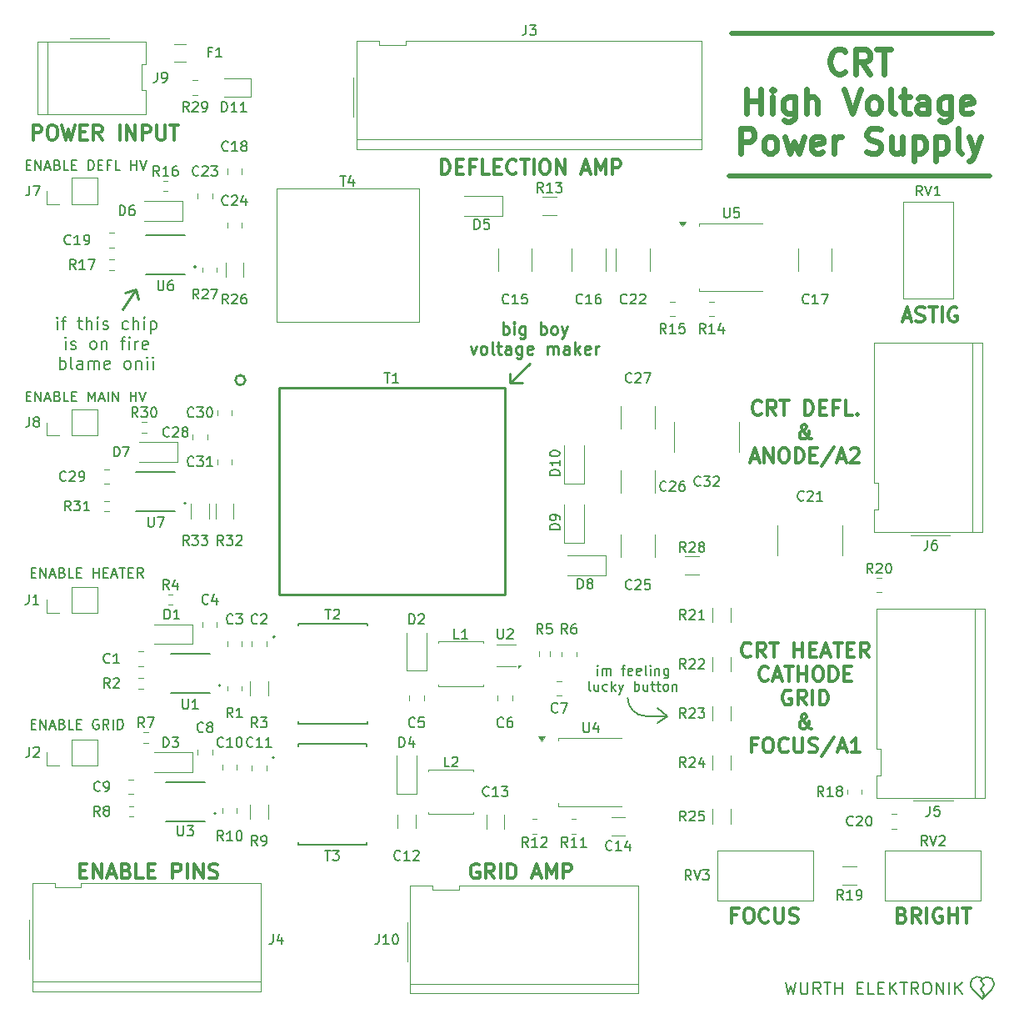
<source format=gbr>
%TF.GenerationSoftware,KiCad,Pcbnew,9.0.0*%
%TF.CreationDate,2025-03-19T21:00:22-07:00*%
%TF.ProjectId,CRT_main_supply_2,4352545f-6d61-4696-9e5f-737570706c79,rev?*%
%TF.SameCoordinates,Original*%
%TF.FileFunction,Legend,Top*%
%TF.FilePolarity,Positive*%
%FSLAX46Y46*%
G04 Gerber Fmt 4.6, Leading zero omitted, Abs format (unit mm)*
G04 Created by KiCad (PCBNEW 9.0.0) date 2025-03-19 21:00:22*
%MOMM*%
%LPD*%
G01*
G04 APERTURE LIST*
%ADD10C,0.100000*%
%ADD11C,0.200000*%
%ADD12C,0.250000*%
%ADD13C,0.500000*%
%ADD14C,0.300000*%
%ADD15C,0.600000*%
%ADD16C,0.150000*%
%ADD17C,0.120000*%
%ADD18C,0.127000*%
G04 APERTURE END LIST*
D10*
X169000000Y-124302776D02*
X168000000Y-123500000D01*
D11*
X200867158Y-151171587D02*
X201164206Y-151562731D01*
X200000000Y-152000000D02*
G75*
G02*
X201000000Y-151000000I500000J500000D01*
G01*
X201000000Y-153000000D02*
X201999999Y-151999999D01*
X201000000Y-151000002D02*
G75*
G02*
X201999999Y-151999999I500000J-499998D01*
G01*
X201136531Y-152490774D02*
X201000000Y-153000000D01*
D10*
X154250000Y-90500000D02*
X153000000Y-90500000D01*
D11*
X166774755Y-124302776D02*
G75*
G02*
X164972024Y-122500000I45J1802776D01*
G01*
D12*
X115000000Y-81000000D02*
X113899735Y-81337410D01*
D11*
X169000000Y-124302776D02*
X168000000Y-125000000D01*
X201000000Y-151000000D02*
X200867158Y-151171587D01*
D12*
X153000000Y-90500000D02*
X154250000Y-90500000D01*
D11*
X200852398Y-152044280D02*
X201136531Y-152490774D01*
D13*
X175500000Y-55000000D02*
X202000000Y-55000000D01*
D11*
X201000000Y-153000000D02*
X200000000Y-152000000D01*
D12*
X115000000Y-81000000D02*
X115222087Y-82000000D01*
D11*
X168000000Y-123500000D02*
X169000000Y-124302776D01*
D12*
X155000000Y-88500000D02*
X153000000Y-90500000D01*
X153000000Y-90500000D02*
X153000000Y-89500000D01*
D13*
X175250000Y-69500000D02*
X201750000Y-69500000D01*
D12*
X113646220Y-83000000D02*
X115000000Y-81000000D01*
D11*
X201164206Y-151562731D02*
X200852398Y-152044280D01*
X166774800Y-124302776D02*
X169000000Y-124302776D01*
D14*
X104554510Y-65800828D02*
X104554510Y-64300828D01*
X104554510Y-64300828D02*
X105125939Y-64300828D01*
X105125939Y-64300828D02*
X105268796Y-64372257D01*
X105268796Y-64372257D02*
X105340225Y-64443685D01*
X105340225Y-64443685D02*
X105411653Y-64586542D01*
X105411653Y-64586542D02*
X105411653Y-64800828D01*
X105411653Y-64800828D02*
X105340225Y-64943685D01*
X105340225Y-64943685D02*
X105268796Y-65015114D01*
X105268796Y-65015114D02*
X105125939Y-65086542D01*
X105125939Y-65086542D02*
X104554510Y-65086542D01*
X106340225Y-64300828D02*
X106625939Y-64300828D01*
X106625939Y-64300828D02*
X106768796Y-64372257D01*
X106768796Y-64372257D02*
X106911653Y-64515114D01*
X106911653Y-64515114D02*
X106983082Y-64800828D01*
X106983082Y-64800828D02*
X106983082Y-65300828D01*
X106983082Y-65300828D02*
X106911653Y-65586542D01*
X106911653Y-65586542D02*
X106768796Y-65729400D01*
X106768796Y-65729400D02*
X106625939Y-65800828D01*
X106625939Y-65800828D02*
X106340225Y-65800828D01*
X106340225Y-65800828D02*
X106197368Y-65729400D01*
X106197368Y-65729400D02*
X106054510Y-65586542D01*
X106054510Y-65586542D02*
X105983082Y-65300828D01*
X105983082Y-65300828D02*
X105983082Y-64800828D01*
X105983082Y-64800828D02*
X106054510Y-64515114D01*
X106054510Y-64515114D02*
X106197368Y-64372257D01*
X106197368Y-64372257D02*
X106340225Y-64300828D01*
X107483082Y-64300828D02*
X107840225Y-65800828D01*
X107840225Y-65800828D02*
X108125939Y-64729400D01*
X108125939Y-64729400D02*
X108411654Y-65800828D01*
X108411654Y-65800828D02*
X108768797Y-64300828D01*
X109340225Y-65015114D02*
X109840225Y-65015114D01*
X110054511Y-65800828D02*
X109340225Y-65800828D01*
X109340225Y-65800828D02*
X109340225Y-64300828D01*
X109340225Y-64300828D02*
X110054511Y-64300828D01*
X111554511Y-65800828D02*
X111054511Y-65086542D01*
X110697368Y-65800828D02*
X110697368Y-64300828D01*
X110697368Y-64300828D02*
X111268797Y-64300828D01*
X111268797Y-64300828D02*
X111411654Y-64372257D01*
X111411654Y-64372257D02*
X111483083Y-64443685D01*
X111483083Y-64443685D02*
X111554511Y-64586542D01*
X111554511Y-64586542D02*
X111554511Y-64800828D01*
X111554511Y-64800828D02*
X111483083Y-64943685D01*
X111483083Y-64943685D02*
X111411654Y-65015114D01*
X111411654Y-65015114D02*
X111268797Y-65086542D01*
X111268797Y-65086542D02*
X110697368Y-65086542D01*
X113340225Y-65800828D02*
X113340225Y-64300828D01*
X114054511Y-65800828D02*
X114054511Y-64300828D01*
X114054511Y-64300828D02*
X114911654Y-65800828D01*
X114911654Y-65800828D02*
X114911654Y-64300828D01*
X115625940Y-65800828D02*
X115625940Y-64300828D01*
X115625940Y-64300828D02*
X116197369Y-64300828D01*
X116197369Y-64300828D02*
X116340226Y-64372257D01*
X116340226Y-64372257D02*
X116411655Y-64443685D01*
X116411655Y-64443685D02*
X116483083Y-64586542D01*
X116483083Y-64586542D02*
X116483083Y-64800828D01*
X116483083Y-64800828D02*
X116411655Y-64943685D01*
X116411655Y-64943685D02*
X116340226Y-65015114D01*
X116340226Y-65015114D02*
X116197369Y-65086542D01*
X116197369Y-65086542D02*
X115625940Y-65086542D01*
X117125940Y-64300828D02*
X117125940Y-65515114D01*
X117125940Y-65515114D02*
X117197369Y-65657971D01*
X117197369Y-65657971D02*
X117268798Y-65729400D01*
X117268798Y-65729400D02*
X117411655Y-65800828D01*
X117411655Y-65800828D02*
X117697369Y-65800828D01*
X117697369Y-65800828D02*
X117840226Y-65729400D01*
X117840226Y-65729400D02*
X117911655Y-65657971D01*
X117911655Y-65657971D02*
X117983083Y-65515114D01*
X117983083Y-65515114D02*
X117983083Y-64300828D01*
X118483084Y-64300828D02*
X119340227Y-64300828D01*
X118911655Y-65800828D02*
X118911655Y-64300828D01*
X146054510Y-69300828D02*
X146054510Y-67800828D01*
X146054510Y-67800828D02*
X146411653Y-67800828D01*
X146411653Y-67800828D02*
X146625939Y-67872257D01*
X146625939Y-67872257D02*
X146768796Y-68015114D01*
X146768796Y-68015114D02*
X146840225Y-68157971D01*
X146840225Y-68157971D02*
X146911653Y-68443685D01*
X146911653Y-68443685D02*
X146911653Y-68657971D01*
X146911653Y-68657971D02*
X146840225Y-68943685D01*
X146840225Y-68943685D02*
X146768796Y-69086542D01*
X146768796Y-69086542D02*
X146625939Y-69229400D01*
X146625939Y-69229400D02*
X146411653Y-69300828D01*
X146411653Y-69300828D02*
X146054510Y-69300828D01*
X147554510Y-68515114D02*
X148054510Y-68515114D01*
X148268796Y-69300828D02*
X147554510Y-69300828D01*
X147554510Y-69300828D02*
X147554510Y-67800828D01*
X147554510Y-67800828D02*
X148268796Y-67800828D01*
X149411653Y-68515114D02*
X148911653Y-68515114D01*
X148911653Y-69300828D02*
X148911653Y-67800828D01*
X148911653Y-67800828D02*
X149625939Y-67800828D01*
X150911653Y-69300828D02*
X150197367Y-69300828D01*
X150197367Y-69300828D02*
X150197367Y-67800828D01*
X151411653Y-68515114D02*
X151911653Y-68515114D01*
X152125939Y-69300828D02*
X151411653Y-69300828D01*
X151411653Y-69300828D02*
X151411653Y-67800828D01*
X151411653Y-67800828D02*
X152125939Y-67800828D01*
X153625939Y-69157971D02*
X153554511Y-69229400D01*
X153554511Y-69229400D02*
X153340225Y-69300828D01*
X153340225Y-69300828D02*
X153197368Y-69300828D01*
X153197368Y-69300828D02*
X152983082Y-69229400D01*
X152983082Y-69229400D02*
X152840225Y-69086542D01*
X152840225Y-69086542D02*
X152768796Y-68943685D01*
X152768796Y-68943685D02*
X152697368Y-68657971D01*
X152697368Y-68657971D02*
X152697368Y-68443685D01*
X152697368Y-68443685D02*
X152768796Y-68157971D01*
X152768796Y-68157971D02*
X152840225Y-68015114D01*
X152840225Y-68015114D02*
X152983082Y-67872257D01*
X152983082Y-67872257D02*
X153197368Y-67800828D01*
X153197368Y-67800828D02*
X153340225Y-67800828D01*
X153340225Y-67800828D02*
X153554511Y-67872257D01*
X153554511Y-67872257D02*
X153625939Y-67943685D01*
X154054511Y-67800828D02*
X154911654Y-67800828D01*
X154483082Y-69300828D02*
X154483082Y-67800828D01*
X155411653Y-69300828D02*
X155411653Y-67800828D01*
X156411654Y-67800828D02*
X156697368Y-67800828D01*
X156697368Y-67800828D02*
X156840225Y-67872257D01*
X156840225Y-67872257D02*
X156983082Y-68015114D01*
X156983082Y-68015114D02*
X157054511Y-68300828D01*
X157054511Y-68300828D02*
X157054511Y-68800828D01*
X157054511Y-68800828D02*
X156983082Y-69086542D01*
X156983082Y-69086542D02*
X156840225Y-69229400D01*
X156840225Y-69229400D02*
X156697368Y-69300828D01*
X156697368Y-69300828D02*
X156411654Y-69300828D01*
X156411654Y-69300828D02*
X156268797Y-69229400D01*
X156268797Y-69229400D02*
X156125939Y-69086542D01*
X156125939Y-69086542D02*
X156054511Y-68800828D01*
X156054511Y-68800828D02*
X156054511Y-68300828D01*
X156054511Y-68300828D02*
X156125939Y-68015114D01*
X156125939Y-68015114D02*
X156268797Y-67872257D01*
X156268797Y-67872257D02*
X156411654Y-67800828D01*
X157697368Y-69300828D02*
X157697368Y-67800828D01*
X157697368Y-67800828D02*
X158554511Y-69300828D01*
X158554511Y-69300828D02*
X158554511Y-67800828D01*
X160340226Y-68872257D02*
X161054512Y-68872257D01*
X160197369Y-69300828D02*
X160697369Y-67800828D01*
X160697369Y-67800828D02*
X161197369Y-69300828D01*
X161697368Y-69300828D02*
X161697368Y-67800828D01*
X161697368Y-67800828D02*
X162197368Y-68872257D01*
X162197368Y-68872257D02*
X162697368Y-67800828D01*
X162697368Y-67800828D02*
X162697368Y-69300828D01*
X163411654Y-69300828D02*
X163411654Y-67800828D01*
X163411654Y-67800828D02*
X163983083Y-67800828D01*
X163983083Y-67800828D02*
X164125940Y-67872257D01*
X164125940Y-67872257D02*
X164197369Y-67943685D01*
X164197369Y-67943685D02*
X164268797Y-68086542D01*
X164268797Y-68086542D02*
X164268797Y-68300828D01*
X164268797Y-68300828D02*
X164197369Y-68443685D01*
X164197369Y-68443685D02*
X164125940Y-68515114D01*
X164125940Y-68515114D02*
X163983083Y-68586542D01*
X163983083Y-68586542D02*
X163411654Y-68586542D01*
D11*
X104369673Y-109733465D02*
X104703006Y-109733465D01*
X104845863Y-110257275D02*
X104369673Y-110257275D01*
X104369673Y-110257275D02*
X104369673Y-109257275D01*
X104369673Y-109257275D02*
X104845863Y-109257275D01*
X105274435Y-110257275D02*
X105274435Y-109257275D01*
X105274435Y-109257275D02*
X105845863Y-110257275D01*
X105845863Y-110257275D02*
X105845863Y-109257275D01*
X106274435Y-109971560D02*
X106750625Y-109971560D01*
X106179197Y-110257275D02*
X106512530Y-109257275D01*
X106512530Y-109257275D02*
X106845863Y-110257275D01*
X107512530Y-109733465D02*
X107655387Y-109781084D01*
X107655387Y-109781084D02*
X107703006Y-109828703D01*
X107703006Y-109828703D02*
X107750625Y-109923941D01*
X107750625Y-109923941D02*
X107750625Y-110066798D01*
X107750625Y-110066798D02*
X107703006Y-110162036D01*
X107703006Y-110162036D02*
X107655387Y-110209656D01*
X107655387Y-110209656D02*
X107560149Y-110257275D01*
X107560149Y-110257275D02*
X107179197Y-110257275D01*
X107179197Y-110257275D02*
X107179197Y-109257275D01*
X107179197Y-109257275D02*
X107512530Y-109257275D01*
X107512530Y-109257275D02*
X107607768Y-109304894D01*
X107607768Y-109304894D02*
X107655387Y-109352513D01*
X107655387Y-109352513D02*
X107703006Y-109447751D01*
X107703006Y-109447751D02*
X107703006Y-109542989D01*
X107703006Y-109542989D02*
X107655387Y-109638227D01*
X107655387Y-109638227D02*
X107607768Y-109685846D01*
X107607768Y-109685846D02*
X107512530Y-109733465D01*
X107512530Y-109733465D02*
X107179197Y-109733465D01*
X108655387Y-110257275D02*
X108179197Y-110257275D01*
X108179197Y-110257275D02*
X108179197Y-109257275D01*
X108988721Y-109733465D02*
X109322054Y-109733465D01*
X109464911Y-110257275D02*
X108988721Y-110257275D01*
X108988721Y-110257275D02*
X108988721Y-109257275D01*
X108988721Y-109257275D02*
X109464911Y-109257275D01*
X110655388Y-110257275D02*
X110655388Y-109257275D01*
X110655388Y-109733465D02*
X111226816Y-109733465D01*
X111226816Y-110257275D02*
X111226816Y-109257275D01*
X111703007Y-109733465D02*
X112036340Y-109733465D01*
X112179197Y-110257275D02*
X111703007Y-110257275D01*
X111703007Y-110257275D02*
X111703007Y-109257275D01*
X111703007Y-109257275D02*
X112179197Y-109257275D01*
X112560150Y-109971560D02*
X113036340Y-109971560D01*
X112464912Y-110257275D02*
X112798245Y-109257275D01*
X112798245Y-109257275D02*
X113131578Y-110257275D01*
X113322055Y-109257275D02*
X113893483Y-109257275D01*
X113607769Y-110257275D02*
X113607769Y-109257275D01*
X114226817Y-109733465D02*
X114560150Y-109733465D01*
X114703007Y-110257275D02*
X114226817Y-110257275D01*
X114226817Y-110257275D02*
X114226817Y-109257275D01*
X114226817Y-109257275D02*
X114703007Y-109257275D01*
X115703007Y-110257275D02*
X115369674Y-109781084D01*
X115131579Y-110257275D02*
X115131579Y-109257275D01*
X115131579Y-109257275D02*
X115512531Y-109257275D01*
X115512531Y-109257275D02*
X115607769Y-109304894D01*
X115607769Y-109304894D02*
X115655388Y-109352513D01*
X115655388Y-109352513D02*
X115703007Y-109447751D01*
X115703007Y-109447751D02*
X115703007Y-109590608D01*
X115703007Y-109590608D02*
X115655388Y-109685846D01*
X115655388Y-109685846D02*
X115607769Y-109733465D01*
X115607769Y-109733465D02*
X115512531Y-109781084D01*
X115512531Y-109781084D02*
X115131579Y-109781084D01*
X107000000Y-85055443D02*
X107000000Y-84222110D01*
X107000000Y-83805443D02*
X106940476Y-83864967D01*
X106940476Y-83864967D02*
X107000000Y-83924491D01*
X107000000Y-83924491D02*
X107059523Y-83864967D01*
X107059523Y-83864967D02*
X107000000Y-83805443D01*
X107000000Y-83805443D02*
X107000000Y-83924491D01*
X107416666Y-84222110D02*
X107892857Y-84222110D01*
X107595238Y-85055443D02*
X107595238Y-83984015D01*
X107595238Y-83984015D02*
X107654761Y-83864967D01*
X107654761Y-83864967D02*
X107773809Y-83805443D01*
X107773809Y-83805443D02*
X107892857Y-83805443D01*
X109083333Y-84222110D02*
X109559524Y-84222110D01*
X109261905Y-83805443D02*
X109261905Y-84876872D01*
X109261905Y-84876872D02*
X109321428Y-84995920D01*
X109321428Y-84995920D02*
X109440476Y-85055443D01*
X109440476Y-85055443D02*
X109559524Y-85055443D01*
X109976191Y-85055443D02*
X109976191Y-83805443D01*
X110511905Y-85055443D02*
X110511905Y-84400681D01*
X110511905Y-84400681D02*
X110452381Y-84281634D01*
X110452381Y-84281634D02*
X110333333Y-84222110D01*
X110333333Y-84222110D02*
X110154762Y-84222110D01*
X110154762Y-84222110D02*
X110035714Y-84281634D01*
X110035714Y-84281634D02*
X109976191Y-84341158D01*
X111107143Y-85055443D02*
X111107143Y-84222110D01*
X111107143Y-83805443D02*
X111047619Y-83864967D01*
X111047619Y-83864967D02*
X111107143Y-83924491D01*
X111107143Y-83924491D02*
X111166666Y-83864967D01*
X111166666Y-83864967D02*
X111107143Y-83805443D01*
X111107143Y-83805443D02*
X111107143Y-83924491D01*
X111642857Y-84995920D02*
X111761904Y-85055443D01*
X111761904Y-85055443D02*
X112000000Y-85055443D01*
X112000000Y-85055443D02*
X112119047Y-84995920D01*
X112119047Y-84995920D02*
X112178571Y-84876872D01*
X112178571Y-84876872D02*
X112178571Y-84817348D01*
X112178571Y-84817348D02*
X112119047Y-84698300D01*
X112119047Y-84698300D02*
X112000000Y-84638777D01*
X112000000Y-84638777D02*
X111821428Y-84638777D01*
X111821428Y-84638777D02*
X111702381Y-84579253D01*
X111702381Y-84579253D02*
X111642857Y-84460205D01*
X111642857Y-84460205D02*
X111642857Y-84400681D01*
X111642857Y-84400681D02*
X111702381Y-84281634D01*
X111702381Y-84281634D02*
X111821428Y-84222110D01*
X111821428Y-84222110D02*
X112000000Y-84222110D01*
X112000000Y-84222110D02*
X112119047Y-84281634D01*
X114202381Y-84995920D02*
X114083333Y-85055443D01*
X114083333Y-85055443D02*
X113845238Y-85055443D01*
X113845238Y-85055443D02*
X113726190Y-84995920D01*
X113726190Y-84995920D02*
X113666667Y-84936396D01*
X113666667Y-84936396D02*
X113607143Y-84817348D01*
X113607143Y-84817348D02*
X113607143Y-84460205D01*
X113607143Y-84460205D02*
X113666667Y-84341158D01*
X113666667Y-84341158D02*
X113726190Y-84281634D01*
X113726190Y-84281634D02*
X113845238Y-84222110D01*
X113845238Y-84222110D02*
X114083333Y-84222110D01*
X114083333Y-84222110D02*
X114202381Y-84281634D01*
X114738096Y-85055443D02*
X114738096Y-83805443D01*
X115273810Y-85055443D02*
X115273810Y-84400681D01*
X115273810Y-84400681D02*
X115214286Y-84281634D01*
X115214286Y-84281634D02*
X115095238Y-84222110D01*
X115095238Y-84222110D02*
X114916667Y-84222110D01*
X114916667Y-84222110D02*
X114797619Y-84281634D01*
X114797619Y-84281634D02*
X114738096Y-84341158D01*
X115869048Y-85055443D02*
X115869048Y-84222110D01*
X115869048Y-83805443D02*
X115809524Y-83864967D01*
X115809524Y-83864967D02*
X115869048Y-83924491D01*
X115869048Y-83924491D02*
X115928571Y-83864967D01*
X115928571Y-83864967D02*
X115869048Y-83805443D01*
X115869048Y-83805443D02*
X115869048Y-83924491D01*
X116464286Y-84222110D02*
X116464286Y-85472110D01*
X116464286Y-84281634D02*
X116583333Y-84222110D01*
X116583333Y-84222110D02*
X116821428Y-84222110D01*
X116821428Y-84222110D02*
X116940476Y-84281634D01*
X116940476Y-84281634D02*
X117000000Y-84341158D01*
X117000000Y-84341158D02*
X117059524Y-84460205D01*
X117059524Y-84460205D02*
X117059524Y-84817348D01*
X117059524Y-84817348D02*
X117000000Y-84936396D01*
X117000000Y-84936396D02*
X116940476Y-84995920D01*
X116940476Y-84995920D02*
X116821428Y-85055443D01*
X116821428Y-85055443D02*
X116583333Y-85055443D01*
X116583333Y-85055443D02*
X116464286Y-84995920D01*
X107833333Y-87067873D02*
X107833333Y-86234540D01*
X107833333Y-85817873D02*
X107773809Y-85877397D01*
X107773809Y-85877397D02*
X107833333Y-85936921D01*
X107833333Y-85936921D02*
X107892856Y-85877397D01*
X107892856Y-85877397D02*
X107833333Y-85817873D01*
X107833333Y-85817873D02*
X107833333Y-85936921D01*
X108369047Y-87008350D02*
X108488094Y-87067873D01*
X108488094Y-87067873D02*
X108726190Y-87067873D01*
X108726190Y-87067873D02*
X108845237Y-87008350D01*
X108845237Y-87008350D02*
X108904761Y-86889302D01*
X108904761Y-86889302D02*
X108904761Y-86829778D01*
X108904761Y-86829778D02*
X108845237Y-86710730D01*
X108845237Y-86710730D02*
X108726190Y-86651207D01*
X108726190Y-86651207D02*
X108547618Y-86651207D01*
X108547618Y-86651207D02*
X108428571Y-86591683D01*
X108428571Y-86591683D02*
X108369047Y-86472635D01*
X108369047Y-86472635D02*
X108369047Y-86413111D01*
X108369047Y-86413111D02*
X108428571Y-86294064D01*
X108428571Y-86294064D02*
X108547618Y-86234540D01*
X108547618Y-86234540D02*
X108726190Y-86234540D01*
X108726190Y-86234540D02*
X108845237Y-86294064D01*
X110571428Y-87067873D02*
X110452380Y-87008350D01*
X110452380Y-87008350D02*
X110392857Y-86948826D01*
X110392857Y-86948826D02*
X110333333Y-86829778D01*
X110333333Y-86829778D02*
X110333333Y-86472635D01*
X110333333Y-86472635D02*
X110392857Y-86353588D01*
X110392857Y-86353588D02*
X110452380Y-86294064D01*
X110452380Y-86294064D02*
X110571428Y-86234540D01*
X110571428Y-86234540D02*
X110749999Y-86234540D01*
X110749999Y-86234540D02*
X110869047Y-86294064D01*
X110869047Y-86294064D02*
X110928571Y-86353588D01*
X110928571Y-86353588D02*
X110988095Y-86472635D01*
X110988095Y-86472635D02*
X110988095Y-86829778D01*
X110988095Y-86829778D02*
X110928571Y-86948826D01*
X110928571Y-86948826D02*
X110869047Y-87008350D01*
X110869047Y-87008350D02*
X110749999Y-87067873D01*
X110749999Y-87067873D02*
X110571428Y-87067873D01*
X111523809Y-86234540D02*
X111523809Y-87067873D01*
X111523809Y-86353588D02*
X111583332Y-86294064D01*
X111583332Y-86294064D02*
X111702380Y-86234540D01*
X111702380Y-86234540D02*
X111880951Y-86234540D01*
X111880951Y-86234540D02*
X111999999Y-86294064D01*
X111999999Y-86294064D02*
X112059523Y-86413111D01*
X112059523Y-86413111D02*
X112059523Y-87067873D01*
X113428570Y-86234540D02*
X113904761Y-86234540D01*
X113607142Y-87067873D02*
X113607142Y-85996445D01*
X113607142Y-85996445D02*
X113666665Y-85877397D01*
X113666665Y-85877397D02*
X113785713Y-85817873D01*
X113785713Y-85817873D02*
X113904761Y-85817873D01*
X114321428Y-87067873D02*
X114321428Y-86234540D01*
X114321428Y-85817873D02*
X114261904Y-85877397D01*
X114261904Y-85877397D02*
X114321428Y-85936921D01*
X114321428Y-85936921D02*
X114380951Y-85877397D01*
X114380951Y-85877397D02*
X114321428Y-85817873D01*
X114321428Y-85817873D02*
X114321428Y-85936921D01*
X114916666Y-87067873D02*
X114916666Y-86234540D01*
X114916666Y-86472635D02*
X114976189Y-86353588D01*
X114976189Y-86353588D02*
X115035713Y-86294064D01*
X115035713Y-86294064D02*
X115154761Y-86234540D01*
X115154761Y-86234540D02*
X115273808Y-86234540D01*
X116166666Y-87008350D02*
X116047618Y-87067873D01*
X116047618Y-87067873D02*
X115809523Y-87067873D01*
X115809523Y-87067873D02*
X115690476Y-87008350D01*
X115690476Y-87008350D02*
X115630952Y-86889302D01*
X115630952Y-86889302D02*
X115630952Y-86413111D01*
X115630952Y-86413111D02*
X115690476Y-86294064D01*
X115690476Y-86294064D02*
X115809523Y-86234540D01*
X115809523Y-86234540D02*
X116047618Y-86234540D01*
X116047618Y-86234540D02*
X116166666Y-86294064D01*
X116166666Y-86294064D02*
X116226190Y-86413111D01*
X116226190Y-86413111D02*
X116226190Y-86532159D01*
X116226190Y-86532159D02*
X115630952Y-86651207D01*
X107267858Y-89080303D02*
X107267858Y-87830303D01*
X107267858Y-88306494D02*
X107386905Y-88246970D01*
X107386905Y-88246970D02*
X107625000Y-88246970D01*
X107625000Y-88246970D02*
X107744048Y-88306494D01*
X107744048Y-88306494D02*
X107803572Y-88366018D01*
X107803572Y-88366018D02*
X107863096Y-88485065D01*
X107863096Y-88485065D02*
X107863096Y-88842208D01*
X107863096Y-88842208D02*
X107803572Y-88961256D01*
X107803572Y-88961256D02*
X107744048Y-89020780D01*
X107744048Y-89020780D02*
X107625000Y-89080303D01*
X107625000Y-89080303D02*
X107386905Y-89080303D01*
X107386905Y-89080303D02*
X107267858Y-89020780D01*
X108577381Y-89080303D02*
X108458333Y-89020780D01*
X108458333Y-89020780D02*
X108398810Y-88901732D01*
X108398810Y-88901732D02*
X108398810Y-87830303D01*
X109589286Y-89080303D02*
X109589286Y-88425541D01*
X109589286Y-88425541D02*
X109529762Y-88306494D01*
X109529762Y-88306494D02*
X109410714Y-88246970D01*
X109410714Y-88246970D02*
X109172619Y-88246970D01*
X109172619Y-88246970D02*
X109053572Y-88306494D01*
X109589286Y-89020780D02*
X109470238Y-89080303D01*
X109470238Y-89080303D02*
X109172619Y-89080303D01*
X109172619Y-89080303D02*
X109053572Y-89020780D01*
X109053572Y-89020780D02*
X108994048Y-88901732D01*
X108994048Y-88901732D02*
X108994048Y-88782684D01*
X108994048Y-88782684D02*
X109053572Y-88663637D01*
X109053572Y-88663637D02*
X109172619Y-88604113D01*
X109172619Y-88604113D02*
X109470238Y-88604113D01*
X109470238Y-88604113D02*
X109589286Y-88544589D01*
X110184524Y-89080303D02*
X110184524Y-88246970D01*
X110184524Y-88366018D02*
X110244047Y-88306494D01*
X110244047Y-88306494D02*
X110363095Y-88246970D01*
X110363095Y-88246970D02*
X110541666Y-88246970D01*
X110541666Y-88246970D02*
X110660714Y-88306494D01*
X110660714Y-88306494D02*
X110720238Y-88425541D01*
X110720238Y-88425541D02*
X110720238Y-89080303D01*
X110720238Y-88425541D02*
X110779762Y-88306494D01*
X110779762Y-88306494D02*
X110898809Y-88246970D01*
X110898809Y-88246970D02*
X111077381Y-88246970D01*
X111077381Y-88246970D02*
X111196428Y-88306494D01*
X111196428Y-88306494D02*
X111255952Y-88425541D01*
X111255952Y-88425541D02*
X111255952Y-89080303D01*
X112327381Y-89020780D02*
X112208333Y-89080303D01*
X112208333Y-89080303D02*
X111970238Y-89080303D01*
X111970238Y-89080303D02*
X111851191Y-89020780D01*
X111851191Y-89020780D02*
X111791667Y-88901732D01*
X111791667Y-88901732D02*
X111791667Y-88425541D01*
X111791667Y-88425541D02*
X111851191Y-88306494D01*
X111851191Y-88306494D02*
X111970238Y-88246970D01*
X111970238Y-88246970D02*
X112208333Y-88246970D01*
X112208333Y-88246970D02*
X112327381Y-88306494D01*
X112327381Y-88306494D02*
X112386905Y-88425541D01*
X112386905Y-88425541D02*
X112386905Y-88544589D01*
X112386905Y-88544589D02*
X111791667Y-88663637D01*
X114053572Y-89080303D02*
X113934524Y-89020780D01*
X113934524Y-89020780D02*
X113875001Y-88961256D01*
X113875001Y-88961256D02*
X113815477Y-88842208D01*
X113815477Y-88842208D02*
X113815477Y-88485065D01*
X113815477Y-88485065D02*
X113875001Y-88366018D01*
X113875001Y-88366018D02*
X113934524Y-88306494D01*
X113934524Y-88306494D02*
X114053572Y-88246970D01*
X114053572Y-88246970D02*
X114232143Y-88246970D01*
X114232143Y-88246970D02*
X114351191Y-88306494D01*
X114351191Y-88306494D02*
X114410715Y-88366018D01*
X114410715Y-88366018D02*
X114470239Y-88485065D01*
X114470239Y-88485065D02*
X114470239Y-88842208D01*
X114470239Y-88842208D02*
X114410715Y-88961256D01*
X114410715Y-88961256D02*
X114351191Y-89020780D01*
X114351191Y-89020780D02*
X114232143Y-89080303D01*
X114232143Y-89080303D02*
X114053572Y-89080303D01*
X115005953Y-88246970D02*
X115005953Y-89080303D01*
X115005953Y-88366018D02*
X115065476Y-88306494D01*
X115065476Y-88306494D02*
X115184524Y-88246970D01*
X115184524Y-88246970D02*
X115363095Y-88246970D01*
X115363095Y-88246970D02*
X115482143Y-88306494D01*
X115482143Y-88306494D02*
X115541667Y-88425541D01*
X115541667Y-88425541D02*
X115541667Y-89080303D01*
X116136905Y-89080303D02*
X116136905Y-88246970D01*
X116136905Y-87830303D02*
X116077381Y-87889827D01*
X116077381Y-87889827D02*
X116136905Y-87949351D01*
X116136905Y-87949351D02*
X116196428Y-87889827D01*
X116196428Y-87889827D02*
X116136905Y-87830303D01*
X116136905Y-87830303D02*
X116136905Y-87949351D01*
X116732143Y-89080303D02*
X116732143Y-88246970D01*
X116732143Y-87830303D02*
X116672619Y-87889827D01*
X116672619Y-87889827D02*
X116732143Y-87949351D01*
X116732143Y-87949351D02*
X116791666Y-87889827D01*
X116791666Y-87889827D02*
X116732143Y-87830303D01*
X116732143Y-87830303D02*
X116732143Y-87949351D01*
X103869673Y-68343409D02*
X104203006Y-68343409D01*
X104345863Y-68867219D02*
X103869673Y-68867219D01*
X103869673Y-68867219D02*
X103869673Y-67867219D01*
X103869673Y-67867219D02*
X104345863Y-67867219D01*
X104774435Y-68867219D02*
X104774435Y-67867219D01*
X104774435Y-67867219D02*
X105345863Y-68867219D01*
X105345863Y-68867219D02*
X105345863Y-67867219D01*
X105774435Y-68581504D02*
X106250625Y-68581504D01*
X105679197Y-68867219D02*
X106012530Y-67867219D01*
X106012530Y-67867219D02*
X106345863Y-68867219D01*
X107012530Y-68343409D02*
X107155387Y-68391028D01*
X107155387Y-68391028D02*
X107203006Y-68438647D01*
X107203006Y-68438647D02*
X107250625Y-68533885D01*
X107250625Y-68533885D02*
X107250625Y-68676742D01*
X107250625Y-68676742D02*
X107203006Y-68771980D01*
X107203006Y-68771980D02*
X107155387Y-68819600D01*
X107155387Y-68819600D02*
X107060149Y-68867219D01*
X107060149Y-68867219D02*
X106679197Y-68867219D01*
X106679197Y-68867219D02*
X106679197Y-67867219D01*
X106679197Y-67867219D02*
X107012530Y-67867219D01*
X107012530Y-67867219D02*
X107107768Y-67914838D01*
X107107768Y-67914838D02*
X107155387Y-67962457D01*
X107155387Y-67962457D02*
X107203006Y-68057695D01*
X107203006Y-68057695D02*
X107203006Y-68152933D01*
X107203006Y-68152933D02*
X107155387Y-68248171D01*
X107155387Y-68248171D02*
X107107768Y-68295790D01*
X107107768Y-68295790D02*
X107012530Y-68343409D01*
X107012530Y-68343409D02*
X106679197Y-68343409D01*
X108155387Y-68867219D02*
X107679197Y-68867219D01*
X107679197Y-68867219D02*
X107679197Y-67867219D01*
X108488721Y-68343409D02*
X108822054Y-68343409D01*
X108964911Y-68867219D02*
X108488721Y-68867219D01*
X108488721Y-68867219D02*
X108488721Y-67867219D01*
X108488721Y-67867219D02*
X108964911Y-67867219D01*
X110155388Y-68867219D02*
X110155388Y-67867219D01*
X110155388Y-67867219D02*
X110393483Y-67867219D01*
X110393483Y-67867219D02*
X110536340Y-67914838D01*
X110536340Y-67914838D02*
X110631578Y-68010076D01*
X110631578Y-68010076D02*
X110679197Y-68105314D01*
X110679197Y-68105314D02*
X110726816Y-68295790D01*
X110726816Y-68295790D02*
X110726816Y-68438647D01*
X110726816Y-68438647D02*
X110679197Y-68629123D01*
X110679197Y-68629123D02*
X110631578Y-68724361D01*
X110631578Y-68724361D02*
X110536340Y-68819600D01*
X110536340Y-68819600D02*
X110393483Y-68867219D01*
X110393483Y-68867219D02*
X110155388Y-68867219D01*
X111155388Y-68343409D02*
X111488721Y-68343409D01*
X111631578Y-68867219D02*
X111155388Y-68867219D01*
X111155388Y-68867219D02*
X111155388Y-67867219D01*
X111155388Y-67867219D02*
X111631578Y-67867219D01*
X112393483Y-68343409D02*
X112060150Y-68343409D01*
X112060150Y-68867219D02*
X112060150Y-67867219D01*
X112060150Y-67867219D02*
X112536340Y-67867219D01*
X113393483Y-68867219D02*
X112917293Y-68867219D01*
X112917293Y-68867219D02*
X112917293Y-67867219D01*
X114488722Y-68867219D02*
X114488722Y-67867219D01*
X114488722Y-68343409D02*
X115060150Y-68343409D01*
X115060150Y-68867219D02*
X115060150Y-67867219D01*
X115393484Y-67867219D02*
X115726817Y-68867219D01*
X115726817Y-68867219D02*
X116060150Y-67867219D01*
D14*
X177464285Y-118205639D02*
X177392857Y-118277068D01*
X177392857Y-118277068D02*
X177178571Y-118348496D01*
X177178571Y-118348496D02*
X177035714Y-118348496D01*
X177035714Y-118348496D02*
X176821428Y-118277068D01*
X176821428Y-118277068D02*
X176678571Y-118134210D01*
X176678571Y-118134210D02*
X176607142Y-117991353D01*
X176607142Y-117991353D02*
X176535714Y-117705639D01*
X176535714Y-117705639D02*
X176535714Y-117491353D01*
X176535714Y-117491353D02*
X176607142Y-117205639D01*
X176607142Y-117205639D02*
X176678571Y-117062782D01*
X176678571Y-117062782D02*
X176821428Y-116919925D01*
X176821428Y-116919925D02*
X177035714Y-116848496D01*
X177035714Y-116848496D02*
X177178571Y-116848496D01*
X177178571Y-116848496D02*
X177392857Y-116919925D01*
X177392857Y-116919925D02*
X177464285Y-116991353D01*
X178964285Y-118348496D02*
X178464285Y-117634210D01*
X178107142Y-118348496D02*
X178107142Y-116848496D01*
X178107142Y-116848496D02*
X178678571Y-116848496D01*
X178678571Y-116848496D02*
X178821428Y-116919925D01*
X178821428Y-116919925D02*
X178892857Y-116991353D01*
X178892857Y-116991353D02*
X178964285Y-117134210D01*
X178964285Y-117134210D02*
X178964285Y-117348496D01*
X178964285Y-117348496D02*
X178892857Y-117491353D01*
X178892857Y-117491353D02*
X178821428Y-117562782D01*
X178821428Y-117562782D02*
X178678571Y-117634210D01*
X178678571Y-117634210D02*
X178107142Y-117634210D01*
X179392857Y-116848496D02*
X180250000Y-116848496D01*
X179821428Y-118348496D02*
X179821428Y-116848496D01*
X181892856Y-118348496D02*
X181892856Y-116848496D01*
X181892856Y-117562782D02*
X182749999Y-117562782D01*
X182749999Y-118348496D02*
X182749999Y-116848496D01*
X183464285Y-117562782D02*
X183964285Y-117562782D01*
X184178571Y-118348496D02*
X183464285Y-118348496D01*
X183464285Y-118348496D02*
X183464285Y-116848496D01*
X183464285Y-116848496D02*
X184178571Y-116848496D01*
X184750000Y-117919925D02*
X185464286Y-117919925D01*
X184607143Y-118348496D02*
X185107143Y-116848496D01*
X185107143Y-116848496D02*
X185607143Y-118348496D01*
X185892857Y-116848496D02*
X186750000Y-116848496D01*
X186321428Y-118348496D02*
X186321428Y-116848496D01*
X187249999Y-117562782D02*
X187749999Y-117562782D01*
X187964285Y-118348496D02*
X187249999Y-118348496D01*
X187249999Y-118348496D02*
X187249999Y-116848496D01*
X187249999Y-116848496D02*
X187964285Y-116848496D01*
X189464285Y-118348496D02*
X188964285Y-117634210D01*
X188607142Y-118348496D02*
X188607142Y-116848496D01*
X188607142Y-116848496D02*
X189178571Y-116848496D01*
X189178571Y-116848496D02*
X189321428Y-116919925D01*
X189321428Y-116919925D02*
X189392857Y-116991353D01*
X189392857Y-116991353D02*
X189464285Y-117134210D01*
X189464285Y-117134210D02*
X189464285Y-117348496D01*
X189464285Y-117348496D02*
X189392857Y-117491353D01*
X189392857Y-117491353D02*
X189321428Y-117562782D01*
X189321428Y-117562782D02*
X189178571Y-117634210D01*
X189178571Y-117634210D02*
X188607142Y-117634210D01*
X179249999Y-120620555D02*
X179178571Y-120691984D01*
X179178571Y-120691984D02*
X178964285Y-120763412D01*
X178964285Y-120763412D02*
X178821428Y-120763412D01*
X178821428Y-120763412D02*
X178607142Y-120691984D01*
X178607142Y-120691984D02*
X178464285Y-120549126D01*
X178464285Y-120549126D02*
X178392856Y-120406269D01*
X178392856Y-120406269D02*
X178321428Y-120120555D01*
X178321428Y-120120555D02*
X178321428Y-119906269D01*
X178321428Y-119906269D02*
X178392856Y-119620555D01*
X178392856Y-119620555D02*
X178464285Y-119477698D01*
X178464285Y-119477698D02*
X178607142Y-119334841D01*
X178607142Y-119334841D02*
X178821428Y-119263412D01*
X178821428Y-119263412D02*
X178964285Y-119263412D01*
X178964285Y-119263412D02*
X179178571Y-119334841D01*
X179178571Y-119334841D02*
X179249999Y-119406269D01*
X179821428Y-120334841D02*
X180535714Y-120334841D01*
X179678571Y-120763412D02*
X180178571Y-119263412D01*
X180178571Y-119263412D02*
X180678571Y-120763412D01*
X180964285Y-119263412D02*
X181821428Y-119263412D01*
X181392856Y-120763412D02*
X181392856Y-119263412D01*
X182321427Y-120763412D02*
X182321427Y-119263412D01*
X182321427Y-119977698D02*
X183178570Y-119977698D01*
X183178570Y-120763412D02*
X183178570Y-119263412D01*
X184178571Y-119263412D02*
X184464285Y-119263412D01*
X184464285Y-119263412D02*
X184607142Y-119334841D01*
X184607142Y-119334841D02*
X184749999Y-119477698D01*
X184749999Y-119477698D02*
X184821428Y-119763412D01*
X184821428Y-119763412D02*
X184821428Y-120263412D01*
X184821428Y-120263412D02*
X184749999Y-120549126D01*
X184749999Y-120549126D02*
X184607142Y-120691984D01*
X184607142Y-120691984D02*
X184464285Y-120763412D01*
X184464285Y-120763412D02*
X184178571Y-120763412D01*
X184178571Y-120763412D02*
X184035714Y-120691984D01*
X184035714Y-120691984D02*
X183892856Y-120549126D01*
X183892856Y-120549126D02*
X183821428Y-120263412D01*
X183821428Y-120263412D02*
X183821428Y-119763412D01*
X183821428Y-119763412D02*
X183892856Y-119477698D01*
X183892856Y-119477698D02*
X184035714Y-119334841D01*
X184035714Y-119334841D02*
X184178571Y-119263412D01*
X185464285Y-120763412D02*
X185464285Y-119263412D01*
X185464285Y-119263412D02*
X185821428Y-119263412D01*
X185821428Y-119263412D02*
X186035714Y-119334841D01*
X186035714Y-119334841D02*
X186178571Y-119477698D01*
X186178571Y-119477698D02*
X186250000Y-119620555D01*
X186250000Y-119620555D02*
X186321428Y-119906269D01*
X186321428Y-119906269D02*
X186321428Y-120120555D01*
X186321428Y-120120555D02*
X186250000Y-120406269D01*
X186250000Y-120406269D02*
X186178571Y-120549126D01*
X186178571Y-120549126D02*
X186035714Y-120691984D01*
X186035714Y-120691984D02*
X185821428Y-120763412D01*
X185821428Y-120763412D02*
X185464285Y-120763412D01*
X186964285Y-119977698D02*
X187464285Y-119977698D01*
X187678571Y-120763412D02*
X186964285Y-120763412D01*
X186964285Y-120763412D02*
X186964285Y-119263412D01*
X186964285Y-119263412D02*
X187678571Y-119263412D01*
X181535714Y-121749757D02*
X181392857Y-121678328D01*
X181392857Y-121678328D02*
X181178571Y-121678328D01*
X181178571Y-121678328D02*
X180964285Y-121749757D01*
X180964285Y-121749757D02*
X180821428Y-121892614D01*
X180821428Y-121892614D02*
X180749999Y-122035471D01*
X180749999Y-122035471D02*
X180678571Y-122321185D01*
X180678571Y-122321185D02*
X180678571Y-122535471D01*
X180678571Y-122535471D02*
X180749999Y-122821185D01*
X180749999Y-122821185D02*
X180821428Y-122964042D01*
X180821428Y-122964042D02*
X180964285Y-123106900D01*
X180964285Y-123106900D02*
X181178571Y-123178328D01*
X181178571Y-123178328D02*
X181321428Y-123178328D01*
X181321428Y-123178328D02*
X181535714Y-123106900D01*
X181535714Y-123106900D02*
X181607142Y-123035471D01*
X181607142Y-123035471D02*
X181607142Y-122535471D01*
X181607142Y-122535471D02*
X181321428Y-122535471D01*
X183107142Y-123178328D02*
X182607142Y-122464042D01*
X182249999Y-123178328D02*
X182249999Y-121678328D01*
X182249999Y-121678328D02*
X182821428Y-121678328D01*
X182821428Y-121678328D02*
X182964285Y-121749757D01*
X182964285Y-121749757D02*
X183035714Y-121821185D01*
X183035714Y-121821185D02*
X183107142Y-121964042D01*
X183107142Y-121964042D02*
X183107142Y-122178328D01*
X183107142Y-122178328D02*
X183035714Y-122321185D01*
X183035714Y-122321185D02*
X182964285Y-122392614D01*
X182964285Y-122392614D02*
X182821428Y-122464042D01*
X182821428Y-122464042D02*
X182249999Y-122464042D01*
X183749999Y-123178328D02*
X183749999Y-121678328D01*
X184464285Y-123178328D02*
X184464285Y-121678328D01*
X184464285Y-121678328D02*
X184821428Y-121678328D01*
X184821428Y-121678328D02*
X185035714Y-121749757D01*
X185035714Y-121749757D02*
X185178571Y-121892614D01*
X185178571Y-121892614D02*
X185250000Y-122035471D01*
X185250000Y-122035471D02*
X185321428Y-122321185D01*
X185321428Y-122321185D02*
X185321428Y-122535471D01*
X185321428Y-122535471D02*
X185250000Y-122821185D01*
X185250000Y-122821185D02*
X185178571Y-122964042D01*
X185178571Y-122964042D02*
X185035714Y-123106900D01*
X185035714Y-123106900D02*
X184821428Y-123178328D01*
X184821428Y-123178328D02*
X184464285Y-123178328D01*
X183642857Y-125593244D02*
X183571429Y-125593244D01*
X183571429Y-125593244D02*
X183428571Y-125521816D01*
X183428571Y-125521816D02*
X183214286Y-125307530D01*
X183214286Y-125307530D02*
X182857143Y-124878958D01*
X182857143Y-124878958D02*
X182714286Y-124664673D01*
X182714286Y-124664673D02*
X182642857Y-124450387D01*
X182642857Y-124450387D02*
X182642857Y-124307530D01*
X182642857Y-124307530D02*
X182714286Y-124164673D01*
X182714286Y-124164673D02*
X182857143Y-124093244D01*
X182857143Y-124093244D02*
X182928571Y-124093244D01*
X182928571Y-124093244D02*
X183071429Y-124164673D01*
X183071429Y-124164673D02*
X183142857Y-124307530D01*
X183142857Y-124307530D02*
X183142857Y-124378958D01*
X183142857Y-124378958D02*
X183071429Y-124521816D01*
X183071429Y-124521816D02*
X183000000Y-124593244D01*
X183000000Y-124593244D02*
X182571429Y-124878958D01*
X182571429Y-124878958D02*
X182500000Y-124950387D01*
X182500000Y-124950387D02*
X182428571Y-125093244D01*
X182428571Y-125093244D02*
X182428571Y-125307530D01*
X182428571Y-125307530D02*
X182500000Y-125450387D01*
X182500000Y-125450387D02*
X182571429Y-125521816D01*
X182571429Y-125521816D02*
X182714286Y-125593244D01*
X182714286Y-125593244D02*
X182928571Y-125593244D01*
X182928571Y-125593244D02*
X183071429Y-125521816D01*
X183071429Y-125521816D02*
X183142857Y-125450387D01*
X183142857Y-125450387D02*
X183357143Y-125164673D01*
X183357143Y-125164673D02*
X183428571Y-124950387D01*
X183428571Y-124950387D02*
X183428571Y-124807530D01*
X178035714Y-127222446D02*
X177535714Y-127222446D01*
X177535714Y-128008160D02*
X177535714Y-126508160D01*
X177535714Y-126508160D02*
X178250000Y-126508160D01*
X179107143Y-126508160D02*
X179392857Y-126508160D01*
X179392857Y-126508160D02*
X179535714Y-126579589D01*
X179535714Y-126579589D02*
X179678571Y-126722446D01*
X179678571Y-126722446D02*
X179750000Y-127008160D01*
X179750000Y-127008160D02*
X179750000Y-127508160D01*
X179750000Y-127508160D02*
X179678571Y-127793874D01*
X179678571Y-127793874D02*
X179535714Y-127936732D01*
X179535714Y-127936732D02*
X179392857Y-128008160D01*
X179392857Y-128008160D02*
X179107143Y-128008160D01*
X179107143Y-128008160D02*
X178964286Y-127936732D01*
X178964286Y-127936732D02*
X178821428Y-127793874D01*
X178821428Y-127793874D02*
X178750000Y-127508160D01*
X178750000Y-127508160D02*
X178750000Y-127008160D01*
X178750000Y-127008160D02*
X178821428Y-126722446D01*
X178821428Y-126722446D02*
X178964286Y-126579589D01*
X178964286Y-126579589D02*
X179107143Y-126508160D01*
X181250000Y-127865303D02*
X181178572Y-127936732D01*
X181178572Y-127936732D02*
X180964286Y-128008160D01*
X180964286Y-128008160D02*
X180821429Y-128008160D01*
X180821429Y-128008160D02*
X180607143Y-127936732D01*
X180607143Y-127936732D02*
X180464286Y-127793874D01*
X180464286Y-127793874D02*
X180392857Y-127651017D01*
X180392857Y-127651017D02*
X180321429Y-127365303D01*
X180321429Y-127365303D02*
X180321429Y-127151017D01*
X180321429Y-127151017D02*
X180392857Y-126865303D01*
X180392857Y-126865303D02*
X180464286Y-126722446D01*
X180464286Y-126722446D02*
X180607143Y-126579589D01*
X180607143Y-126579589D02*
X180821429Y-126508160D01*
X180821429Y-126508160D02*
X180964286Y-126508160D01*
X180964286Y-126508160D02*
X181178572Y-126579589D01*
X181178572Y-126579589D02*
X181250000Y-126651017D01*
X181892857Y-126508160D02*
X181892857Y-127722446D01*
X181892857Y-127722446D02*
X181964286Y-127865303D01*
X181964286Y-127865303D02*
X182035715Y-127936732D01*
X182035715Y-127936732D02*
X182178572Y-128008160D01*
X182178572Y-128008160D02*
X182464286Y-128008160D01*
X182464286Y-128008160D02*
X182607143Y-127936732D01*
X182607143Y-127936732D02*
X182678572Y-127865303D01*
X182678572Y-127865303D02*
X182750000Y-127722446D01*
X182750000Y-127722446D02*
X182750000Y-126508160D01*
X183392858Y-127936732D02*
X183607144Y-128008160D01*
X183607144Y-128008160D02*
X183964286Y-128008160D01*
X183964286Y-128008160D02*
X184107144Y-127936732D01*
X184107144Y-127936732D02*
X184178572Y-127865303D01*
X184178572Y-127865303D02*
X184250001Y-127722446D01*
X184250001Y-127722446D02*
X184250001Y-127579589D01*
X184250001Y-127579589D02*
X184178572Y-127436732D01*
X184178572Y-127436732D02*
X184107144Y-127365303D01*
X184107144Y-127365303D02*
X183964286Y-127293874D01*
X183964286Y-127293874D02*
X183678572Y-127222446D01*
X183678572Y-127222446D02*
X183535715Y-127151017D01*
X183535715Y-127151017D02*
X183464286Y-127079589D01*
X183464286Y-127079589D02*
X183392858Y-126936732D01*
X183392858Y-126936732D02*
X183392858Y-126793874D01*
X183392858Y-126793874D02*
X183464286Y-126651017D01*
X183464286Y-126651017D02*
X183535715Y-126579589D01*
X183535715Y-126579589D02*
X183678572Y-126508160D01*
X183678572Y-126508160D02*
X184035715Y-126508160D01*
X184035715Y-126508160D02*
X184250001Y-126579589D01*
X185964286Y-126436732D02*
X184678572Y-128365303D01*
X186392858Y-127579589D02*
X187107144Y-127579589D01*
X186250001Y-128008160D02*
X186750001Y-126508160D01*
X186750001Y-126508160D02*
X187250001Y-128008160D01*
X188535715Y-128008160D02*
X187678572Y-128008160D01*
X188107143Y-128008160D02*
X188107143Y-126508160D01*
X188107143Y-126508160D02*
X187964286Y-126722446D01*
X187964286Y-126722446D02*
X187821429Y-126865303D01*
X187821429Y-126865303D02*
X187678572Y-126936732D01*
X109304510Y-140015114D02*
X109804510Y-140015114D01*
X110018796Y-140800828D02*
X109304510Y-140800828D01*
X109304510Y-140800828D02*
X109304510Y-139300828D01*
X109304510Y-139300828D02*
X110018796Y-139300828D01*
X110661653Y-140800828D02*
X110661653Y-139300828D01*
X110661653Y-139300828D02*
X111518796Y-140800828D01*
X111518796Y-140800828D02*
X111518796Y-139300828D01*
X112161654Y-140372257D02*
X112875940Y-140372257D01*
X112018797Y-140800828D02*
X112518797Y-139300828D01*
X112518797Y-139300828D02*
X113018797Y-140800828D01*
X114018796Y-140015114D02*
X114233082Y-140086542D01*
X114233082Y-140086542D02*
X114304511Y-140157971D01*
X114304511Y-140157971D02*
X114375939Y-140300828D01*
X114375939Y-140300828D02*
X114375939Y-140515114D01*
X114375939Y-140515114D02*
X114304511Y-140657971D01*
X114304511Y-140657971D02*
X114233082Y-140729400D01*
X114233082Y-140729400D02*
X114090225Y-140800828D01*
X114090225Y-140800828D02*
X113518796Y-140800828D01*
X113518796Y-140800828D02*
X113518796Y-139300828D01*
X113518796Y-139300828D02*
X114018796Y-139300828D01*
X114018796Y-139300828D02*
X114161654Y-139372257D01*
X114161654Y-139372257D02*
X114233082Y-139443685D01*
X114233082Y-139443685D02*
X114304511Y-139586542D01*
X114304511Y-139586542D02*
X114304511Y-139729400D01*
X114304511Y-139729400D02*
X114233082Y-139872257D01*
X114233082Y-139872257D02*
X114161654Y-139943685D01*
X114161654Y-139943685D02*
X114018796Y-140015114D01*
X114018796Y-140015114D02*
X113518796Y-140015114D01*
X115733082Y-140800828D02*
X115018796Y-140800828D01*
X115018796Y-140800828D02*
X115018796Y-139300828D01*
X116233082Y-140015114D02*
X116733082Y-140015114D01*
X116947368Y-140800828D02*
X116233082Y-140800828D01*
X116233082Y-140800828D02*
X116233082Y-139300828D01*
X116233082Y-139300828D02*
X116947368Y-139300828D01*
X118733082Y-140800828D02*
X118733082Y-139300828D01*
X118733082Y-139300828D02*
X119304511Y-139300828D01*
X119304511Y-139300828D02*
X119447368Y-139372257D01*
X119447368Y-139372257D02*
X119518797Y-139443685D01*
X119518797Y-139443685D02*
X119590225Y-139586542D01*
X119590225Y-139586542D02*
X119590225Y-139800828D01*
X119590225Y-139800828D02*
X119518797Y-139943685D01*
X119518797Y-139943685D02*
X119447368Y-140015114D01*
X119447368Y-140015114D02*
X119304511Y-140086542D01*
X119304511Y-140086542D02*
X118733082Y-140086542D01*
X120233082Y-140800828D02*
X120233082Y-139300828D01*
X120947368Y-140800828D02*
X120947368Y-139300828D01*
X120947368Y-139300828D02*
X121804511Y-140800828D01*
X121804511Y-140800828D02*
X121804511Y-139300828D01*
X122447369Y-140729400D02*
X122661655Y-140800828D01*
X122661655Y-140800828D02*
X123018797Y-140800828D01*
X123018797Y-140800828D02*
X123161655Y-140729400D01*
X123161655Y-140729400D02*
X123233083Y-140657971D01*
X123233083Y-140657971D02*
X123304512Y-140515114D01*
X123304512Y-140515114D02*
X123304512Y-140372257D01*
X123304512Y-140372257D02*
X123233083Y-140229400D01*
X123233083Y-140229400D02*
X123161655Y-140157971D01*
X123161655Y-140157971D02*
X123018797Y-140086542D01*
X123018797Y-140086542D02*
X122733083Y-140015114D01*
X122733083Y-140015114D02*
X122590226Y-139943685D01*
X122590226Y-139943685D02*
X122518797Y-139872257D01*
X122518797Y-139872257D02*
X122447369Y-139729400D01*
X122447369Y-139729400D02*
X122447369Y-139586542D01*
X122447369Y-139586542D02*
X122518797Y-139443685D01*
X122518797Y-139443685D02*
X122590226Y-139372257D01*
X122590226Y-139372257D02*
X122733083Y-139300828D01*
X122733083Y-139300828D02*
X123090226Y-139300828D01*
X123090226Y-139300828D02*
X123304512Y-139372257D01*
X192983082Y-83872257D02*
X193697368Y-83872257D01*
X192840225Y-84300828D02*
X193340225Y-82800828D01*
X193340225Y-82800828D02*
X193840225Y-84300828D01*
X194268796Y-84229400D02*
X194483082Y-84300828D01*
X194483082Y-84300828D02*
X194840224Y-84300828D01*
X194840224Y-84300828D02*
X194983082Y-84229400D01*
X194983082Y-84229400D02*
X195054510Y-84157971D01*
X195054510Y-84157971D02*
X195125939Y-84015114D01*
X195125939Y-84015114D02*
X195125939Y-83872257D01*
X195125939Y-83872257D02*
X195054510Y-83729400D01*
X195054510Y-83729400D02*
X194983082Y-83657971D01*
X194983082Y-83657971D02*
X194840224Y-83586542D01*
X194840224Y-83586542D02*
X194554510Y-83515114D01*
X194554510Y-83515114D02*
X194411653Y-83443685D01*
X194411653Y-83443685D02*
X194340224Y-83372257D01*
X194340224Y-83372257D02*
X194268796Y-83229400D01*
X194268796Y-83229400D02*
X194268796Y-83086542D01*
X194268796Y-83086542D02*
X194340224Y-82943685D01*
X194340224Y-82943685D02*
X194411653Y-82872257D01*
X194411653Y-82872257D02*
X194554510Y-82800828D01*
X194554510Y-82800828D02*
X194911653Y-82800828D01*
X194911653Y-82800828D02*
X195125939Y-82872257D01*
X195554510Y-82800828D02*
X196411653Y-82800828D01*
X195983081Y-84300828D02*
X195983081Y-82800828D01*
X196911652Y-84300828D02*
X196911652Y-82800828D01*
X198411653Y-82872257D02*
X198268796Y-82800828D01*
X198268796Y-82800828D02*
X198054510Y-82800828D01*
X198054510Y-82800828D02*
X197840224Y-82872257D01*
X197840224Y-82872257D02*
X197697367Y-83015114D01*
X197697367Y-83015114D02*
X197625938Y-83157971D01*
X197625938Y-83157971D02*
X197554510Y-83443685D01*
X197554510Y-83443685D02*
X197554510Y-83657971D01*
X197554510Y-83657971D02*
X197625938Y-83943685D01*
X197625938Y-83943685D02*
X197697367Y-84086542D01*
X197697367Y-84086542D02*
X197840224Y-84229400D01*
X197840224Y-84229400D02*
X198054510Y-84300828D01*
X198054510Y-84300828D02*
X198197367Y-84300828D01*
X198197367Y-84300828D02*
X198411653Y-84229400D01*
X198411653Y-84229400D02*
X198483081Y-84157971D01*
X198483081Y-84157971D02*
X198483081Y-83657971D01*
X198483081Y-83657971D02*
X198197367Y-83657971D01*
D11*
X103869673Y-91843409D02*
X104203006Y-91843409D01*
X104345863Y-92367219D02*
X103869673Y-92367219D01*
X103869673Y-92367219D02*
X103869673Y-91367219D01*
X103869673Y-91367219D02*
X104345863Y-91367219D01*
X104774435Y-92367219D02*
X104774435Y-91367219D01*
X104774435Y-91367219D02*
X105345863Y-92367219D01*
X105345863Y-92367219D02*
X105345863Y-91367219D01*
X105774435Y-92081504D02*
X106250625Y-92081504D01*
X105679197Y-92367219D02*
X106012530Y-91367219D01*
X106012530Y-91367219D02*
X106345863Y-92367219D01*
X107012530Y-91843409D02*
X107155387Y-91891028D01*
X107155387Y-91891028D02*
X107203006Y-91938647D01*
X107203006Y-91938647D02*
X107250625Y-92033885D01*
X107250625Y-92033885D02*
X107250625Y-92176742D01*
X107250625Y-92176742D02*
X107203006Y-92271980D01*
X107203006Y-92271980D02*
X107155387Y-92319600D01*
X107155387Y-92319600D02*
X107060149Y-92367219D01*
X107060149Y-92367219D02*
X106679197Y-92367219D01*
X106679197Y-92367219D02*
X106679197Y-91367219D01*
X106679197Y-91367219D02*
X107012530Y-91367219D01*
X107012530Y-91367219D02*
X107107768Y-91414838D01*
X107107768Y-91414838D02*
X107155387Y-91462457D01*
X107155387Y-91462457D02*
X107203006Y-91557695D01*
X107203006Y-91557695D02*
X107203006Y-91652933D01*
X107203006Y-91652933D02*
X107155387Y-91748171D01*
X107155387Y-91748171D02*
X107107768Y-91795790D01*
X107107768Y-91795790D02*
X107012530Y-91843409D01*
X107012530Y-91843409D02*
X106679197Y-91843409D01*
X108155387Y-92367219D02*
X107679197Y-92367219D01*
X107679197Y-92367219D02*
X107679197Y-91367219D01*
X108488721Y-91843409D02*
X108822054Y-91843409D01*
X108964911Y-92367219D02*
X108488721Y-92367219D01*
X108488721Y-92367219D02*
X108488721Y-91367219D01*
X108488721Y-91367219D02*
X108964911Y-91367219D01*
X110155388Y-92367219D02*
X110155388Y-91367219D01*
X110155388Y-91367219D02*
X110488721Y-92081504D01*
X110488721Y-92081504D02*
X110822054Y-91367219D01*
X110822054Y-91367219D02*
X110822054Y-92367219D01*
X111250626Y-92081504D02*
X111726816Y-92081504D01*
X111155388Y-92367219D02*
X111488721Y-91367219D01*
X111488721Y-91367219D02*
X111822054Y-92367219D01*
X112155388Y-92367219D02*
X112155388Y-91367219D01*
X112631578Y-92367219D02*
X112631578Y-91367219D01*
X112631578Y-91367219D02*
X113203006Y-92367219D01*
X113203006Y-92367219D02*
X113203006Y-91367219D01*
X114441102Y-92367219D02*
X114441102Y-91367219D01*
X114441102Y-91843409D02*
X115012530Y-91843409D01*
X115012530Y-92367219D02*
X115012530Y-91367219D01*
X115345864Y-91367219D02*
X115679197Y-92367219D01*
X115679197Y-92367219D02*
X116012530Y-91367219D01*
D14*
X178535714Y-93620555D02*
X178464286Y-93691984D01*
X178464286Y-93691984D02*
X178250000Y-93763412D01*
X178250000Y-93763412D02*
X178107143Y-93763412D01*
X178107143Y-93763412D02*
X177892857Y-93691984D01*
X177892857Y-93691984D02*
X177750000Y-93549126D01*
X177750000Y-93549126D02*
X177678571Y-93406269D01*
X177678571Y-93406269D02*
X177607143Y-93120555D01*
X177607143Y-93120555D02*
X177607143Y-92906269D01*
X177607143Y-92906269D02*
X177678571Y-92620555D01*
X177678571Y-92620555D02*
X177750000Y-92477698D01*
X177750000Y-92477698D02*
X177892857Y-92334841D01*
X177892857Y-92334841D02*
X178107143Y-92263412D01*
X178107143Y-92263412D02*
X178250000Y-92263412D01*
X178250000Y-92263412D02*
X178464286Y-92334841D01*
X178464286Y-92334841D02*
X178535714Y-92406269D01*
X180035714Y-93763412D02*
X179535714Y-93049126D01*
X179178571Y-93763412D02*
X179178571Y-92263412D01*
X179178571Y-92263412D02*
X179750000Y-92263412D01*
X179750000Y-92263412D02*
X179892857Y-92334841D01*
X179892857Y-92334841D02*
X179964286Y-92406269D01*
X179964286Y-92406269D02*
X180035714Y-92549126D01*
X180035714Y-92549126D02*
X180035714Y-92763412D01*
X180035714Y-92763412D02*
X179964286Y-92906269D01*
X179964286Y-92906269D02*
X179892857Y-92977698D01*
X179892857Y-92977698D02*
X179750000Y-93049126D01*
X179750000Y-93049126D02*
X179178571Y-93049126D01*
X180464286Y-92263412D02*
X181321429Y-92263412D01*
X180892857Y-93763412D02*
X180892857Y-92263412D01*
X182964285Y-93763412D02*
X182964285Y-92263412D01*
X182964285Y-92263412D02*
X183321428Y-92263412D01*
X183321428Y-92263412D02*
X183535714Y-92334841D01*
X183535714Y-92334841D02*
X183678571Y-92477698D01*
X183678571Y-92477698D02*
X183750000Y-92620555D01*
X183750000Y-92620555D02*
X183821428Y-92906269D01*
X183821428Y-92906269D02*
X183821428Y-93120555D01*
X183821428Y-93120555D02*
X183750000Y-93406269D01*
X183750000Y-93406269D02*
X183678571Y-93549126D01*
X183678571Y-93549126D02*
X183535714Y-93691984D01*
X183535714Y-93691984D02*
X183321428Y-93763412D01*
X183321428Y-93763412D02*
X182964285Y-93763412D01*
X184464285Y-92977698D02*
X184964285Y-92977698D01*
X185178571Y-93763412D02*
X184464285Y-93763412D01*
X184464285Y-93763412D02*
X184464285Y-92263412D01*
X184464285Y-92263412D02*
X185178571Y-92263412D01*
X186321428Y-92977698D02*
X185821428Y-92977698D01*
X185821428Y-93763412D02*
X185821428Y-92263412D01*
X185821428Y-92263412D02*
X186535714Y-92263412D01*
X187821428Y-93763412D02*
X187107142Y-93763412D01*
X187107142Y-93763412D02*
X187107142Y-92263412D01*
X188321428Y-93620555D02*
X188392857Y-93691984D01*
X188392857Y-93691984D02*
X188321428Y-93763412D01*
X188321428Y-93763412D02*
X188250000Y-93691984D01*
X188250000Y-93691984D02*
X188321428Y-93620555D01*
X188321428Y-93620555D02*
X188321428Y-93763412D01*
X183642857Y-96178328D02*
X183571429Y-96178328D01*
X183571429Y-96178328D02*
X183428571Y-96106900D01*
X183428571Y-96106900D02*
X183214286Y-95892614D01*
X183214286Y-95892614D02*
X182857143Y-95464042D01*
X182857143Y-95464042D02*
X182714286Y-95249757D01*
X182714286Y-95249757D02*
X182642857Y-95035471D01*
X182642857Y-95035471D02*
X182642857Y-94892614D01*
X182642857Y-94892614D02*
X182714286Y-94749757D01*
X182714286Y-94749757D02*
X182857143Y-94678328D01*
X182857143Y-94678328D02*
X182928571Y-94678328D01*
X182928571Y-94678328D02*
X183071429Y-94749757D01*
X183071429Y-94749757D02*
X183142857Y-94892614D01*
X183142857Y-94892614D02*
X183142857Y-94964042D01*
X183142857Y-94964042D02*
X183071429Y-95106900D01*
X183071429Y-95106900D02*
X183000000Y-95178328D01*
X183000000Y-95178328D02*
X182571429Y-95464042D01*
X182571429Y-95464042D02*
X182500000Y-95535471D01*
X182500000Y-95535471D02*
X182428571Y-95678328D01*
X182428571Y-95678328D02*
X182428571Y-95892614D01*
X182428571Y-95892614D02*
X182500000Y-96035471D01*
X182500000Y-96035471D02*
X182571429Y-96106900D01*
X182571429Y-96106900D02*
X182714286Y-96178328D01*
X182714286Y-96178328D02*
X182928571Y-96178328D01*
X182928571Y-96178328D02*
X183071429Y-96106900D01*
X183071429Y-96106900D02*
X183142857Y-96035471D01*
X183142857Y-96035471D02*
X183357143Y-95749757D01*
X183357143Y-95749757D02*
X183428571Y-95535471D01*
X183428571Y-95535471D02*
X183428571Y-95392614D01*
X177500000Y-98164673D02*
X178214286Y-98164673D01*
X177357143Y-98593244D02*
X177857143Y-97093244D01*
X177857143Y-97093244D02*
X178357143Y-98593244D01*
X178857142Y-98593244D02*
X178857142Y-97093244D01*
X178857142Y-97093244D02*
X179714285Y-98593244D01*
X179714285Y-98593244D02*
X179714285Y-97093244D01*
X180714286Y-97093244D02*
X181000000Y-97093244D01*
X181000000Y-97093244D02*
X181142857Y-97164673D01*
X181142857Y-97164673D02*
X181285714Y-97307530D01*
X181285714Y-97307530D02*
X181357143Y-97593244D01*
X181357143Y-97593244D02*
X181357143Y-98093244D01*
X181357143Y-98093244D02*
X181285714Y-98378958D01*
X181285714Y-98378958D02*
X181142857Y-98521816D01*
X181142857Y-98521816D02*
X181000000Y-98593244D01*
X181000000Y-98593244D02*
X180714286Y-98593244D01*
X180714286Y-98593244D02*
X180571429Y-98521816D01*
X180571429Y-98521816D02*
X180428571Y-98378958D01*
X180428571Y-98378958D02*
X180357143Y-98093244D01*
X180357143Y-98093244D02*
X180357143Y-97593244D01*
X180357143Y-97593244D02*
X180428571Y-97307530D01*
X180428571Y-97307530D02*
X180571429Y-97164673D01*
X180571429Y-97164673D02*
X180714286Y-97093244D01*
X182000000Y-98593244D02*
X182000000Y-97093244D01*
X182000000Y-97093244D02*
X182357143Y-97093244D01*
X182357143Y-97093244D02*
X182571429Y-97164673D01*
X182571429Y-97164673D02*
X182714286Y-97307530D01*
X182714286Y-97307530D02*
X182785715Y-97450387D01*
X182785715Y-97450387D02*
X182857143Y-97736101D01*
X182857143Y-97736101D02*
X182857143Y-97950387D01*
X182857143Y-97950387D02*
X182785715Y-98236101D01*
X182785715Y-98236101D02*
X182714286Y-98378958D01*
X182714286Y-98378958D02*
X182571429Y-98521816D01*
X182571429Y-98521816D02*
X182357143Y-98593244D01*
X182357143Y-98593244D02*
X182000000Y-98593244D01*
X183500000Y-97807530D02*
X184000000Y-97807530D01*
X184214286Y-98593244D02*
X183500000Y-98593244D01*
X183500000Y-98593244D02*
X183500000Y-97093244D01*
X183500000Y-97093244D02*
X184214286Y-97093244D01*
X185928572Y-97021816D02*
X184642858Y-98950387D01*
X186357144Y-98164673D02*
X187071430Y-98164673D01*
X186214287Y-98593244D02*
X186714287Y-97093244D01*
X186714287Y-97093244D02*
X187214287Y-98593244D01*
X187642858Y-97236101D02*
X187714286Y-97164673D01*
X187714286Y-97164673D02*
X187857144Y-97093244D01*
X187857144Y-97093244D02*
X188214286Y-97093244D01*
X188214286Y-97093244D02*
X188357144Y-97164673D01*
X188357144Y-97164673D02*
X188428572Y-97236101D01*
X188428572Y-97236101D02*
X188500001Y-97378958D01*
X188500001Y-97378958D02*
X188500001Y-97521816D01*
X188500001Y-97521816D02*
X188428572Y-97736101D01*
X188428572Y-97736101D02*
X187571429Y-98593244D01*
X187571429Y-98593244D02*
X188500001Y-98593244D01*
X176054510Y-144515114D02*
X175554510Y-144515114D01*
X175554510Y-145300828D02*
X175554510Y-143800828D01*
X175554510Y-143800828D02*
X176268796Y-143800828D01*
X177125939Y-143800828D02*
X177411653Y-143800828D01*
X177411653Y-143800828D02*
X177554510Y-143872257D01*
X177554510Y-143872257D02*
X177697367Y-144015114D01*
X177697367Y-144015114D02*
X177768796Y-144300828D01*
X177768796Y-144300828D02*
X177768796Y-144800828D01*
X177768796Y-144800828D02*
X177697367Y-145086542D01*
X177697367Y-145086542D02*
X177554510Y-145229400D01*
X177554510Y-145229400D02*
X177411653Y-145300828D01*
X177411653Y-145300828D02*
X177125939Y-145300828D01*
X177125939Y-145300828D02*
X176983082Y-145229400D01*
X176983082Y-145229400D02*
X176840224Y-145086542D01*
X176840224Y-145086542D02*
X176768796Y-144800828D01*
X176768796Y-144800828D02*
X176768796Y-144300828D01*
X176768796Y-144300828D02*
X176840224Y-144015114D01*
X176840224Y-144015114D02*
X176983082Y-143872257D01*
X176983082Y-143872257D02*
X177125939Y-143800828D01*
X179268796Y-145157971D02*
X179197368Y-145229400D01*
X179197368Y-145229400D02*
X178983082Y-145300828D01*
X178983082Y-145300828D02*
X178840225Y-145300828D01*
X178840225Y-145300828D02*
X178625939Y-145229400D01*
X178625939Y-145229400D02*
X178483082Y-145086542D01*
X178483082Y-145086542D02*
X178411653Y-144943685D01*
X178411653Y-144943685D02*
X178340225Y-144657971D01*
X178340225Y-144657971D02*
X178340225Y-144443685D01*
X178340225Y-144443685D02*
X178411653Y-144157971D01*
X178411653Y-144157971D02*
X178483082Y-144015114D01*
X178483082Y-144015114D02*
X178625939Y-143872257D01*
X178625939Y-143872257D02*
X178840225Y-143800828D01*
X178840225Y-143800828D02*
X178983082Y-143800828D01*
X178983082Y-143800828D02*
X179197368Y-143872257D01*
X179197368Y-143872257D02*
X179268796Y-143943685D01*
X179911653Y-143800828D02*
X179911653Y-145015114D01*
X179911653Y-145015114D02*
X179983082Y-145157971D01*
X179983082Y-145157971D02*
X180054511Y-145229400D01*
X180054511Y-145229400D02*
X180197368Y-145300828D01*
X180197368Y-145300828D02*
X180483082Y-145300828D01*
X180483082Y-145300828D02*
X180625939Y-145229400D01*
X180625939Y-145229400D02*
X180697368Y-145157971D01*
X180697368Y-145157971D02*
X180768796Y-145015114D01*
X180768796Y-145015114D02*
X180768796Y-143800828D01*
X181411654Y-145229400D02*
X181625940Y-145300828D01*
X181625940Y-145300828D02*
X181983082Y-145300828D01*
X181983082Y-145300828D02*
X182125940Y-145229400D01*
X182125940Y-145229400D02*
X182197368Y-145157971D01*
X182197368Y-145157971D02*
X182268797Y-145015114D01*
X182268797Y-145015114D02*
X182268797Y-144872257D01*
X182268797Y-144872257D02*
X182197368Y-144729400D01*
X182197368Y-144729400D02*
X182125940Y-144657971D01*
X182125940Y-144657971D02*
X181983082Y-144586542D01*
X181983082Y-144586542D02*
X181697368Y-144515114D01*
X181697368Y-144515114D02*
X181554511Y-144443685D01*
X181554511Y-144443685D02*
X181483082Y-144372257D01*
X181483082Y-144372257D02*
X181411654Y-144229400D01*
X181411654Y-144229400D02*
X181411654Y-144086542D01*
X181411654Y-144086542D02*
X181483082Y-143943685D01*
X181483082Y-143943685D02*
X181554511Y-143872257D01*
X181554511Y-143872257D02*
X181697368Y-143800828D01*
X181697368Y-143800828D02*
X182054511Y-143800828D01*
X182054511Y-143800828D02*
X182268797Y-143872257D01*
X192868857Y-144515114D02*
X193083143Y-144586542D01*
X193083143Y-144586542D02*
X193154572Y-144657971D01*
X193154572Y-144657971D02*
X193226000Y-144800828D01*
X193226000Y-144800828D02*
X193226000Y-145015114D01*
X193226000Y-145015114D02*
X193154572Y-145157971D01*
X193154572Y-145157971D02*
X193083143Y-145229400D01*
X193083143Y-145229400D02*
X192940286Y-145300828D01*
X192940286Y-145300828D02*
X192368857Y-145300828D01*
X192368857Y-145300828D02*
X192368857Y-143800828D01*
X192368857Y-143800828D02*
X192868857Y-143800828D01*
X192868857Y-143800828D02*
X193011715Y-143872257D01*
X193011715Y-143872257D02*
X193083143Y-143943685D01*
X193083143Y-143943685D02*
X193154572Y-144086542D01*
X193154572Y-144086542D02*
X193154572Y-144229400D01*
X193154572Y-144229400D02*
X193083143Y-144372257D01*
X193083143Y-144372257D02*
X193011715Y-144443685D01*
X193011715Y-144443685D02*
X192868857Y-144515114D01*
X192868857Y-144515114D02*
X192368857Y-144515114D01*
X194726000Y-145300828D02*
X194226000Y-144586542D01*
X193868857Y-145300828D02*
X193868857Y-143800828D01*
X193868857Y-143800828D02*
X194440286Y-143800828D01*
X194440286Y-143800828D02*
X194583143Y-143872257D01*
X194583143Y-143872257D02*
X194654572Y-143943685D01*
X194654572Y-143943685D02*
X194726000Y-144086542D01*
X194726000Y-144086542D02*
X194726000Y-144300828D01*
X194726000Y-144300828D02*
X194654572Y-144443685D01*
X194654572Y-144443685D02*
X194583143Y-144515114D01*
X194583143Y-144515114D02*
X194440286Y-144586542D01*
X194440286Y-144586542D02*
X193868857Y-144586542D01*
X195368857Y-145300828D02*
X195368857Y-143800828D01*
X196868858Y-143872257D02*
X196726001Y-143800828D01*
X196726001Y-143800828D02*
X196511715Y-143800828D01*
X196511715Y-143800828D02*
X196297429Y-143872257D01*
X196297429Y-143872257D02*
X196154572Y-144015114D01*
X196154572Y-144015114D02*
X196083143Y-144157971D01*
X196083143Y-144157971D02*
X196011715Y-144443685D01*
X196011715Y-144443685D02*
X196011715Y-144657971D01*
X196011715Y-144657971D02*
X196083143Y-144943685D01*
X196083143Y-144943685D02*
X196154572Y-145086542D01*
X196154572Y-145086542D02*
X196297429Y-145229400D01*
X196297429Y-145229400D02*
X196511715Y-145300828D01*
X196511715Y-145300828D02*
X196654572Y-145300828D01*
X196654572Y-145300828D02*
X196868858Y-145229400D01*
X196868858Y-145229400D02*
X196940286Y-145157971D01*
X196940286Y-145157971D02*
X196940286Y-144657971D01*
X196940286Y-144657971D02*
X196654572Y-144657971D01*
X197583143Y-145300828D02*
X197583143Y-143800828D01*
X197583143Y-144515114D02*
X198440286Y-144515114D01*
X198440286Y-145300828D02*
X198440286Y-143800828D01*
X198940287Y-143800828D02*
X199797430Y-143800828D01*
X199368858Y-145300828D02*
X199368858Y-143800828D01*
X149840225Y-139372257D02*
X149697368Y-139300828D01*
X149697368Y-139300828D02*
X149483082Y-139300828D01*
X149483082Y-139300828D02*
X149268796Y-139372257D01*
X149268796Y-139372257D02*
X149125939Y-139515114D01*
X149125939Y-139515114D02*
X149054510Y-139657971D01*
X149054510Y-139657971D02*
X148983082Y-139943685D01*
X148983082Y-139943685D02*
X148983082Y-140157971D01*
X148983082Y-140157971D02*
X149054510Y-140443685D01*
X149054510Y-140443685D02*
X149125939Y-140586542D01*
X149125939Y-140586542D02*
X149268796Y-140729400D01*
X149268796Y-140729400D02*
X149483082Y-140800828D01*
X149483082Y-140800828D02*
X149625939Y-140800828D01*
X149625939Y-140800828D02*
X149840225Y-140729400D01*
X149840225Y-140729400D02*
X149911653Y-140657971D01*
X149911653Y-140657971D02*
X149911653Y-140157971D01*
X149911653Y-140157971D02*
X149625939Y-140157971D01*
X151411653Y-140800828D02*
X150911653Y-140086542D01*
X150554510Y-140800828D02*
X150554510Y-139300828D01*
X150554510Y-139300828D02*
X151125939Y-139300828D01*
X151125939Y-139300828D02*
X151268796Y-139372257D01*
X151268796Y-139372257D02*
X151340225Y-139443685D01*
X151340225Y-139443685D02*
X151411653Y-139586542D01*
X151411653Y-139586542D02*
X151411653Y-139800828D01*
X151411653Y-139800828D02*
X151340225Y-139943685D01*
X151340225Y-139943685D02*
X151268796Y-140015114D01*
X151268796Y-140015114D02*
X151125939Y-140086542D01*
X151125939Y-140086542D02*
X150554510Y-140086542D01*
X152054510Y-140800828D02*
X152054510Y-139300828D01*
X152768796Y-140800828D02*
X152768796Y-139300828D01*
X152768796Y-139300828D02*
X153125939Y-139300828D01*
X153125939Y-139300828D02*
X153340225Y-139372257D01*
X153340225Y-139372257D02*
X153483082Y-139515114D01*
X153483082Y-139515114D02*
X153554511Y-139657971D01*
X153554511Y-139657971D02*
X153625939Y-139943685D01*
X153625939Y-139943685D02*
X153625939Y-140157971D01*
X153625939Y-140157971D02*
X153554511Y-140443685D01*
X153554511Y-140443685D02*
X153483082Y-140586542D01*
X153483082Y-140586542D02*
X153340225Y-140729400D01*
X153340225Y-140729400D02*
X153125939Y-140800828D01*
X153125939Y-140800828D02*
X152768796Y-140800828D01*
X155340225Y-140372257D02*
X156054511Y-140372257D01*
X155197368Y-140800828D02*
X155697368Y-139300828D01*
X155697368Y-139300828D02*
X156197368Y-140800828D01*
X156697367Y-140800828D02*
X156697367Y-139300828D01*
X156697367Y-139300828D02*
X157197367Y-140372257D01*
X157197367Y-140372257D02*
X157697367Y-139300828D01*
X157697367Y-139300828D02*
X157697367Y-140800828D01*
X158411653Y-140800828D02*
X158411653Y-139300828D01*
X158411653Y-139300828D02*
X158983082Y-139300828D01*
X158983082Y-139300828D02*
X159125939Y-139372257D01*
X159125939Y-139372257D02*
X159197368Y-139443685D01*
X159197368Y-139443685D02*
X159268796Y-139586542D01*
X159268796Y-139586542D02*
X159268796Y-139800828D01*
X159268796Y-139800828D02*
X159197368Y-139943685D01*
X159197368Y-139943685D02*
X159125939Y-140015114D01*
X159125939Y-140015114D02*
X158983082Y-140086542D01*
X158983082Y-140086542D02*
X158411653Y-140086542D01*
D11*
X180982143Y-151317873D02*
X181279762Y-152567873D01*
X181279762Y-152567873D02*
X181517857Y-151675016D01*
X181517857Y-151675016D02*
X181755952Y-152567873D01*
X181755952Y-152567873D02*
X182053572Y-151317873D01*
X182529762Y-151317873D02*
X182529762Y-152329778D01*
X182529762Y-152329778D02*
X182589285Y-152448826D01*
X182589285Y-152448826D02*
X182648809Y-152508350D01*
X182648809Y-152508350D02*
X182767857Y-152567873D01*
X182767857Y-152567873D02*
X183005952Y-152567873D01*
X183005952Y-152567873D02*
X183125000Y-152508350D01*
X183125000Y-152508350D02*
X183184523Y-152448826D01*
X183184523Y-152448826D02*
X183244047Y-152329778D01*
X183244047Y-152329778D02*
X183244047Y-151317873D01*
X184553571Y-152567873D02*
X184136905Y-151972635D01*
X183839286Y-152567873D02*
X183839286Y-151317873D01*
X183839286Y-151317873D02*
X184315476Y-151317873D01*
X184315476Y-151317873D02*
X184434524Y-151377397D01*
X184434524Y-151377397D02*
X184494047Y-151436921D01*
X184494047Y-151436921D02*
X184553571Y-151555969D01*
X184553571Y-151555969D02*
X184553571Y-151734540D01*
X184553571Y-151734540D02*
X184494047Y-151853588D01*
X184494047Y-151853588D02*
X184434524Y-151913111D01*
X184434524Y-151913111D02*
X184315476Y-151972635D01*
X184315476Y-151972635D02*
X183839286Y-151972635D01*
X184910714Y-151317873D02*
X185625000Y-151317873D01*
X185267857Y-152567873D02*
X185267857Y-151317873D01*
X186041667Y-152567873D02*
X186041667Y-151317873D01*
X186041667Y-151913111D02*
X186755952Y-151913111D01*
X186755952Y-152567873D02*
X186755952Y-151317873D01*
X188303572Y-151913111D02*
X188720238Y-151913111D01*
X188898810Y-152567873D02*
X188303572Y-152567873D01*
X188303572Y-152567873D02*
X188303572Y-151317873D01*
X188303572Y-151317873D02*
X188898810Y-151317873D01*
X190029762Y-152567873D02*
X189434524Y-152567873D01*
X189434524Y-152567873D02*
X189434524Y-151317873D01*
X190446429Y-151913111D02*
X190863095Y-151913111D01*
X191041667Y-152567873D02*
X190446429Y-152567873D01*
X190446429Y-152567873D02*
X190446429Y-151317873D01*
X190446429Y-151317873D02*
X191041667Y-151317873D01*
X191577381Y-152567873D02*
X191577381Y-151317873D01*
X192291666Y-152567873D02*
X191755952Y-151853588D01*
X192291666Y-151317873D02*
X191577381Y-152032159D01*
X192648809Y-151317873D02*
X193363095Y-151317873D01*
X193005952Y-152567873D02*
X193005952Y-151317873D01*
X194494047Y-152567873D02*
X194077381Y-151972635D01*
X193779762Y-152567873D02*
X193779762Y-151317873D01*
X193779762Y-151317873D02*
X194255952Y-151317873D01*
X194255952Y-151317873D02*
X194375000Y-151377397D01*
X194375000Y-151377397D02*
X194434523Y-151436921D01*
X194434523Y-151436921D02*
X194494047Y-151555969D01*
X194494047Y-151555969D02*
X194494047Y-151734540D01*
X194494047Y-151734540D02*
X194434523Y-151853588D01*
X194434523Y-151853588D02*
X194375000Y-151913111D01*
X194375000Y-151913111D02*
X194255952Y-151972635D01*
X194255952Y-151972635D02*
X193779762Y-151972635D01*
X195267857Y-151317873D02*
X195505952Y-151317873D01*
X195505952Y-151317873D02*
X195625000Y-151377397D01*
X195625000Y-151377397D02*
X195744047Y-151496445D01*
X195744047Y-151496445D02*
X195803571Y-151734540D01*
X195803571Y-151734540D02*
X195803571Y-152151207D01*
X195803571Y-152151207D02*
X195744047Y-152389302D01*
X195744047Y-152389302D02*
X195625000Y-152508350D01*
X195625000Y-152508350D02*
X195505952Y-152567873D01*
X195505952Y-152567873D02*
X195267857Y-152567873D01*
X195267857Y-152567873D02*
X195148809Y-152508350D01*
X195148809Y-152508350D02*
X195029762Y-152389302D01*
X195029762Y-152389302D02*
X194970238Y-152151207D01*
X194970238Y-152151207D02*
X194970238Y-151734540D01*
X194970238Y-151734540D02*
X195029762Y-151496445D01*
X195029762Y-151496445D02*
X195148809Y-151377397D01*
X195148809Y-151377397D02*
X195267857Y-151317873D01*
X196339286Y-152567873D02*
X196339286Y-151317873D01*
X196339286Y-151317873D02*
X197053571Y-152567873D01*
X197053571Y-152567873D02*
X197053571Y-151317873D01*
X197648810Y-152567873D02*
X197648810Y-151317873D01*
X198244048Y-152567873D02*
X198244048Y-151317873D01*
X198958333Y-152567873D02*
X198422619Y-151853588D01*
X198958333Y-151317873D02*
X198244048Y-152032159D01*
X161904762Y-120147247D02*
X161904762Y-119480580D01*
X161904762Y-119147247D02*
X161857143Y-119194866D01*
X161857143Y-119194866D02*
X161904762Y-119242485D01*
X161904762Y-119242485D02*
X161952381Y-119194866D01*
X161952381Y-119194866D02*
X161904762Y-119147247D01*
X161904762Y-119147247D02*
X161904762Y-119242485D01*
X162380952Y-120147247D02*
X162380952Y-119480580D01*
X162380952Y-119575818D02*
X162428571Y-119528199D01*
X162428571Y-119528199D02*
X162523809Y-119480580D01*
X162523809Y-119480580D02*
X162666666Y-119480580D01*
X162666666Y-119480580D02*
X162761904Y-119528199D01*
X162761904Y-119528199D02*
X162809523Y-119623437D01*
X162809523Y-119623437D02*
X162809523Y-120147247D01*
X162809523Y-119623437D02*
X162857142Y-119528199D01*
X162857142Y-119528199D02*
X162952380Y-119480580D01*
X162952380Y-119480580D02*
X163095237Y-119480580D01*
X163095237Y-119480580D02*
X163190476Y-119528199D01*
X163190476Y-119528199D02*
X163238095Y-119623437D01*
X163238095Y-119623437D02*
X163238095Y-120147247D01*
X164333333Y-119480580D02*
X164714285Y-119480580D01*
X164476190Y-120147247D02*
X164476190Y-119290104D01*
X164476190Y-119290104D02*
X164523809Y-119194866D01*
X164523809Y-119194866D02*
X164619047Y-119147247D01*
X164619047Y-119147247D02*
X164714285Y-119147247D01*
X165428571Y-120099628D02*
X165333333Y-120147247D01*
X165333333Y-120147247D02*
X165142857Y-120147247D01*
X165142857Y-120147247D02*
X165047619Y-120099628D01*
X165047619Y-120099628D02*
X165000000Y-120004389D01*
X165000000Y-120004389D02*
X165000000Y-119623437D01*
X165000000Y-119623437D02*
X165047619Y-119528199D01*
X165047619Y-119528199D02*
X165142857Y-119480580D01*
X165142857Y-119480580D02*
X165333333Y-119480580D01*
X165333333Y-119480580D02*
X165428571Y-119528199D01*
X165428571Y-119528199D02*
X165476190Y-119623437D01*
X165476190Y-119623437D02*
X165476190Y-119718675D01*
X165476190Y-119718675D02*
X165000000Y-119813913D01*
X166285714Y-120099628D02*
X166190476Y-120147247D01*
X166190476Y-120147247D02*
X166000000Y-120147247D01*
X166000000Y-120147247D02*
X165904762Y-120099628D01*
X165904762Y-120099628D02*
X165857143Y-120004389D01*
X165857143Y-120004389D02*
X165857143Y-119623437D01*
X165857143Y-119623437D02*
X165904762Y-119528199D01*
X165904762Y-119528199D02*
X166000000Y-119480580D01*
X166000000Y-119480580D02*
X166190476Y-119480580D01*
X166190476Y-119480580D02*
X166285714Y-119528199D01*
X166285714Y-119528199D02*
X166333333Y-119623437D01*
X166333333Y-119623437D02*
X166333333Y-119718675D01*
X166333333Y-119718675D02*
X165857143Y-119813913D01*
X166904762Y-120147247D02*
X166809524Y-120099628D01*
X166809524Y-120099628D02*
X166761905Y-120004389D01*
X166761905Y-120004389D02*
X166761905Y-119147247D01*
X167285715Y-120147247D02*
X167285715Y-119480580D01*
X167285715Y-119147247D02*
X167238096Y-119194866D01*
X167238096Y-119194866D02*
X167285715Y-119242485D01*
X167285715Y-119242485D02*
X167333334Y-119194866D01*
X167333334Y-119194866D02*
X167285715Y-119147247D01*
X167285715Y-119147247D02*
X167285715Y-119242485D01*
X167761905Y-119480580D02*
X167761905Y-120147247D01*
X167761905Y-119575818D02*
X167809524Y-119528199D01*
X167809524Y-119528199D02*
X167904762Y-119480580D01*
X167904762Y-119480580D02*
X168047619Y-119480580D01*
X168047619Y-119480580D02*
X168142857Y-119528199D01*
X168142857Y-119528199D02*
X168190476Y-119623437D01*
X168190476Y-119623437D02*
X168190476Y-120147247D01*
X169095238Y-119480580D02*
X169095238Y-120290104D01*
X169095238Y-120290104D02*
X169047619Y-120385342D01*
X169047619Y-120385342D02*
X169000000Y-120432961D01*
X169000000Y-120432961D02*
X168904762Y-120480580D01*
X168904762Y-120480580D02*
X168761905Y-120480580D01*
X168761905Y-120480580D02*
X168666667Y-120432961D01*
X169095238Y-120099628D02*
X169000000Y-120147247D01*
X169000000Y-120147247D02*
X168809524Y-120147247D01*
X168809524Y-120147247D02*
X168714286Y-120099628D01*
X168714286Y-120099628D02*
X168666667Y-120052008D01*
X168666667Y-120052008D02*
X168619048Y-119956770D01*
X168619048Y-119956770D02*
X168619048Y-119671056D01*
X168619048Y-119671056D02*
X168666667Y-119575818D01*
X168666667Y-119575818D02*
X168714286Y-119528199D01*
X168714286Y-119528199D02*
X168809524Y-119480580D01*
X168809524Y-119480580D02*
X169000000Y-119480580D01*
X169000000Y-119480580D02*
X169095238Y-119528199D01*
X161190475Y-121757191D02*
X161095237Y-121709572D01*
X161095237Y-121709572D02*
X161047618Y-121614333D01*
X161047618Y-121614333D02*
X161047618Y-120757191D01*
X161999999Y-121090524D02*
X161999999Y-121757191D01*
X161571428Y-121090524D02*
X161571428Y-121614333D01*
X161571428Y-121614333D02*
X161619047Y-121709572D01*
X161619047Y-121709572D02*
X161714285Y-121757191D01*
X161714285Y-121757191D02*
X161857142Y-121757191D01*
X161857142Y-121757191D02*
X161952380Y-121709572D01*
X161952380Y-121709572D02*
X161999999Y-121661952D01*
X162904761Y-121709572D02*
X162809523Y-121757191D01*
X162809523Y-121757191D02*
X162619047Y-121757191D01*
X162619047Y-121757191D02*
X162523809Y-121709572D01*
X162523809Y-121709572D02*
X162476190Y-121661952D01*
X162476190Y-121661952D02*
X162428571Y-121566714D01*
X162428571Y-121566714D02*
X162428571Y-121281000D01*
X162428571Y-121281000D02*
X162476190Y-121185762D01*
X162476190Y-121185762D02*
X162523809Y-121138143D01*
X162523809Y-121138143D02*
X162619047Y-121090524D01*
X162619047Y-121090524D02*
X162809523Y-121090524D01*
X162809523Y-121090524D02*
X162904761Y-121138143D01*
X163333333Y-121757191D02*
X163333333Y-120757191D01*
X163428571Y-121376238D02*
X163714285Y-121757191D01*
X163714285Y-121090524D02*
X163333333Y-121471476D01*
X164047619Y-121090524D02*
X164285714Y-121757191D01*
X164523809Y-121090524D02*
X164285714Y-121757191D01*
X164285714Y-121757191D02*
X164190476Y-121995286D01*
X164190476Y-121995286D02*
X164142857Y-122042905D01*
X164142857Y-122042905D02*
X164047619Y-122090524D01*
X165666667Y-121757191D02*
X165666667Y-120757191D01*
X165666667Y-121138143D02*
X165761905Y-121090524D01*
X165761905Y-121090524D02*
X165952381Y-121090524D01*
X165952381Y-121090524D02*
X166047619Y-121138143D01*
X166047619Y-121138143D02*
X166095238Y-121185762D01*
X166095238Y-121185762D02*
X166142857Y-121281000D01*
X166142857Y-121281000D02*
X166142857Y-121566714D01*
X166142857Y-121566714D02*
X166095238Y-121661952D01*
X166095238Y-121661952D02*
X166047619Y-121709572D01*
X166047619Y-121709572D02*
X165952381Y-121757191D01*
X165952381Y-121757191D02*
X165761905Y-121757191D01*
X165761905Y-121757191D02*
X165666667Y-121709572D01*
X167000000Y-121090524D02*
X167000000Y-121757191D01*
X166571429Y-121090524D02*
X166571429Y-121614333D01*
X166571429Y-121614333D02*
X166619048Y-121709572D01*
X166619048Y-121709572D02*
X166714286Y-121757191D01*
X166714286Y-121757191D02*
X166857143Y-121757191D01*
X166857143Y-121757191D02*
X166952381Y-121709572D01*
X166952381Y-121709572D02*
X167000000Y-121661952D01*
X167333334Y-121090524D02*
X167714286Y-121090524D01*
X167476191Y-120757191D02*
X167476191Y-121614333D01*
X167476191Y-121614333D02*
X167523810Y-121709572D01*
X167523810Y-121709572D02*
X167619048Y-121757191D01*
X167619048Y-121757191D02*
X167714286Y-121757191D01*
X167904763Y-121090524D02*
X168285715Y-121090524D01*
X168047620Y-120757191D02*
X168047620Y-121614333D01*
X168047620Y-121614333D02*
X168095239Y-121709572D01*
X168095239Y-121709572D02*
X168190477Y-121757191D01*
X168190477Y-121757191D02*
X168285715Y-121757191D01*
X168761906Y-121757191D02*
X168666668Y-121709572D01*
X168666668Y-121709572D02*
X168619049Y-121661952D01*
X168619049Y-121661952D02*
X168571430Y-121566714D01*
X168571430Y-121566714D02*
X168571430Y-121281000D01*
X168571430Y-121281000D02*
X168619049Y-121185762D01*
X168619049Y-121185762D02*
X168666668Y-121138143D01*
X168666668Y-121138143D02*
X168761906Y-121090524D01*
X168761906Y-121090524D02*
X168904763Y-121090524D01*
X168904763Y-121090524D02*
X169000001Y-121138143D01*
X169000001Y-121138143D02*
X169047620Y-121185762D01*
X169047620Y-121185762D02*
X169095239Y-121281000D01*
X169095239Y-121281000D02*
X169095239Y-121566714D01*
X169095239Y-121566714D02*
X169047620Y-121661952D01*
X169047620Y-121661952D02*
X169000001Y-121709572D01*
X169000001Y-121709572D02*
X168904763Y-121757191D01*
X168904763Y-121757191D02*
X168761906Y-121757191D01*
X169523811Y-121090524D02*
X169523811Y-121757191D01*
X169523811Y-121185762D02*
X169571430Y-121138143D01*
X169571430Y-121138143D02*
X169666668Y-121090524D01*
X169666668Y-121090524D02*
X169809525Y-121090524D01*
X169809525Y-121090524D02*
X169904763Y-121138143D01*
X169904763Y-121138143D02*
X169952382Y-121233381D01*
X169952382Y-121233381D02*
X169952382Y-121757191D01*
X104369673Y-125123521D02*
X104703006Y-125123521D01*
X104845863Y-125647331D02*
X104369673Y-125647331D01*
X104369673Y-125647331D02*
X104369673Y-124647331D01*
X104369673Y-124647331D02*
X104845863Y-124647331D01*
X105274435Y-125647331D02*
X105274435Y-124647331D01*
X105274435Y-124647331D02*
X105845863Y-125647331D01*
X105845863Y-125647331D02*
X105845863Y-124647331D01*
X106274435Y-125361616D02*
X106750625Y-125361616D01*
X106179197Y-125647331D02*
X106512530Y-124647331D01*
X106512530Y-124647331D02*
X106845863Y-125647331D01*
X107512530Y-125123521D02*
X107655387Y-125171140D01*
X107655387Y-125171140D02*
X107703006Y-125218759D01*
X107703006Y-125218759D02*
X107750625Y-125313997D01*
X107750625Y-125313997D02*
X107750625Y-125456854D01*
X107750625Y-125456854D02*
X107703006Y-125552092D01*
X107703006Y-125552092D02*
X107655387Y-125599712D01*
X107655387Y-125599712D02*
X107560149Y-125647331D01*
X107560149Y-125647331D02*
X107179197Y-125647331D01*
X107179197Y-125647331D02*
X107179197Y-124647331D01*
X107179197Y-124647331D02*
X107512530Y-124647331D01*
X107512530Y-124647331D02*
X107607768Y-124694950D01*
X107607768Y-124694950D02*
X107655387Y-124742569D01*
X107655387Y-124742569D02*
X107703006Y-124837807D01*
X107703006Y-124837807D02*
X107703006Y-124933045D01*
X107703006Y-124933045D02*
X107655387Y-125028283D01*
X107655387Y-125028283D02*
X107607768Y-125075902D01*
X107607768Y-125075902D02*
X107512530Y-125123521D01*
X107512530Y-125123521D02*
X107179197Y-125123521D01*
X108655387Y-125647331D02*
X108179197Y-125647331D01*
X108179197Y-125647331D02*
X108179197Y-124647331D01*
X108988721Y-125123521D02*
X109322054Y-125123521D01*
X109464911Y-125647331D02*
X108988721Y-125647331D01*
X108988721Y-125647331D02*
X108988721Y-124647331D01*
X108988721Y-124647331D02*
X109464911Y-124647331D01*
X111179197Y-124694950D02*
X111083959Y-124647331D01*
X111083959Y-124647331D02*
X110941102Y-124647331D01*
X110941102Y-124647331D02*
X110798245Y-124694950D01*
X110798245Y-124694950D02*
X110703007Y-124790188D01*
X110703007Y-124790188D02*
X110655388Y-124885426D01*
X110655388Y-124885426D02*
X110607769Y-125075902D01*
X110607769Y-125075902D02*
X110607769Y-125218759D01*
X110607769Y-125218759D02*
X110655388Y-125409235D01*
X110655388Y-125409235D02*
X110703007Y-125504473D01*
X110703007Y-125504473D02*
X110798245Y-125599712D01*
X110798245Y-125599712D02*
X110941102Y-125647331D01*
X110941102Y-125647331D02*
X111036340Y-125647331D01*
X111036340Y-125647331D02*
X111179197Y-125599712D01*
X111179197Y-125599712D02*
X111226816Y-125552092D01*
X111226816Y-125552092D02*
X111226816Y-125218759D01*
X111226816Y-125218759D02*
X111036340Y-125218759D01*
X112226816Y-125647331D02*
X111893483Y-125171140D01*
X111655388Y-125647331D02*
X111655388Y-124647331D01*
X111655388Y-124647331D02*
X112036340Y-124647331D01*
X112036340Y-124647331D02*
X112131578Y-124694950D01*
X112131578Y-124694950D02*
X112179197Y-124742569D01*
X112179197Y-124742569D02*
X112226816Y-124837807D01*
X112226816Y-124837807D02*
X112226816Y-124980664D01*
X112226816Y-124980664D02*
X112179197Y-125075902D01*
X112179197Y-125075902D02*
X112131578Y-125123521D01*
X112131578Y-125123521D02*
X112036340Y-125171140D01*
X112036340Y-125171140D02*
X111655388Y-125171140D01*
X112655388Y-125647331D02*
X112655388Y-124647331D01*
X113131578Y-125647331D02*
X113131578Y-124647331D01*
X113131578Y-124647331D02*
X113369673Y-124647331D01*
X113369673Y-124647331D02*
X113512530Y-124694950D01*
X113512530Y-124694950D02*
X113607768Y-124790188D01*
X113607768Y-124790188D02*
X113655387Y-124885426D01*
X113655387Y-124885426D02*
X113703006Y-125075902D01*
X113703006Y-125075902D02*
X113703006Y-125218759D01*
X113703006Y-125218759D02*
X113655387Y-125409235D01*
X113655387Y-125409235D02*
X113607768Y-125504473D01*
X113607768Y-125504473D02*
X113512530Y-125599712D01*
X113512530Y-125599712D02*
X113369673Y-125647331D01*
X113369673Y-125647331D02*
X113131578Y-125647331D01*
D12*
X152285715Y-85559058D02*
X152285715Y-84309058D01*
X152285715Y-84785249D02*
X152404762Y-84725725D01*
X152404762Y-84725725D02*
X152642857Y-84725725D01*
X152642857Y-84725725D02*
X152761905Y-84785249D01*
X152761905Y-84785249D02*
X152821429Y-84844773D01*
X152821429Y-84844773D02*
X152880953Y-84963820D01*
X152880953Y-84963820D02*
X152880953Y-85320963D01*
X152880953Y-85320963D02*
X152821429Y-85440011D01*
X152821429Y-85440011D02*
X152761905Y-85499535D01*
X152761905Y-85499535D02*
X152642857Y-85559058D01*
X152642857Y-85559058D02*
X152404762Y-85559058D01*
X152404762Y-85559058D02*
X152285715Y-85499535D01*
X153416667Y-85559058D02*
X153416667Y-84725725D01*
X153416667Y-84309058D02*
X153357143Y-84368582D01*
X153357143Y-84368582D02*
X153416667Y-84428106D01*
X153416667Y-84428106D02*
X153476190Y-84368582D01*
X153476190Y-84368582D02*
X153416667Y-84309058D01*
X153416667Y-84309058D02*
X153416667Y-84428106D01*
X154547619Y-84725725D02*
X154547619Y-85737630D01*
X154547619Y-85737630D02*
X154488095Y-85856677D01*
X154488095Y-85856677D02*
X154428571Y-85916201D01*
X154428571Y-85916201D02*
X154309524Y-85975725D01*
X154309524Y-85975725D02*
X154130952Y-85975725D01*
X154130952Y-85975725D02*
X154011905Y-85916201D01*
X154547619Y-85499535D02*
X154428571Y-85559058D01*
X154428571Y-85559058D02*
X154190476Y-85559058D01*
X154190476Y-85559058D02*
X154071428Y-85499535D01*
X154071428Y-85499535D02*
X154011905Y-85440011D01*
X154011905Y-85440011D02*
X153952381Y-85320963D01*
X153952381Y-85320963D02*
X153952381Y-84963820D01*
X153952381Y-84963820D02*
X154011905Y-84844773D01*
X154011905Y-84844773D02*
X154071428Y-84785249D01*
X154071428Y-84785249D02*
X154190476Y-84725725D01*
X154190476Y-84725725D02*
X154428571Y-84725725D01*
X154428571Y-84725725D02*
X154547619Y-84785249D01*
X156095238Y-85559058D02*
X156095238Y-84309058D01*
X156095238Y-84785249D02*
X156214285Y-84725725D01*
X156214285Y-84725725D02*
X156452380Y-84725725D01*
X156452380Y-84725725D02*
X156571428Y-84785249D01*
X156571428Y-84785249D02*
X156630952Y-84844773D01*
X156630952Y-84844773D02*
X156690476Y-84963820D01*
X156690476Y-84963820D02*
X156690476Y-85320963D01*
X156690476Y-85320963D02*
X156630952Y-85440011D01*
X156630952Y-85440011D02*
X156571428Y-85499535D01*
X156571428Y-85499535D02*
X156452380Y-85559058D01*
X156452380Y-85559058D02*
X156214285Y-85559058D01*
X156214285Y-85559058D02*
X156095238Y-85499535D01*
X157404761Y-85559058D02*
X157285713Y-85499535D01*
X157285713Y-85499535D02*
X157226190Y-85440011D01*
X157226190Y-85440011D02*
X157166666Y-85320963D01*
X157166666Y-85320963D02*
X157166666Y-84963820D01*
X157166666Y-84963820D02*
X157226190Y-84844773D01*
X157226190Y-84844773D02*
X157285713Y-84785249D01*
X157285713Y-84785249D02*
X157404761Y-84725725D01*
X157404761Y-84725725D02*
X157583332Y-84725725D01*
X157583332Y-84725725D02*
X157702380Y-84785249D01*
X157702380Y-84785249D02*
X157761904Y-84844773D01*
X157761904Y-84844773D02*
X157821428Y-84963820D01*
X157821428Y-84963820D02*
X157821428Y-85320963D01*
X157821428Y-85320963D02*
X157761904Y-85440011D01*
X157761904Y-85440011D02*
X157702380Y-85499535D01*
X157702380Y-85499535D02*
X157583332Y-85559058D01*
X157583332Y-85559058D02*
X157404761Y-85559058D01*
X158238094Y-84725725D02*
X158535713Y-85559058D01*
X158833332Y-84725725D02*
X158535713Y-85559058D01*
X158535713Y-85559058D02*
X158416665Y-85856677D01*
X158416665Y-85856677D02*
X158357142Y-85916201D01*
X158357142Y-85916201D02*
X158238094Y-85975725D01*
X148982142Y-86738155D02*
X149279761Y-87571488D01*
X149279761Y-87571488D02*
X149577380Y-86738155D01*
X150232142Y-87571488D02*
X150113094Y-87511965D01*
X150113094Y-87511965D02*
X150053571Y-87452441D01*
X150053571Y-87452441D02*
X149994047Y-87333393D01*
X149994047Y-87333393D02*
X149994047Y-86976250D01*
X149994047Y-86976250D02*
X150053571Y-86857203D01*
X150053571Y-86857203D02*
X150113094Y-86797679D01*
X150113094Y-86797679D02*
X150232142Y-86738155D01*
X150232142Y-86738155D02*
X150410713Y-86738155D01*
X150410713Y-86738155D02*
X150529761Y-86797679D01*
X150529761Y-86797679D02*
X150589285Y-86857203D01*
X150589285Y-86857203D02*
X150648809Y-86976250D01*
X150648809Y-86976250D02*
X150648809Y-87333393D01*
X150648809Y-87333393D02*
X150589285Y-87452441D01*
X150589285Y-87452441D02*
X150529761Y-87511965D01*
X150529761Y-87511965D02*
X150410713Y-87571488D01*
X150410713Y-87571488D02*
X150232142Y-87571488D01*
X151363094Y-87571488D02*
X151244046Y-87511965D01*
X151244046Y-87511965D02*
X151184523Y-87392917D01*
X151184523Y-87392917D02*
X151184523Y-86321488D01*
X151660713Y-86738155D02*
X152136904Y-86738155D01*
X151839285Y-86321488D02*
X151839285Y-87392917D01*
X151839285Y-87392917D02*
X151898808Y-87511965D01*
X151898808Y-87511965D02*
X152017856Y-87571488D01*
X152017856Y-87571488D02*
X152136904Y-87571488D01*
X153089285Y-87571488D02*
X153089285Y-86916726D01*
X153089285Y-86916726D02*
X153029761Y-86797679D01*
X153029761Y-86797679D02*
X152910713Y-86738155D01*
X152910713Y-86738155D02*
X152672618Y-86738155D01*
X152672618Y-86738155D02*
X152553571Y-86797679D01*
X153089285Y-87511965D02*
X152970237Y-87571488D01*
X152970237Y-87571488D02*
X152672618Y-87571488D01*
X152672618Y-87571488D02*
X152553571Y-87511965D01*
X152553571Y-87511965D02*
X152494047Y-87392917D01*
X152494047Y-87392917D02*
X152494047Y-87273869D01*
X152494047Y-87273869D02*
X152553571Y-87154822D01*
X152553571Y-87154822D02*
X152672618Y-87095298D01*
X152672618Y-87095298D02*
X152970237Y-87095298D01*
X152970237Y-87095298D02*
X153089285Y-87035774D01*
X154220237Y-86738155D02*
X154220237Y-87750060D01*
X154220237Y-87750060D02*
X154160713Y-87869107D01*
X154160713Y-87869107D02*
X154101189Y-87928631D01*
X154101189Y-87928631D02*
X153982142Y-87988155D01*
X153982142Y-87988155D02*
X153803570Y-87988155D01*
X153803570Y-87988155D02*
X153684523Y-87928631D01*
X154220237Y-87511965D02*
X154101189Y-87571488D01*
X154101189Y-87571488D02*
X153863094Y-87571488D01*
X153863094Y-87571488D02*
X153744046Y-87511965D01*
X153744046Y-87511965D02*
X153684523Y-87452441D01*
X153684523Y-87452441D02*
X153624999Y-87333393D01*
X153624999Y-87333393D02*
X153624999Y-86976250D01*
X153624999Y-86976250D02*
X153684523Y-86857203D01*
X153684523Y-86857203D02*
X153744046Y-86797679D01*
X153744046Y-86797679D02*
X153863094Y-86738155D01*
X153863094Y-86738155D02*
X154101189Y-86738155D01*
X154101189Y-86738155D02*
X154220237Y-86797679D01*
X155291665Y-87511965D02*
X155172617Y-87571488D01*
X155172617Y-87571488D02*
X154934522Y-87571488D01*
X154934522Y-87571488D02*
X154815475Y-87511965D01*
X154815475Y-87511965D02*
X154755951Y-87392917D01*
X154755951Y-87392917D02*
X154755951Y-86916726D01*
X154755951Y-86916726D02*
X154815475Y-86797679D01*
X154815475Y-86797679D02*
X154934522Y-86738155D01*
X154934522Y-86738155D02*
X155172617Y-86738155D01*
X155172617Y-86738155D02*
X155291665Y-86797679D01*
X155291665Y-86797679D02*
X155351189Y-86916726D01*
X155351189Y-86916726D02*
X155351189Y-87035774D01*
X155351189Y-87035774D02*
X154755951Y-87154822D01*
X156839285Y-87571488D02*
X156839285Y-86738155D01*
X156839285Y-86857203D02*
X156898808Y-86797679D01*
X156898808Y-86797679D02*
X157017856Y-86738155D01*
X157017856Y-86738155D02*
X157196427Y-86738155D01*
X157196427Y-86738155D02*
X157315475Y-86797679D01*
X157315475Y-86797679D02*
X157374999Y-86916726D01*
X157374999Y-86916726D02*
X157374999Y-87571488D01*
X157374999Y-86916726D02*
X157434523Y-86797679D01*
X157434523Y-86797679D02*
X157553570Y-86738155D01*
X157553570Y-86738155D02*
X157732142Y-86738155D01*
X157732142Y-86738155D02*
X157851189Y-86797679D01*
X157851189Y-86797679D02*
X157910713Y-86916726D01*
X157910713Y-86916726D02*
X157910713Y-87571488D01*
X159041666Y-87571488D02*
X159041666Y-86916726D01*
X159041666Y-86916726D02*
X158982142Y-86797679D01*
X158982142Y-86797679D02*
X158863094Y-86738155D01*
X158863094Y-86738155D02*
X158624999Y-86738155D01*
X158624999Y-86738155D02*
X158505952Y-86797679D01*
X159041666Y-87511965D02*
X158922618Y-87571488D01*
X158922618Y-87571488D02*
X158624999Y-87571488D01*
X158624999Y-87571488D02*
X158505952Y-87511965D01*
X158505952Y-87511965D02*
X158446428Y-87392917D01*
X158446428Y-87392917D02*
X158446428Y-87273869D01*
X158446428Y-87273869D02*
X158505952Y-87154822D01*
X158505952Y-87154822D02*
X158624999Y-87095298D01*
X158624999Y-87095298D02*
X158922618Y-87095298D01*
X158922618Y-87095298D02*
X159041666Y-87035774D01*
X159636904Y-87571488D02*
X159636904Y-86321488D01*
X159755951Y-87095298D02*
X160113094Y-87571488D01*
X160113094Y-86738155D02*
X159636904Y-87214345D01*
X161124999Y-87511965D02*
X161005951Y-87571488D01*
X161005951Y-87571488D02*
X160767856Y-87571488D01*
X160767856Y-87571488D02*
X160648809Y-87511965D01*
X160648809Y-87511965D02*
X160589285Y-87392917D01*
X160589285Y-87392917D02*
X160589285Y-86916726D01*
X160589285Y-86916726D02*
X160648809Y-86797679D01*
X160648809Y-86797679D02*
X160767856Y-86738155D01*
X160767856Y-86738155D02*
X161005951Y-86738155D01*
X161005951Y-86738155D02*
X161124999Y-86797679D01*
X161124999Y-86797679D02*
X161184523Y-86916726D01*
X161184523Y-86916726D02*
X161184523Y-87035774D01*
X161184523Y-87035774D02*
X160589285Y-87154822D01*
X161720238Y-87571488D02*
X161720238Y-86738155D01*
X161720238Y-86976250D02*
X161779761Y-86857203D01*
X161779761Y-86857203D02*
X161839285Y-86797679D01*
X161839285Y-86797679D02*
X161958333Y-86738155D01*
X161958333Y-86738155D02*
X162077380Y-86738155D01*
D15*
X187071428Y-58862392D02*
X186952380Y-58981440D01*
X186952380Y-58981440D02*
X186595238Y-59100487D01*
X186595238Y-59100487D02*
X186357142Y-59100487D01*
X186357142Y-59100487D02*
X185999999Y-58981440D01*
X185999999Y-58981440D02*
X185761904Y-58743344D01*
X185761904Y-58743344D02*
X185642857Y-58505249D01*
X185642857Y-58505249D02*
X185523809Y-58029059D01*
X185523809Y-58029059D02*
X185523809Y-57671916D01*
X185523809Y-57671916D02*
X185642857Y-57195725D01*
X185642857Y-57195725D02*
X185761904Y-56957630D01*
X185761904Y-56957630D02*
X185999999Y-56719535D01*
X185999999Y-56719535D02*
X186357142Y-56600487D01*
X186357142Y-56600487D02*
X186595238Y-56600487D01*
X186595238Y-56600487D02*
X186952380Y-56719535D01*
X186952380Y-56719535D02*
X187071428Y-56838582D01*
X189571428Y-59100487D02*
X188738095Y-57910011D01*
X188142857Y-59100487D02*
X188142857Y-56600487D01*
X188142857Y-56600487D02*
X189095238Y-56600487D01*
X189095238Y-56600487D02*
X189333333Y-56719535D01*
X189333333Y-56719535D02*
X189452380Y-56838582D01*
X189452380Y-56838582D02*
X189571428Y-57076678D01*
X189571428Y-57076678D02*
X189571428Y-57433820D01*
X189571428Y-57433820D02*
X189452380Y-57671916D01*
X189452380Y-57671916D02*
X189333333Y-57790963D01*
X189333333Y-57790963D02*
X189095238Y-57910011D01*
X189095238Y-57910011D02*
X188142857Y-57910011D01*
X190285714Y-56600487D02*
X191714285Y-56600487D01*
X190999999Y-59100487D02*
X190999999Y-56600487D01*
X177071428Y-63125347D02*
X177071428Y-60625347D01*
X177071428Y-61815823D02*
X178499999Y-61815823D01*
X178499999Y-63125347D02*
X178499999Y-60625347D01*
X179690476Y-63125347D02*
X179690476Y-61458680D01*
X179690476Y-60625347D02*
X179571428Y-60744395D01*
X179571428Y-60744395D02*
X179690476Y-60863442D01*
X179690476Y-60863442D02*
X179809523Y-60744395D01*
X179809523Y-60744395D02*
X179690476Y-60625347D01*
X179690476Y-60625347D02*
X179690476Y-60863442D01*
X181952380Y-61458680D02*
X181952380Y-63482490D01*
X181952380Y-63482490D02*
X181833333Y-63720585D01*
X181833333Y-63720585D02*
X181714285Y-63839633D01*
X181714285Y-63839633D02*
X181476190Y-63958680D01*
X181476190Y-63958680D02*
X181119047Y-63958680D01*
X181119047Y-63958680D02*
X180880952Y-63839633D01*
X181952380Y-63006300D02*
X181714285Y-63125347D01*
X181714285Y-63125347D02*
X181238094Y-63125347D01*
X181238094Y-63125347D02*
X180999999Y-63006300D01*
X180999999Y-63006300D02*
X180880952Y-62887252D01*
X180880952Y-62887252D02*
X180761904Y-62649157D01*
X180761904Y-62649157D02*
X180761904Y-61934871D01*
X180761904Y-61934871D02*
X180880952Y-61696776D01*
X180880952Y-61696776D02*
X180999999Y-61577728D01*
X180999999Y-61577728D02*
X181238094Y-61458680D01*
X181238094Y-61458680D02*
X181714285Y-61458680D01*
X181714285Y-61458680D02*
X181952380Y-61577728D01*
X183142857Y-63125347D02*
X183142857Y-60625347D01*
X184214285Y-63125347D02*
X184214285Y-61815823D01*
X184214285Y-61815823D02*
X184095238Y-61577728D01*
X184095238Y-61577728D02*
X183857142Y-61458680D01*
X183857142Y-61458680D02*
X183499999Y-61458680D01*
X183499999Y-61458680D02*
X183261904Y-61577728D01*
X183261904Y-61577728D02*
X183142857Y-61696776D01*
X186952381Y-60625347D02*
X187785714Y-63125347D01*
X187785714Y-63125347D02*
X188619047Y-60625347D01*
X189809523Y-63125347D02*
X189571428Y-63006300D01*
X189571428Y-63006300D02*
X189452381Y-62887252D01*
X189452381Y-62887252D02*
X189333333Y-62649157D01*
X189333333Y-62649157D02*
X189333333Y-61934871D01*
X189333333Y-61934871D02*
X189452381Y-61696776D01*
X189452381Y-61696776D02*
X189571428Y-61577728D01*
X189571428Y-61577728D02*
X189809523Y-61458680D01*
X189809523Y-61458680D02*
X190166666Y-61458680D01*
X190166666Y-61458680D02*
X190404762Y-61577728D01*
X190404762Y-61577728D02*
X190523809Y-61696776D01*
X190523809Y-61696776D02*
X190642857Y-61934871D01*
X190642857Y-61934871D02*
X190642857Y-62649157D01*
X190642857Y-62649157D02*
X190523809Y-62887252D01*
X190523809Y-62887252D02*
X190404762Y-63006300D01*
X190404762Y-63006300D02*
X190166666Y-63125347D01*
X190166666Y-63125347D02*
X189809523Y-63125347D01*
X192071428Y-63125347D02*
X191833333Y-63006300D01*
X191833333Y-63006300D02*
X191714286Y-62768204D01*
X191714286Y-62768204D02*
X191714286Y-60625347D01*
X192666667Y-61458680D02*
X193619048Y-61458680D01*
X193023810Y-60625347D02*
X193023810Y-62768204D01*
X193023810Y-62768204D02*
X193142857Y-63006300D01*
X193142857Y-63006300D02*
X193380952Y-63125347D01*
X193380952Y-63125347D02*
X193619048Y-63125347D01*
X195523809Y-63125347D02*
X195523809Y-61815823D01*
X195523809Y-61815823D02*
X195404762Y-61577728D01*
X195404762Y-61577728D02*
X195166666Y-61458680D01*
X195166666Y-61458680D02*
X194690476Y-61458680D01*
X194690476Y-61458680D02*
X194452381Y-61577728D01*
X195523809Y-63006300D02*
X195285714Y-63125347D01*
X195285714Y-63125347D02*
X194690476Y-63125347D01*
X194690476Y-63125347D02*
X194452381Y-63006300D01*
X194452381Y-63006300D02*
X194333333Y-62768204D01*
X194333333Y-62768204D02*
X194333333Y-62530109D01*
X194333333Y-62530109D02*
X194452381Y-62292014D01*
X194452381Y-62292014D02*
X194690476Y-62172966D01*
X194690476Y-62172966D02*
X195285714Y-62172966D01*
X195285714Y-62172966D02*
X195523809Y-62053919D01*
X197785714Y-61458680D02*
X197785714Y-63482490D01*
X197785714Y-63482490D02*
X197666667Y-63720585D01*
X197666667Y-63720585D02*
X197547619Y-63839633D01*
X197547619Y-63839633D02*
X197309524Y-63958680D01*
X197309524Y-63958680D02*
X196952381Y-63958680D01*
X196952381Y-63958680D02*
X196714286Y-63839633D01*
X197785714Y-63006300D02*
X197547619Y-63125347D01*
X197547619Y-63125347D02*
X197071428Y-63125347D01*
X197071428Y-63125347D02*
X196833333Y-63006300D01*
X196833333Y-63006300D02*
X196714286Y-62887252D01*
X196714286Y-62887252D02*
X196595238Y-62649157D01*
X196595238Y-62649157D02*
X196595238Y-61934871D01*
X196595238Y-61934871D02*
X196714286Y-61696776D01*
X196714286Y-61696776D02*
X196833333Y-61577728D01*
X196833333Y-61577728D02*
X197071428Y-61458680D01*
X197071428Y-61458680D02*
X197547619Y-61458680D01*
X197547619Y-61458680D02*
X197785714Y-61577728D01*
X199928572Y-63006300D02*
X199690476Y-63125347D01*
X199690476Y-63125347D02*
X199214286Y-63125347D01*
X199214286Y-63125347D02*
X198976191Y-63006300D01*
X198976191Y-63006300D02*
X198857143Y-62768204D01*
X198857143Y-62768204D02*
X198857143Y-61815823D01*
X198857143Y-61815823D02*
X198976191Y-61577728D01*
X198976191Y-61577728D02*
X199214286Y-61458680D01*
X199214286Y-61458680D02*
X199690476Y-61458680D01*
X199690476Y-61458680D02*
X199928572Y-61577728D01*
X199928572Y-61577728D02*
X200047619Y-61815823D01*
X200047619Y-61815823D02*
X200047619Y-62053919D01*
X200047619Y-62053919D02*
X198857143Y-62292014D01*
X176416666Y-67150207D02*
X176416666Y-64650207D01*
X176416666Y-64650207D02*
X177369047Y-64650207D01*
X177369047Y-64650207D02*
X177607142Y-64769255D01*
X177607142Y-64769255D02*
X177726189Y-64888302D01*
X177726189Y-64888302D02*
X177845237Y-65126398D01*
X177845237Y-65126398D02*
X177845237Y-65483540D01*
X177845237Y-65483540D02*
X177726189Y-65721636D01*
X177726189Y-65721636D02*
X177607142Y-65840683D01*
X177607142Y-65840683D02*
X177369047Y-65959731D01*
X177369047Y-65959731D02*
X176416666Y-65959731D01*
X179273808Y-67150207D02*
X179035713Y-67031160D01*
X179035713Y-67031160D02*
X178916666Y-66912112D01*
X178916666Y-66912112D02*
X178797618Y-66674017D01*
X178797618Y-66674017D02*
X178797618Y-65959731D01*
X178797618Y-65959731D02*
X178916666Y-65721636D01*
X178916666Y-65721636D02*
X179035713Y-65602588D01*
X179035713Y-65602588D02*
X179273808Y-65483540D01*
X179273808Y-65483540D02*
X179630951Y-65483540D01*
X179630951Y-65483540D02*
X179869047Y-65602588D01*
X179869047Y-65602588D02*
X179988094Y-65721636D01*
X179988094Y-65721636D02*
X180107142Y-65959731D01*
X180107142Y-65959731D02*
X180107142Y-66674017D01*
X180107142Y-66674017D02*
X179988094Y-66912112D01*
X179988094Y-66912112D02*
X179869047Y-67031160D01*
X179869047Y-67031160D02*
X179630951Y-67150207D01*
X179630951Y-67150207D02*
X179273808Y-67150207D01*
X180940475Y-65483540D02*
X181416666Y-67150207D01*
X181416666Y-67150207D02*
X181892856Y-65959731D01*
X181892856Y-65959731D02*
X182369047Y-67150207D01*
X182369047Y-67150207D02*
X182845237Y-65483540D01*
X184750000Y-67031160D02*
X184511904Y-67150207D01*
X184511904Y-67150207D02*
X184035714Y-67150207D01*
X184035714Y-67150207D02*
X183797619Y-67031160D01*
X183797619Y-67031160D02*
X183678571Y-66793064D01*
X183678571Y-66793064D02*
X183678571Y-65840683D01*
X183678571Y-65840683D02*
X183797619Y-65602588D01*
X183797619Y-65602588D02*
X184035714Y-65483540D01*
X184035714Y-65483540D02*
X184511904Y-65483540D01*
X184511904Y-65483540D02*
X184750000Y-65602588D01*
X184750000Y-65602588D02*
X184869047Y-65840683D01*
X184869047Y-65840683D02*
X184869047Y-66078779D01*
X184869047Y-66078779D02*
X183678571Y-66316874D01*
X185940476Y-67150207D02*
X185940476Y-65483540D01*
X185940476Y-65959731D02*
X186059523Y-65721636D01*
X186059523Y-65721636D02*
X186178571Y-65602588D01*
X186178571Y-65602588D02*
X186416666Y-65483540D01*
X186416666Y-65483540D02*
X186654761Y-65483540D01*
X189273809Y-67031160D02*
X189630952Y-67150207D01*
X189630952Y-67150207D02*
X190226190Y-67150207D01*
X190226190Y-67150207D02*
X190464285Y-67031160D01*
X190464285Y-67031160D02*
X190583333Y-66912112D01*
X190583333Y-66912112D02*
X190702380Y-66674017D01*
X190702380Y-66674017D02*
X190702380Y-66435921D01*
X190702380Y-66435921D02*
X190583333Y-66197826D01*
X190583333Y-66197826D02*
X190464285Y-66078779D01*
X190464285Y-66078779D02*
X190226190Y-65959731D01*
X190226190Y-65959731D02*
X189749999Y-65840683D01*
X189749999Y-65840683D02*
X189511904Y-65721636D01*
X189511904Y-65721636D02*
X189392857Y-65602588D01*
X189392857Y-65602588D02*
X189273809Y-65364493D01*
X189273809Y-65364493D02*
X189273809Y-65126398D01*
X189273809Y-65126398D02*
X189392857Y-64888302D01*
X189392857Y-64888302D02*
X189511904Y-64769255D01*
X189511904Y-64769255D02*
X189749999Y-64650207D01*
X189749999Y-64650207D02*
X190345238Y-64650207D01*
X190345238Y-64650207D02*
X190702380Y-64769255D01*
X192845237Y-65483540D02*
X192845237Y-67150207D01*
X191773809Y-65483540D02*
X191773809Y-66793064D01*
X191773809Y-66793064D02*
X191892856Y-67031160D01*
X191892856Y-67031160D02*
X192130951Y-67150207D01*
X192130951Y-67150207D02*
X192488094Y-67150207D01*
X192488094Y-67150207D02*
X192726190Y-67031160D01*
X192726190Y-67031160D02*
X192845237Y-66912112D01*
X194035714Y-65483540D02*
X194035714Y-67983540D01*
X194035714Y-65602588D02*
X194273809Y-65483540D01*
X194273809Y-65483540D02*
X194749999Y-65483540D01*
X194749999Y-65483540D02*
X194988095Y-65602588D01*
X194988095Y-65602588D02*
X195107142Y-65721636D01*
X195107142Y-65721636D02*
X195226190Y-65959731D01*
X195226190Y-65959731D02*
X195226190Y-66674017D01*
X195226190Y-66674017D02*
X195107142Y-66912112D01*
X195107142Y-66912112D02*
X194988095Y-67031160D01*
X194988095Y-67031160D02*
X194749999Y-67150207D01*
X194749999Y-67150207D02*
X194273809Y-67150207D01*
X194273809Y-67150207D02*
X194035714Y-67031160D01*
X196297619Y-65483540D02*
X196297619Y-67983540D01*
X196297619Y-65602588D02*
X196535714Y-65483540D01*
X196535714Y-65483540D02*
X197011904Y-65483540D01*
X197011904Y-65483540D02*
X197250000Y-65602588D01*
X197250000Y-65602588D02*
X197369047Y-65721636D01*
X197369047Y-65721636D02*
X197488095Y-65959731D01*
X197488095Y-65959731D02*
X197488095Y-66674017D01*
X197488095Y-66674017D02*
X197369047Y-66912112D01*
X197369047Y-66912112D02*
X197250000Y-67031160D01*
X197250000Y-67031160D02*
X197011904Y-67150207D01*
X197011904Y-67150207D02*
X196535714Y-67150207D01*
X196535714Y-67150207D02*
X196297619Y-67031160D01*
X198916666Y-67150207D02*
X198678571Y-67031160D01*
X198678571Y-67031160D02*
X198559524Y-66793064D01*
X198559524Y-66793064D02*
X198559524Y-64650207D01*
X199630952Y-65483540D02*
X200226190Y-67150207D01*
X200821429Y-65483540D02*
X200226190Y-67150207D01*
X200226190Y-67150207D02*
X199988095Y-67745445D01*
X199988095Y-67745445D02*
X199869048Y-67864493D01*
X199869048Y-67864493D02*
X199630952Y-67983540D01*
D16*
X120857142Y-93859580D02*
X120809523Y-93907200D01*
X120809523Y-93907200D02*
X120666666Y-93954819D01*
X120666666Y-93954819D02*
X120571428Y-93954819D01*
X120571428Y-93954819D02*
X120428571Y-93907200D01*
X120428571Y-93907200D02*
X120333333Y-93811961D01*
X120333333Y-93811961D02*
X120285714Y-93716723D01*
X120285714Y-93716723D02*
X120238095Y-93526247D01*
X120238095Y-93526247D02*
X120238095Y-93383390D01*
X120238095Y-93383390D02*
X120285714Y-93192914D01*
X120285714Y-93192914D02*
X120333333Y-93097676D01*
X120333333Y-93097676D02*
X120428571Y-93002438D01*
X120428571Y-93002438D02*
X120571428Y-92954819D01*
X120571428Y-92954819D02*
X120666666Y-92954819D01*
X120666666Y-92954819D02*
X120809523Y-93002438D01*
X120809523Y-93002438D02*
X120857142Y-93050057D01*
X121190476Y-92954819D02*
X121809523Y-92954819D01*
X121809523Y-92954819D02*
X121476190Y-93335771D01*
X121476190Y-93335771D02*
X121619047Y-93335771D01*
X121619047Y-93335771D02*
X121714285Y-93383390D01*
X121714285Y-93383390D02*
X121761904Y-93431009D01*
X121761904Y-93431009D02*
X121809523Y-93526247D01*
X121809523Y-93526247D02*
X121809523Y-93764342D01*
X121809523Y-93764342D02*
X121761904Y-93859580D01*
X121761904Y-93859580D02*
X121714285Y-93907200D01*
X121714285Y-93907200D02*
X121619047Y-93954819D01*
X121619047Y-93954819D02*
X121333333Y-93954819D01*
X121333333Y-93954819D02*
X121238095Y-93907200D01*
X121238095Y-93907200D02*
X121190476Y-93859580D01*
X122428571Y-92954819D02*
X122523809Y-92954819D01*
X122523809Y-92954819D02*
X122619047Y-93002438D01*
X122619047Y-93002438D02*
X122666666Y-93050057D01*
X122666666Y-93050057D02*
X122714285Y-93145295D01*
X122714285Y-93145295D02*
X122761904Y-93335771D01*
X122761904Y-93335771D02*
X122761904Y-93573866D01*
X122761904Y-93573866D02*
X122714285Y-93764342D01*
X122714285Y-93764342D02*
X122666666Y-93859580D01*
X122666666Y-93859580D02*
X122619047Y-93907200D01*
X122619047Y-93907200D02*
X122523809Y-93954819D01*
X122523809Y-93954819D02*
X122428571Y-93954819D01*
X122428571Y-93954819D02*
X122333333Y-93907200D01*
X122333333Y-93907200D02*
X122285714Y-93859580D01*
X122285714Y-93859580D02*
X122238095Y-93764342D01*
X122238095Y-93764342D02*
X122190476Y-93573866D01*
X122190476Y-93573866D02*
X122190476Y-93335771D01*
X122190476Y-93335771D02*
X122238095Y-93145295D01*
X122238095Y-93145295D02*
X122285714Y-93050057D01*
X122285714Y-93050057D02*
X122333333Y-93002438D01*
X122333333Y-93002438D02*
X122428571Y-92954819D01*
X172857142Y-85454819D02*
X172523809Y-84978628D01*
X172285714Y-85454819D02*
X172285714Y-84454819D01*
X172285714Y-84454819D02*
X172666666Y-84454819D01*
X172666666Y-84454819D02*
X172761904Y-84502438D01*
X172761904Y-84502438D02*
X172809523Y-84550057D01*
X172809523Y-84550057D02*
X172857142Y-84645295D01*
X172857142Y-84645295D02*
X172857142Y-84788152D01*
X172857142Y-84788152D02*
X172809523Y-84883390D01*
X172809523Y-84883390D02*
X172761904Y-84931009D01*
X172761904Y-84931009D02*
X172666666Y-84978628D01*
X172666666Y-84978628D02*
X172285714Y-84978628D01*
X173809523Y-85454819D02*
X173238095Y-85454819D01*
X173523809Y-85454819D02*
X173523809Y-84454819D01*
X173523809Y-84454819D02*
X173428571Y-84597676D01*
X173428571Y-84597676D02*
X173333333Y-84692914D01*
X173333333Y-84692914D02*
X173238095Y-84740533D01*
X174666666Y-84788152D02*
X174666666Y-85454819D01*
X174428571Y-84407200D02*
X174190476Y-85121485D01*
X174190476Y-85121485D02*
X174809523Y-85121485D01*
X123857142Y-127359580D02*
X123809523Y-127407200D01*
X123809523Y-127407200D02*
X123666666Y-127454819D01*
X123666666Y-127454819D02*
X123571428Y-127454819D01*
X123571428Y-127454819D02*
X123428571Y-127407200D01*
X123428571Y-127407200D02*
X123333333Y-127311961D01*
X123333333Y-127311961D02*
X123285714Y-127216723D01*
X123285714Y-127216723D02*
X123238095Y-127026247D01*
X123238095Y-127026247D02*
X123238095Y-126883390D01*
X123238095Y-126883390D02*
X123285714Y-126692914D01*
X123285714Y-126692914D02*
X123333333Y-126597676D01*
X123333333Y-126597676D02*
X123428571Y-126502438D01*
X123428571Y-126502438D02*
X123571428Y-126454819D01*
X123571428Y-126454819D02*
X123666666Y-126454819D01*
X123666666Y-126454819D02*
X123809523Y-126502438D01*
X123809523Y-126502438D02*
X123857142Y-126550057D01*
X124809523Y-127454819D02*
X124238095Y-127454819D01*
X124523809Y-127454819D02*
X124523809Y-126454819D01*
X124523809Y-126454819D02*
X124428571Y-126597676D01*
X124428571Y-126597676D02*
X124333333Y-126692914D01*
X124333333Y-126692914D02*
X124238095Y-126740533D01*
X125428571Y-126454819D02*
X125523809Y-126454819D01*
X125523809Y-126454819D02*
X125619047Y-126502438D01*
X125619047Y-126502438D02*
X125666666Y-126550057D01*
X125666666Y-126550057D02*
X125714285Y-126645295D01*
X125714285Y-126645295D02*
X125761904Y-126835771D01*
X125761904Y-126835771D02*
X125761904Y-127073866D01*
X125761904Y-127073866D02*
X125714285Y-127264342D01*
X125714285Y-127264342D02*
X125666666Y-127359580D01*
X125666666Y-127359580D02*
X125619047Y-127407200D01*
X125619047Y-127407200D02*
X125523809Y-127454819D01*
X125523809Y-127454819D02*
X125428571Y-127454819D01*
X125428571Y-127454819D02*
X125333333Y-127407200D01*
X125333333Y-127407200D02*
X125285714Y-127359580D01*
X125285714Y-127359580D02*
X125238095Y-127264342D01*
X125238095Y-127264342D02*
X125190476Y-127073866D01*
X125190476Y-127073866D02*
X125190476Y-126835771D01*
X125190476Y-126835771D02*
X125238095Y-126645295D01*
X125238095Y-126645295D02*
X125285714Y-126550057D01*
X125285714Y-126550057D02*
X125333333Y-126502438D01*
X125333333Y-126502438D02*
X125428571Y-126454819D01*
X172357142Y-100859580D02*
X172309523Y-100907200D01*
X172309523Y-100907200D02*
X172166666Y-100954819D01*
X172166666Y-100954819D02*
X172071428Y-100954819D01*
X172071428Y-100954819D02*
X171928571Y-100907200D01*
X171928571Y-100907200D02*
X171833333Y-100811961D01*
X171833333Y-100811961D02*
X171785714Y-100716723D01*
X171785714Y-100716723D02*
X171738095Y-100526247D01*
X171738095Y-100526247D02*
X171738095Y-100383390D01*
X171738095Y-100383390D02*
X171785714Y-100192914D01*
X171785714Y-100192914D02*
X171833333Y-100097676D01*
X171833333Y-100097676D02*
X171928571Y-100002438D01*
X171928571Y-100002438D02*
X172071428Y-99954819D01*
X172071428Y-99954819D02*
X172166666Y-99954819D01*
X172166666Y-99954819D02*
X172309523Y-100002438D01*
X172309523Y-100002438D02*
X172357142Y-100050057D01*
X172690476Y-99954819D02*
X173309523Y-99954819D01*
X173309523Y-99954819D02*
X172976190Y-100335771D01*
X172976190Y-100335771D02*
X173119047Y-100335771D01*
X173119047Y-100335771D02*
X173214285Y-100383390D01*
X173214285Y-100383390D02*
X173261904Y-100431009D01*
X173261904Y-100431009D02*
X173309523Y-100526247D01*
X173309523Y-100526247D02*
X173309523Y-100764342D01*
X173309523Y-100764342D02*
X173261904Y-100859580D01*
X173261904Y-100859580D02*
X173214285Y-100907200D01*
X173214285Y-100907200D02*
X173119047Y-100954819D01*
X173119047Y-100954819D02*
X172833333Y-100954819D01*
X172833333Y-100954819D02*
X172738095Y-100907200D01*
X172738095Y-100907200D02*
X172690476Y-100859580D01*
X173690476Y-100050057D02*
X173738095Y-100002438D01*
X173738095Y-100002438D02*
X173833333Y-99954819D01*
X173833333Y-99954819D02*
X174071428Y-99954819D01*
X174071428Y-99954819D02*
X174166666Y-100002438D01*
X174166666Y-100002438D02*
X174214285Y-100050057D01*
X174214285Y-100050057D02*
X174261904Y-100145295D01*
X174261904Y-100145295D02*
X174261904Y-100240533D01*
X174261904Y-100240533D02*
X174214285Y-100383390D01*
X174214285Y-100383390D02*
X173642857Y-100954819D01*
X173642857Y-100954819D02*
X174261904Y-100954819D01*
X170857142Y-134954819D02*
X170523809Y-134478628D01*
X170285714Y-134954819D02*
X170285714Y-133954819D01*
X170285714Y-133954819D02*
X170666666Y-133954819D01*
X170666666Y-133954819D02*
X170761904Y-134002438D01*
X170761904Y-134002438D02*
X170809523Y-134050057D01*
X170809523Y-134050057D02*
X170857142Y-134145295D01*
X170857142Y-134145295D02*
X170857142Y-134288152D01*
X170857142Y-134288152D02*
X170809523Y-134383390D01*
X170809523Y-134383390D02*
X170761904Y-134431009D01*
X170761904Y-134431009D02*
X170666666Y-134478628D01*
X170666666Y-134478628D02*
X170285714Y-134478628D01*
X171238095Y-134050057D02*
X171285714Y-134002438D01*
X171285714Y-134002438D02*
X171380952Y-133954819D01*
X171380952Y-133954819D02*
X171619047Y-133954819D01*
X171619047Y-133954819D02*
X171714285Y-134002438D01*
X171714285Y-134002438D02*
X171761904Y-134050057D01*
X171761904Y-134050057D02*
X171809523Y-134145295D01*
X171809523Y-134145295D02*
X171809523Y-134240533D01*
X171809523Y-134240533D02*
X171761904Y-134383390D01*
X171761904Y-134383390D02*
X171190476Y-134954819D01*
X171190476Y-134954819D02*
X171809523Y-134954819D01*
X172714285Y-133954819D02*
X172238095Y-133954819D01*
X172238095Y-133954819D02*
X172190476Y-134431009D01*
X172190476Y-134431009D02*
X172238095Y-134383390D01*
X172238095Y-134383390D02*
X172333333Y-134335771D01*
X172333333Y-134335771D02*
X172571428Y-134335771D01*
X172571428Y-134335771D02*
X172666666Y-134383390D01*
X172666666Y-134383390D02*
X172714285Y-134431009D01*
X172714285Y-134431009D02*
X172761904Y-134526247D01*
X172761904Y-134526247D02*
X172761904Y-134764342D01*
X172761904Y-134764342D02*
X172714285Y-134859580D01*
X172714285Y-134859580D02*
X172666666Y-134907200D01*
X172666666Y-134907200D02*
X172571428Y-134954819D01*
X172571428Y-134954819D02*
X172333333Y-134954819D01*
X172333333Y-134954819D02*
X172238095Y-134907200D01*
X172238095Y-134907200D02*
X172190476Y-134859580D01*
X120357142Y-106954819D02*
X120023809Y-106478628D01*
X119785714Y-106954819D02*
X119785714Y-105954819D01*
X119785714Y-105954819D02*
X120166666Y-105954819D01*
X120166666Y-105954819D02*
X120261904Y-106002438D01*
X120261904Y-106002438D02*
X120309523Y-106050057D01*
X120309523Y-106050057D02*
X120357142Y-106145295D01*
X120357142Y-106145295D02*
X120357142Y-106288152D01*
X120357142Y-106288152D02*
X120309523Y-106383390D01*
X120309523Y-106383390D02*
X120261904Y-106431009D01*
X120261904Y-106431009D02*
X120166666Y-106478628D01*
X120166666Y-106478628D02*
X119785714Y-106478628D01*
X120690476Y-105954819D02*
X121309523Y-105954819D01*
X121309523Y-105954819D02*
X120976190Y-106335771D01*
X120976190Y-106335771D02*
X121119047Y-106335771D01*
X121119047Y-106335771D02*
X121214285Y-106383390D01*
X121214285Y-106383390D02*
X121261904Y-106431009D01*
X121261904Y-106431009D02*
X121309523Y-106526247D01*
X121309523Y-106526247D02*
X121309523Y-106764342D01*
X121309523Y-106764342D02*
X121261904Y-106859580D01*
X121261904Y-106859580D02*
X121214285Y-106907200D01*
X121214285Y-106907200D02*
X121119047Y-106954819D01*
X121119047Y-106954819D02*
X120833333Y-106954819D01*
X120833333Y-106954819D02*
X120738095Y-106907200D01*
X120738095Y-106907200D02*
X120690476Y-106859580D01*
X121642857Y-105954819D02*
X122261904Y-105954819D01*
X122261904Y-105954819D02*
X121928571Y-106335771D01*
X121928571Y-106335771D02*
X122071428Y-106335771D01*
X122071428Y-106335771D02*
X122166666Y-106383390D01*
X122166666Y-106383390D02*
X122214285Y-106431009D01*
X122214285Y-106431009D02*
X122261904Y-106526247D01*
X122261904Y-106526247D02*
X122261904Y-106764342D01*
X122261904Y-106764342D02*
X122214285Y-106859580D01*
X122214285Y-106859580D02*
X122166666Y-106907200D01*
X122166666Y-106907200D02*
X122071428Y-106954819D01*
X122071428Y-106954819D02*
X121785714Y-106954819D01*
X121785714Y-106954819D02*
X121690476Y-106907200D01*
X121690476Y-106907200D02*
X121642857Y-106859580D01*
X119238095Y-135454819D02*
X119238095Y-136264342D01*
X119238095Y-136264342D02*
X119285714Y-136359580D01*
X119285714Y-136359580D02*
X119333333Y-136407200D01*
X119333333Y-136407200D02*
X119428571Y-136454819D01*
X119428571Y-136454819D02*
X119619047Y-136454819D01*
X119619047Y-136454819D02*
X119714285Y-136407200D01*
X119714285Y-136407200D02*
X119761904Y-136359580D01*
X119761904Y-136359580D02*
X119809523Y-136264342D01*
X119809523Y-136264342D02*
X119809523Y-135454819D01*
X120190476Y-135454819D02*
X120809523Y-135454819D01*
X120809523Y-135454819D02*
X120476190Y-135835771D01*
X120476190Y-135835771D02*
X120619047Y-135835771D01*
X120619047Y-135835771D02*
X120714285Y-135883390D01*
X120714285Y-135883390D02*
X120761904Y-135931009D01*
X120761904Y-135931009D02*
X120809523Y-136026247D01*
X120809523Y-136026247D02*
X120809523Y-136264342D01*
X120809523Y-136264342D02*
X120761904Y-136359580D01*
X120761904Y-136359580D02*
X120714285Y-136407200D01*
X120714285Y-136407200D02*
X120619047Y-136454819D01*
X120619047Y-136454819D02*
X120333333Y-136454819D01*
X120333333Y-136454819D02*
X120238095Y-136407200D01*
X120238095Y-136407200D02*
X120190476Y-136359580D01*
X134238095Y-113454819D02*
X134809523Y-113454819D01*
X134523809Y-114454819D02*
X134523809Y-113454819D01*
X135095238Y-113550057D02*
X135142857Y-113502438D01*
X135142857Y-113502438D02*
X135238095Y-113454819D01*
X135238095Y-113454819D02*
X135476190Y-113454819D01*
X135476190Y-113454819D02*
X135571428Y-113502438D01*
X135571428Y-113502438D02*
X135619047Y-113550057D01*
X135619047Y-113550057D02*
X135666666Y-113645295D01*
X135666666Y-113645295D02*
X135666666Y-113740533D01*
X135666666Y-113740533D02*
X135619047Y-113883390D01*
X135619047Y-113883390D02*
X135047619Y-114454819D01*
X135047619Y-114454819D02*
X135666666Y-114454819D01*
X104166666Y-127454819D02*
X104166666Y-128169104D01*
X104166666Y-128169104D02*
X104119047Y-128311961D01*
X104119047Y-128311961D02*
X104023809Y-128407200D01*
X104023809Y-128407200D02*
X103880952Y-128454819D01*
X103880952Y-128454819D02*
X103785714Y-128454819D01*
X104595238Y-127550057D02*
X104642857Y-127502438D01*
X104642857Y-127502438D02*
X104738095Y-127454819D01*
X104738095Y-127454819D02*
X104976190Y-127454819D01*
X104976190Y-127454819D02*
X105071428Y-127502438D01*
X105071428Y-127502438D02*
X105119047Y-127550057D01*
X105119047Y-127550057D02*
X105166666Y-127645295D01*
X105166666Y-127645295D02*
X105166666Y-127740533D01*
X105166666Y-127740533D02*
X105119047Y-127883390D01*
X105119047Y-127883390D02*
X104547619Y-128454819D01*
X104547619Y-128454819D02*
X105166666Y-128454819D01*
X107857142Y-100359580D02*
X107809523Y-100407200D01*
X107809523Y-100407200D02*
X107666666Y-100454819D01*
X107666666Y-100454819D02*
X107571428Y-100454819D01*
X107571428Y-100454819D02*
X107428571Y-100407200D01*
X107428571Y-100407200D02*
X107333333Y-100311961D01*
X107333333Y-100311961D02*
X107285714Y-100216723D01*
X107285714Y-100216723D02*
X107238095Y-100026247D01*
X107238095Y-100026247D02*
X107238095Y-99883390D01*
X107238095Y-99883390D02*
X107285714Y-99692914D01*
X107285714Y-99692914D02*
X107333333Y-99597676D01*
X107333333Y-99597676D02*
X107428571Y-99502438D01*
X107428571Y-99502438D02*
X107571428Y-99454819D01*
X107571428Y-99454819D02*
X107666666Y-99454819D01*
X107666666Y-99454819D02*
X107809523Y-99502438D01*
X107809523Y-99502438D02*
X107857142Y-99550057D01*
X108238095Y-99550057D02*
X108285714Y-99502438D01*
X108285714Y-99502438D02*
X108380952Y-99454819D01*
X108380952Y-99454819D02*
X108619047Y-99454819D01*
X108619047Y-99454819D02*
X108714285Y-99502438D01*
X108714285Y-99502438D02*
X108761904Y-99550057D01*
X108761904Y-99550057D02*
X108809523Y-99645295D01*
X108809523Y-99645295D02*
X108809523Y-99740533D01*
X108809523Y-99740533D02*
X108761904Y-99883390D01*
X108761904Y-99883390D02*
X108190476Y-100454819D01*
X108190476Y-100454819D02*
X108809523Y-100454819D01*
X109285714Y-100454819D02*
X109476190Y-100454819D01*
X109476190Y-100454819D02*
X109571428Y-100407200D01*
X109571428Y-100407200D02*
X109619047Y-100359580D01*
X109619047Y-100359580D02*
X109714285Y-100216723D01*
X109714285Y-100216723D02*
X109761904Y-100026247D01*
X109761904Y-100026247D02*
X109761904Y-99645295D01*
X109761904Y-99645295D02*
X109714285Y-99550057D01*
X109714285Y-99550057D02*
X109666666Y-99502438D01*
X109666666Y-99502438D02*
X109571428Y-99454819D01*
X109571428Y-99454819D02*
X109380952Y-99454819D01*
X109380952Y-99454819D02*
X109285714Y-99502438D01*
X109285714Y-99502438D02*
X109238095Y-99550057D01*
X109238095Y-99550057D02*
X109190476Y-99645295D01*
X109190476Y-99645295D02*
X109190476Y-99883390D01*
X109190476Y-99883390D02*
X109238095Y-99978628D01*
X109238095Y-99978628D02*
X109285714Y-100026247D01*
X109285714Y-100026247D02*
X109380952Y-100073866D01*
X109380952Y-100073866D02*
X109571428Y-100073866D01*
X109571428Y-100073866D02*
X109666666Y-100026247D01*
X109666666Y-100026247D02*
X109714285Y-99978628D01*
X109714285Y-99978628D02*
X109761904Y-99883390D01*
X108357142Y-103454819D02*
X108023809Y-102978628D01*
X107785714Y-103454819D02*
X107785714Y-102454819D01*
X107785714Y-102454819D02*
X108166666Y-102454819D01*
X108166666Y-102454819D02*
X108261904Y-102502438D01*
X108261904Y-102502438D02*
X108309523Y-102550057D01*
X108309523Y-102550057D02*
X108357142Y-102645295D01*
X108357142Y-102645295D02*
X108357142Y-102788152D01*
X108357142Y-102788152D02*
X108309523Y-102883390D01*
X108309523Y-102883390D02*
X108261904Y-102931009D01*
X108261904Y-102931009D02*
X108166666Y-102978628D01*
X108166666Y-102978628D02*
X107785714Y-102978628D01*
X108690476Y-102454819D02*
X109309523Y-102454819D01*
X109309523Y-102454819D02*
X108976190Y-102835771D01*
X108976190Y-102835771D02*
X109119047Y-102835771D01*
X109119047Y-102835771D02*
X109214285Y-102883390D01*
X109214285Y-102883390D02*
X109261904Y-102931009D01*
X109261904Y-102931009D02*
X109309523Y-103026247D01*
X109309523Y-103026247D02*
X109309523Y-103264342D01*
X109309523Y-103264342D02*
X109261904Y-103359580D01*
X109261904Y-103359580D02*
X109214285Y-103407200D01*
X109214285Y-103407200D02*
X109119047Y-103454819D01*
X109119047Y-103454819D02*
X108833333Y-103454819D01*
X108833333Y-103454819D02*
X108738095Y-103407200D01*
X108738095Y-103407200D02*
X108690476Y-103359580D01*
X110261904Y-103454819D02*
X109690476Y-103454819D01*
X109976190Y-103454819D02*
X109976190Y-102454819D01*
X109976190Y-102454819D02*
X109880952Y-102597676D01*
X109880952Y-102597676D02*
X109785714Y-102692914D01*
X109785714Y-102692914D02*
X109690476Y-102740533D01*
X127333333Y-114859580D02*
X127285714Y-114907200D01*
X127285714Y-114907200D02*
X127142857Y-114954819D01*
X127142857Y-114954819D02*
X127047619Y-114954819D01*
X127047619Y-114954819D02*
X126904762Y-114907200D01*
X126904762Y-114907200D02*
X126809524Y-114811961D01*
X126809524Y-114811961D02*
X126761905Y-114716723D01*
X126761905Y-114716723D02*
X126714286Y-114526247D01*
X126714286Y-114526247D02*
X126714286Y-114383390D01*
X126714286Y-114383390D02*
X126761905Y-114192914D01*
X126761905Y-114192914D02*
X126809524Y-114097676D01*
X126809524Y-114097676D02*
X126904762Y-114002438D01*
X126904762Y-114002438D02*
X127047619Y-113954819D01*
X127047619Y-113954819D02*
X127142857Y-113954819D01*
X127142857Y-113954819D02*
X127285714Y-114002438D01*
X127285714Y-114002438D02*
X127333333Y-114050057D01*
X127714286Y-114050057D02*
X127761905Y-114002438D01*
X127761905Y-114002438D02*
X127857143Y-113954819D01*
X127857143Y-113954819D02*
X128095238Y-113954819D01*
X128095238Y-113954819D02*
X128190476Y-114002438D01*
X128190476Y-114002438D02*
X128238095Y-114050057D01*
X128238095Y-114050057D02*
X128285714Y-114145295D01*
X128285714Y-114145295D02*
X128285714Y-114240533D01*
X128285714Y-114240533D02*
X128238095Y-114383390D01*
X128238095Y-114383390D02*
X127666667Y-114954819D01*
X127666667Y-114954819D02*
X128285714Y-114954819D01*
X122333333Y-112859580D02*
X122285714Y-112907200D01*
X122285714Y-112907200D02*
X122142857Y-112954819D01*
X122142857Y-112954819D02*
X122047619Y-112954819D01*
X122047619Y-112954819D02*
X121904762Y-112907200D01*
X121904762Y-112907200D02*
X121809524Y-112811961D01*
X121809524Y-112811961D02*
X121761905Y-112716723D01*
X121761905Y-112716723D02*
X121714286Y-112526247D01*
X121714286Y-112526247D02*
X121714286Y-112383390D01*
X121714286Y-112383390D02*
X121761905Y-112192914D01*
X121761905Y-112192914D02*
X121809524Y-112097676D01*
X121809524Y-112097676D02*
X121904762Y-112002438D01*
X121904762Y-112002438D02*
X122047619Y-111954819D01*
X122047619Y-111954819D02*
X122142857Y-111954819D01*
X122142857Y-111954819D02*
X122285714Y-112002438D01*
X122285714Y-112002438D02*
X122333333Y-112050057D01*
X123190476Y-112288152D02*
X123190476Y-112954819D01*
X122952381Y-111907200D02*
X122714286Y-112621485D01*
X122714286Y-112621485D02*
X123333333Y-112621485D01*
X165357142Y-111359580D02*
X165309523Y-111407200D01*
X165309523Y-111407200D02*
X165166666Y-111454819D01*
X165166666Y-111454819D02*
X165071428Y-111454819D01*
X165071428Y-111454819D02*
X164928571Y-111407200D01*
X164928571Y-111407200D02*
X164833333Y-111311961D01*
X164833333Y-111311961D02*
X164785714Y-111216723D01*
X164785714Y-111216723D02*
X164738095Y-111026247D01*
X164738095Y-111026247D02*
X164738095Y-110883390D01*
X164738095Y-110883390D02*
X164785714Y-110692914D01*
X164785714Y-110692914D02*
X164833333Y-110597676D01*
X164833333Y-110597676D02*
X164928571Y-110502438D01*
X164928571Y-110502438D02*
X165071428Y-110454819D01*
X165071428Y-110454819D02*
X165166666Y-110454819D01*
X165166666Y-110454819D02*
X165309523Y-110502438D01*
X165309523Y-110502438D02*
X165357142Y-110550057D01*
X165738095Y-110550057D02*
X165785714Y-110502438D01*
X165785714Y-110502438D02*
X165880952Y-110454819D01*
X165880952Y-110454819D02*
X166119047Y-110454819D01*
X166119047Y-110454819D02*
X166214285Y-110502438D01*
X166214285Y-110502438D02*
X166261904Y-110550057D01*
X166261904Y-110550057D02*
X166309523Y-110645295D01*
X166309523Y-110645295D02*
X166309523Y-110740533D01*
X166309523Y-110740533D02*
X166261904Y-110883390D01*
X166261904Y-110883390D02*
X165690476Y-111454819D01*
X165690476Y-111454819D02*
X166309523Y-111454819D01*
X167214285Y-110454819D02*
X166738095Y-110454819D01*
X166738095Y-110454819D02*
X166690476Y-110931009D01*
X166690476Y-110931009D02*
X166738095Y-110883390D01*
X166738095Y-110883390D02*
X166833333Y-110835771D01*
X166833333Y-110835771D02*
X167071428Y-110835771D01*
X167071428Y-110835771D02*
X167166666Y-110883390D01*
X167166666Y-110883390D02*
X167214285Y-110931009D01*
X167214285Y-110931009D02*
X167261904Y-111026247D01*
X167261904Y-111026247D02*
X167261904Y-111264342D01*
X167261904Y-111264342D02*
X167214285Y-111359580D01*
X167214285Y-111359580D02*
X167166666Y-111407200D01*
X167166666Y-111407200D02*
X167071428Y-111454819D01*
X167071428Y-111454819D02*
X166833333Y-111454819D01*
X166833333Y-111454819D02*
X166738095Y-111407200D01*
X166738095Y-111407200D02*
X166690476Y-111359580D01*
X156357142Y-71134819D02*
X156023809Y-70658628D01*
X155785714Y-71134819D02*
X155785714Y-70134819D01*
X155785714Y-70134819D02*
X156166666Y-70134819D01*
X156166666Y-70134819D02*
X156261904Y-70182438D01*
X156261904Y-70182438D02*
X156309523Y-70230057D01*
X156309523Y-70230057D02*
X156357142Y-70325295D01*
X156357142Y-70325295D02*
X156357142Y-70468152D01*
X156357142Y-70468152D02*
X156309523Y-70563390D01*
X156309523Y-70563390D02*
X156261904Y-70611009D01*
X156261904Y-70611009D02*
X156166666Y-70658628D01*
X156166666Y-70658628D02*
X155785714Y-70658628D01*
X157309523Y-71134819D02*
X156738095Y-71134819D01*
X157023809Y-71134819D02*
X157023809Y-70134819D01*
X157023809Y-70134819D02*
X156928571Y-70277676D01*
X156928571Y-70277676D02*
X156833333Y-70372914D01*
X156833333Y-70372914D02*
X156738095Y-70420533D01*
X157642857Y-70134819D02*
X158261904Y-70134819D01*
X158261904Y-70134819D02*
X157928571Y-70515771D01*
X157928571Y-70515771D02*
X158071428Y-70515771D01*
X158071428Y-70515771D02*
X158166666Y-70563390D01*
X158166666Y-70563390D02*
X158214285Y-70611009D01*
X158214285Y-70611009D02*
X158261904Y-70706247D01*
X158261904Y-70706247D02*
X158261904Y-70944342D01*
X158261904Y-70944342D02*
X158214285Y-71039580D01*
X158214285Y-71039580D02*
X158166666Y-71087200D01*
X158166666Y-71087200D02*
X158071428Y-71134819D01*
X158071428Y-71134819D02*
X157785714Y-71134819D01*
X157785714Y-71134819D02*
X157690476Y-71087200D01*
X157690476Y-71087200D02*
X157642857Y-71039580D01*
X117238095Y-80089819D02*
X117238095Y-80899342D01*
X117238095Y-80899342D02*
X117285714Y-80994580D01*
X117285714Y-80994580D02*
X117333333Y-81042200D01*
X117333333Y-81042200D02*
X117428571Y-81089819D01*
X117428571Y-81089819D02*
X117619047Y-81089819D01*
X117619047Y-81089819D02*
X117714285Y-81042200D01*
X117714285Y-81042200D02*
X117761904Y-80994580D01*
X117761904Y-80994580D02*
X117809523Y-80899342D01*
X117809523Y-80899342D02*
X117809523Y-80089819D01*
X118714285Y-80089819D02*
X118523809Y-80089819D01*
X118523809Y-80089819D02*
X118428571Y-80137438D01*
X118428571Y-80137438D02*
X118380952Y-80185057D01*
X118380952Y-80185057D02*
X118285714Y-80327914D01*
X118285714Y-80327914D02*
X118238095Y-80518390D01*
X118238095Y-80518390D02*
X118238095Y-80899342D01*
X118238095Y-80899342D02*
X118285714Y-80994580D01*
X118285714Y-80994580D02*
X118333333Y-81042200D01*
X118333333Y-81042200D02*
X118428571Y-81089819D01*
X118428571Y-81089819D02*
X118619047Y-81089819D01*
X118619047Y-81089819D02*
X118714285Y-81042200D01*
X118714285Y-81042200D02*
X118761904Y-80994580D01*
X118761904Y-80994580D02*
X118809523Y-80899342D01*
X118809523Y-80899342D02*
X118809523Y-80661247D01*
X118809523Y-80661247D02*
X118761904Y-80566009D01*
X118761904Y-80566009D02*
X118714285Y-80518390D01*
X118714285Y-80518390D02*
X118619047Y-80470771D01*
X118619047Y-80470771D02*
X118428571Y-80470771D01*
X118428571Y-80470771D02*
X118333333Y-80518390D01*
X118333333Y-80518390D02*
X118285714Y-80566009D01*
X118285714Y-80566009D02*
X118238095Y-80661247D01*
X158049819Y-105365094D02*
X157049819Y-105365094D01*
X157049819Y-105365094D02*
X157049819Y-105126999D01*
X157049819Y-105126999D02*
X157097438Y-104984142D01*
X157097438Y-104984142D02*
X157192676Y-104888904D01*
X157192676Y-104888904D02*
X157287914Y-104841285D01*
X157287914Y-104841285D02*
X157478390Y-104793666D01*
X157478390Y-104793666D02*
X157621247Y-104793666D01*
X157621247Y-104793666D02*
X157811723Y-104841285D01*
X157811723Y-104841285D02*
X157906961Y-104888904D01*
X157906961Y-104888904D02*
X158002200Y-104984142D01*
X158002200Y-104984142D02*
X158049819Y-105126999D01*
X158049819Y-105126999D02*
X158049819Y-105365094D01*
X158049819Y-104317475D02*
X158049819Y-104126999D01*
X158049819Y-104126999D02*
X158002200Y-104031761D01*
X158002200Y-104031761D02*
X157954580Y-103984142D01*
X157954580Y-103984142D02*
X157811723Y-103888904D01*
X157811723Y-103888904D02*
X157621247Y-103841285D01*
X157621247Y-103841285D02*
X157240295Y-103841285D01*
X157240295Y-103841285D02*
X157145057Y-103888904D01*
X157145057Y-103888904D02*
X157097438Y-103936523D01*
X157097438Y-103936523D02*
X157049819Y-104031761D01*
X157049819Y-104031761D02*
X157049819Y-104222237D01*
X157049819Y-104222237D02*
X157097438Y-104317475D01*
X157097438Y-104317475D02*
X157145057Y-104365094D01*
X157145057Y-104365094D02*
X157240295Y-104412713D01*
X157240295Y-104412713D02*
X157478390Y-104412713D01*
X157478390Y-104412713D02*
X157573628Y-104365094D01*
X157573628Y-104365094D02*
X157621247Y-104317475D01*
X157621247Y-104317475D02*
X157668866Y-104222237D01*
X157668866Y-104222237D02*
X157668866Y-104031761D01*
X157668866Y-104031761D02*
X157621247Y-103936523D01*
X157621247Y-103936523D02*
X157573628Y-103888904D01*
X157573628Y-103888904D02*
X157478390Y-103841285D01*
X174738095Y-72704819D02*
X174738095Y-73514342D01*
X174738095Y-73514342D02*
X174785714Y-73609580D01*
X174785714Y-73609580D02*
X174833333Y-73657200D01*
X174833333Y-73657200D02*
X174928571Y-73704819D01*
X174928571Y-73704819D02*
X175119047Y-73704819D01*
X175119047Y-73704819D02*
X175214285Y-73657200D01*
X175214285Y-73657200D02*
X175261904Y-73609580D01*
X175261904Y-73609580D02*
X175309523Y-73514342D01*
X175309523Y-73514342D02*
X175309523Y-72704819D01*
X176261904Y-72704819D02*
X175785714Y-72704819D01*
X175785714Y-72704819D02*
X175738095Y-73181009D01*
X175738095Y-73181009D02*
X175785714Y-73133390D01*
X175785714Y-73133390D02*
X175880952Y-73085771D01*
X175880952Y-73085771D02*
X176119047Y-73085771D01*
X176119047Y-73085771D02*
X176214285Y-73133390D01*
X176214285Y-73133390D02*
X176261904Y-73181009D01*
X176261904Y-73181009D02*
X176309523Y-73276247D01*
X176309523Y-73276247D02*
X176309523Y-73514342D01*
X176309523Y-73514342D02*
X176261904Y-73609580D01*
X176261904Y-73609580D02*
X176214285Y-73657200D01*
X176214285Y-73657200D02*
X176119047Y-73704819D01*
X176119047Y-73704819D02*
X175880952Y-73704819D01*
X175880952Y-73704819D02*
X175785714Y-73657200D01*
X175785714Y-73657200D02*
X175738095Y-73609580D01*
X163357142Y-137859580D02*
X163309523Y-137907200D01*
X163309523Y-137907200D02*
X163166666Y-137954819D01*
X163166666Y-137954819D02*
X163071428Y-137954819D01*
X163071428Y-137954819D02*
X162928571Y-137907200D01*
X162928571Y-137907200D02*
X162833333Y-137811961D01*
X162833333Y-137811961D02*
X162785714Y-137716723D01*
X162785714Y-137716723D02*
X162738095Y-137526247D01*
X162738095Y-137526247D02*
X162738095Y-137383390D01*
X162738095Y-137383390D02*
X162785714Y-137192914D01*
X162785714Y-137192914D02*
X162833333Y-137097676D01*
X162833333Y-137097676D02*
X162928571Y-137002438D01*
X162928571Y-137002438D02*
X163071428Y-136954819D01*
X163071428Y-136954819D02*
X163166666Y-136954819D01*
X163166666Y-136954819D02*
X163309523Y-137002438D01*
X163309523Y-137002438D02*
X163357142Y-137050057D01*
X164309523Y-137954819D02*
X163738095Y-137954819D01*
X164023809Y-137954819D02*
X164023809Y-136954819D01*
X164023809Y-136954819D02*
X163928571Y-137097676D01*
X163928571Y-137097676D02*
X163833333Y-137192914D01*
X163833333Y-137192914D02*
X163738095Y-137240533D01*
X165166666Y-137288152D02*
X165166666Y-137954819D01*
X164928571Y-136907200D02*
X164690476Y-137621485D01*
X164690476Y-137621485D02*
X165309523Y-137621485D01*
X120857142Y-98859580D02*
X120809523Y-98907200D01*
X120809523Y-98907200D02*
X120666666Y-98954819D01*
X120666666Y-98954819D02*
X120571428Y-98954819D01*
X120571428Y-98954819D02*
X120428571Y-98907200D01*
X120428571Y-98907200D02*
X120333333Y-98811961D01*
X120333333Y-98811961D02*
X120285714Y-98716723D01*
X120285714Y-98716723D02*
X120238095Y-98526247D01*
X120238095Y-98526247D02*
X120238095Y-98383390D01*
X120238095Y-98383390D02*
X120285714Y-98192914D01*
X120285714Y-98192914D02*
X120333333Y-98097676D01*
X120333333Y-98097676D02*
X120428571Y-98002438D01*
X120428571Y-98002438D02*
X120571428Y-97954819D01*
X120571428Y-97954819D02*
X120666666Y-97954819D01*
X120666666Y-97954819D02*
X120809523Y-98002438D01*
X120809523Y-98002438D02*
X120857142Y-98050057D01*
X121190476Y-97954819D02*
X121809523Y-97954819D01*
X121809523Y-97954819D02*
X121476190Y-98335771D01*
X121476190Y-98335771D02*
X121619047Y-98335771D01*
X121619047Y-98335771D02*
X121714285Y-98383390D01*
X121714285Y-98383390D02*
X121761904Y-98431009D01*
X121761904Y-98431009D02*
X121809523Y-98526247D01*
X121809523Y-98526247D02*
X121809523Y-98764342D01*
X121809523Y-98764342D02*
X121761904Y-98859580D01*
X121761904Y-98859580D02*
X121714285Y-98907200D01*
X121714285Y-98907200D02*
X121619047Y-98954819D01*
X121619047Y-98954819D02*
X121333333Y-98954819D01*
X121333333Y-98954819D02*
X121238095Y-98907200D01*
X121238095Y-98907200D02*
X121190476Y-98859580D01*
X122761904Y-98954819D02*
X122190476Y-98954819D01*
X122476190Y-98954819D02*
X122476190Y-97954819D01*
X122476190Y-97954819D02*
X122380952Y-98097676D01*
X122380952Y-98097676D02*
X122285714Y-98192914D01*
X122285714Y-98192914D02*
X122190476Y-98240533D01*
X142761905Y-114954819D02*
X142761905Y-113954819D01*
X142761905Y-113954819D02*
X143000000Y-113954819D01*
X143000000Y-113954819D02*
X143142857Y-114002438D01*
X143142857Y-114002438D02*
X143238095Y-114097676D01*
X143238095Y-114097676D02*
X143285714Y-114192914D01*
X143285714Y-114192914D02*
X143333333Y-114383390D01*
X143333333Y-114383390D02*
X143333333Y-114526247D01*
X143333333Y-114526247D02*
X143285714Y-114716723D01*
X143285714Y-114716723D02*
X143238095Y-114811961D01*
X143238095Y-114811961D02*
X143142857Y-114907200D01*
X143142857Y-114907200D02*
X143000000Y-114954819D01*
X143000000Y-114954819D02*
X142761905Y-114954819D01*
X143714286Y-114050057D02*
X143761905Y-114002438D01*
X143761905Y-114002438D02*
X143857143Y-113954819D01*
X143857143Y-113954819D02*
X144095238Y-113954819D01*
X144095238Y-113954819D02*
X144190476Y-114002438D01*
X144190476Y-114002438D02*
X144238095Y-114050057D01*
X144238095Y-114050057D02*
X144285714Y-114145295D01*
X144285714Y-114145295D02*
X144285714Y-114240533D01*
X144285714Y-114240533D02*
X144238095Y-114383390D01*
X144238095Y-114383390D02*
X143666667Y-114954819D01*
X143666667Y-114954819D02*
X144285714Y-114954819D01*
X113345376Y-73454819D02*
X113345376Y-72454819D01*
X113345376Y-72454819D02*
X113583471Y-72454819D01*
X113583471Y-72454819D02*
X113726328Y-72502438D01*
X113726328Y-72502438D02*
X113821566Y-72597676D01*
X113821566Y-72597676D02*
X113869185Y-72692914D01*
X113869185Y-72692914D02*
X113916804Y-72883390D01*
X113916804Y-72883390D02*
X113916804Y-73026247D01*
X113916804Y-73026247D02*
X113869185Y-73216723D01*
X113869185Y-73216723D02*
X113821566Y-73311961D01*
X113821566Y-73311961D02*
X113726328Y-73407200D01*
X113726328Y-73407200D02*
X113583471Y-73454819D01*
X113583471Y-73454819D02*
X113345376Y-73454819D01*
X114773947Y-72454819D02*
X114583471Y-72454819D01*
X114583471Y-72454819D02*
X114488233Y-72502438D01*
X114488233Y-72502438D02*
X114440614Y-72550057D01*
X114440614Y-72550057D02*
X114345376Y-72692914D01*
X114345376Y-72692914D02*
X114297757Y-72883390D01*
X114297757Y-72883390D02*
X114297757Y-73264342D01*
X114297757Y-73264342D02*
X114345376Y-73359580D01*
X114345376Y-73359580D02*
X114392995Y-73407200D01*
X114392995Y-73407200D02*
X114488233Y-73454819D01*
X114488233Y-73454819D02*
X114678709Y-73454819D01*
X114678709Y-73454819D02*
X114773947Y-73407200D01*
X114773947Y-73407200D02*
X114821566Y-73359580D01*
X114821566Y-73359580D02*
X114869185Y-73264342D01*
X114869185Y-73264342D02*
X114869185Y-73026247D01*
X114869185Y-73026247D02*
X114821566Y-72931009D01*
X114821566Y-72931009D02*
X114773947Y-72883390D01*
X114773947Y-72883390D02*
X114678709Y-72835771D01*
X114678709Y-72835771D02*
X114488233Y-72835771D01*
X114488233Y-72835771D02*
X114392995Y-72883390D01*
X114392995Y-72883390D02*
X114345376Y-72931009D01*
X114345376Y-72931009D02*
X114297757Y-73026247D01*
X124833333Y-114859580D02*
X124785714Y-114907200D01*
X124785714Y-114907200D02*
X124642857Y-114954819D01*
X124642857Y-114954819D02*
X124547619Y-114954819D01*
X124547619Y-114954819D02*
X124404762Y-114907200D01*
X124404762Y-114907200D02*
X124309524Y-114811961D01*
X124309524Y-114811961D02*
X124261905Y-114716723D01*
X124261905Y-114716723D02*
X124214286Y-114526247D01*
X124214286Y-114526247D02*
X124214286Y-114383390D01*
X124214286Y-114383390D02*
X124261905Y-114192914D01*
X124261905Y-114192914D02*
X124309524Y-114097676D01*
X124309524Y-114097676D02*
X124404762Y-114002438D01*
X124404762Y-114002438D02*
X124547619Y-113954819D01*
X124547619Y-113954819D02*
X124642857Y-113954819D01*
X124642857Y-113954819D02*
X124785714Y-114002438D01*
X124785714Y-114002438D02*
X124833333Y-114050057D01*
X125166667Y-113954819D02*
X125785714Y-113954819D01*
X125785714Y-113954819D02*
X125452381Y-114335771D01*
X125452381Y-114335771D02*
X125595238Y-114335771D01*
X125595238Y-114335771D02*
X125690476Y-114383390D01*
X125690476Y-114383390D02*
X125738095Y-114431009D01*
X125738095Y-114431009D02*
X125785714Y-114526247D01*
X125785714Y-114526247D02*
X125785714Y-114764342D01*
X125785714Y-114764342D02*
X125738095Y-114859580D01*
X125738095Y-114859580D02*
X125690476Y-114907200D01*
X125690476Y-114907200D02*
X125595238Y-114954819D01*
X125595238Y-114954819D02*
X125309524Y-114954819D01*
X125309524Y-114954819D02*
X125214286Y-114907200D01*
X125214286Y-114907200D02*
X125166667Y-114859580D01*
X159888905Y-111359819D02*
X159888905Y-110359819D01*
X159888905Y-110359819D02*
X160127000Y-110359819D01*
X160127000Y-110359819D02*
X160269857Y-110407438D01*
X160269857Y-110407438D02*
X160365095Y-110502676D01*
X160365095Y-110502676D02*
X160412714Y-110597914D01*
X160412714Y-110597914D02*
X160460333Y-110788390D01*
X160460333Y-110788390D02*
X160460333Y-110931247D01*
X160460333Y-110931247D02*
X160412714Y-111121723D01*
X160412714Y-111121723D02*
X160365095Y-111216961D01*
X160365095Y-111216961D02*
X160269857Y-111312200D01*
X160269857Y-111312200D02*
X160127000Y-111359819D01*
X160127000Y-111359819D02*
X159888905Y-111359819D01*
X161031762Y-110788390D02*
X160936524Y-110740771D01*
X160936524Y-110740771D02*
X160888905Y-110693152D01*
X160888905Y-110693152D02*
X160841286Y-110597914D01*
X160841286Y-110597914D02*
X160841286Y-110550295D01*
X160841286Y-110550295D02*
X160888905Y-110455057D01*
X160888905Y-110455057D02*
X160936524Y-110407438D01*
X160936524Y-110407438D02*
X161031762Y-110359819D01*
X161031762Y-110359819D02*
X161222238Y-110359819D01*
X161222238Y-110359819D02*
X161317476Y-110407438D01*
X161317476Y-110407438D02*
X161365095Y-110455057D01*
X161365095Y-110455057D02*
X161412714Y-110550295D01*
X161412714Y-110550295D02*
X161412714Y-110597914D01*
X161412714Y-110597914D02*
X161365095Y-110693152D01*
X161365095Y-110693152D02*
X161317476Y-110740771D01*
X161317476Y-110740771D02*
X161222238Y-110788390D01*
X161222238Y-110788390D02*
X161031762Y-110788390D01*
X161031762Y-110788390D02*
X160936524Y-110836009D01*
X160936524Y-110836009D02*
X160888905Y-110883628D01*
X160888905Y-110883628D02*
X160841286Y-110978866D01*
X160841286Y-110978866D02*
X160841286Y-111169342D01*
X160841286Y-111169342D02*
X160888905Y-111264580D01*
X160888905Y-111264580D02*
X160936524Y-111312200D01*
X160936524Y-111312200D02*
X161031762Y-111359819D01*
X161031762Y-111359819D02*
X161222238Y-111359819D01*
X161222238Y-111359819D02*
X161317476Y-111312200D01*
X161317476Y-111312200D02*
X161365095Y-111264580D01*
X161365095Y-111264580D02*
X161412714Y-111169342D01*
X161412714Y-111169342D02*
X161412714Y-110978866D01*
X161412714Y-110978866D02*
X161365095Y-110883628D01*
X161365095Y-110883628D02*
X161317476Y-110836009D01*
X161317476Y-110836009D02*
X161222238Y-110788390D01*
X104101824Y-111950437D02*
X104101824Y-112664722D01*
X104101824Y-112664722D02*
X104054205Y-112807579D01*
X104054205Y-112807579D02*
X103958967Y-112902818D01*
X103958967Y-112902818D02*
X103816110Y-112950437D01*
X103816110Y-112950437D02*
X103720872Y-112950437D01*
X105101824Y-112950437D02*
X104530396Y-112950437D01*
X104816110Y-112950437D02*
X104816110Y-111950437D01*
X104816110Y-111950437D02*
X104720872Y-112093294D01*
X104720872Y-112093294D02*
X104625634Y-112188532D01*
X104625634Y-112188532D02*
X104530396Y-112236151D01*
X135738095Y-69454819D02*
X136309523Y-69454819D01*
X136023809Y-70454819D02*
X136023809Y-69454819D01*
X137071428Y-69788152D02*
X137071428Y-70454819D01*
X136833333Y-69407200D02*
X136595238Y-70121485D01*
X136595238Y-70121485D02*
X137214285Y-70121485D01*
X111333333Y-134454819D02*
X111000000Y-133978628D01*
X110761905Y-134454819D02*
X110761905Y-133454819D01*
X110761905Y-133454819D02*
X111142857Y-133454819D01*
X111142857Y-133454819D02*
X111238095Y-133502438D01*
X111238095Y-133502438D02*
X111285714Y-133550057D01*
X111285714Y-133550057D02*
X111333333Y-133645295D01*
X111333333Y-133645295D02*
X111333333Y-133788152D01*
X111333333Y-133788152D02*
X111285714Y-133883390D01*
X111285714Y-133883390D02*
X111238095Y-133931009D01*
X111238095Y-133931009D02*
X111142857Y-133978628D01*
X111142857Y-133978628D02*
X110761905Y-133978628D01*
X111904762Y-133883390D02*
X111809524Y-133835771D01*
X111809524Y-133835771D02*
X111761905Y-133788152D01*
X111761905Y-133788152D02*
X111714286Y-133692914D01*
X111714286Y-133692914D02*
X111714286Y-133645295D01*
X111714286Y-133645295D02*
X111761905Y-133550057D01*
X111761905Y-133550057D02*
X111809524Y-133502438D01*
X111809524Y-133502438D02*
X111904762Y-133454819D01*
X111904762Y-133454819D02*
X112095238Y-133454819D01*
X112095238Y-133454819D02*
X112190476Y-133502438D01*
X112190476Y-133502438D02*
X112238095Y-133550057D01*
X112238095Y-133550057D02*
X112285714Y-133645295D01*
X112285714Y-133645295D02*
X112285714Y-133692914D01*
X112285714Y-133692914D02*
X112238095Y-133788152D01*
X112238095Y-133788152D02*
X112190476Y-133835771D01*
X112190476Y-133835771D02*
X112095238Y-133883390D01*
X112095238Y-133883390D02*
X111904762Y-133883390D01*
X111904762Y-133883390D02*
X111809524Y-133931009D01*
X111809524Y-133931009D02*
X111761905Y-133978628D01*
X111761905Y-133978628D02*
X111714286Y-134073866D01*
X111714286Y-134073866D02*
X111714286Y-134264342D01*
X111714286Y-134264342D02*
X111761905Y-134359580D01*
X111761905Y-134359580D02*
X111809524Y-134407200D01*
X111809524Y-134407200D02*
X111904762Y-134454819D01*
X111904762Y-134454819D02*
X112095238Y-134454819D01*
X112095238Y-134454819D02*
X112190476Y-134407200D01*
X112190476Y-134407200D02*
X112238095Y-134359580D01*
X112238095Y-134359580D02*
X112285714Y-134264342D01*
X112285714Y-134264342D02*
X112285714Y-134073866D01*
X112285714Y-134073866D02*
X112238095Y-133978628D01*
X112238095Y-133978628D02*
X112190476Y-133931009D01*
X112190476Y-133931009D02*
X112095238Y-133883390D01*
X143333333Y-125359580D02*
X143285714Y-125407200D01*
X143285714Y-125407200D02*
X143142857Y-125454819D01*
X143142857Y-125454819D02*
X143047619Y-125454819D01*
X143047619Y-125454819D02*
X142904762Y-125407200D01*
X142904762Y-125407200D02*
X142809524Y-125311961D01*
X142809524Y-125311961D02*
X142761905Y-125216723D01*
X142761905Y-125216723D02*
X142714286Y-125026247D01*
X142714286Y-125026247D02*
X142714286Y-124883390D01*
X142714286Y-124883390D02*
X142761905Y-124692914D01*
X142761905Y-124692914D02*
X142809524Y-124597676D01*
X142809524Y-124597676D02*
X142904762Y-124502438D01*
X142904762Y-124502438D02*
X143047619Y-124454819D01*
X143047619Y-124454819D02*
X143142857Y-124454819D01*
X143142857Y-124454819D02*
X143285714Y-124502438D01*
X143285714Y-124502438D02*
X143333333Y-124550057D01*
X144238095Y-124454819D02*
X143761905Y-124454819D01*
X143761905Y-124454819D02*
X143714286Y-124931009D01*
X143714286Y-124931009D02*
X143761905Y-124883390D01*
X143761905Y-124883390D02*
X143857143Y-124835771D01*
X143857143Y-124835771D02*
X144095238Y-124835771D01*
X144095238Y-124835771D02*
X144190476Y-124883390D01*
X144190476Y-124883390D02*
X144238095Y-124931009D01*
X144238095Y-124931009D02*
X144285714Y-125026247D01*
X144285714Y-125026247D02*
X144285714Y-125264342D01*
X144285714Y-125264342D02*
X144238095Y-125359580D01*
X144238095Y-125359580D02*
X144190476Y-125407200D01*
X144190476Y-125407200D02*
X144095238Y-125454819D01*
X144095238Y-125454819D02*
X143857143Y-125454819D01*
X143857143Y-125454819D02*
X143761905Y-125407200D01*
X143761905Y-125407200D02*
X143714286Y-125359580D01*
X128916666Y-146454819D02*
X128916666Y-147169104D01*
X128916666Y-147169104D02*
X128869047Y-147311961D01*
X128869047Y-147311961D02*
X128773809Y-147407200D01*
X128773809Y-147407200D02*
X128630952Y-147454819D01*
X128630952Y-147454819D02*
X128535714Y-147454819D01*
X129821428Y-146788152D02*
X129821428Y-147454819D01*
X129583333Y-146407200D02*
X129345238Y-147121485D01*
X129345238Y-147121485D02*
X129964285Y-147121485D01*
X108857142Y-78954819D02*
X108523809Y-78478628D01*
X108285714Y-78954819D02*
X108285714Y-77954819D01*
X108285714Y-77954819D02*
X108666666Y-77954819D01*
X108666666Y-77954819D02*
X108761904Y-78002438D01*
X108761904Y-78002438D02*
X108809523Y-78050057D01*
X108809523Y-78050057D02*
X108857142Y-78145295D01*
X108857142Y-78145295D02*
X108857142Y-78288152D01*
X108857142Y-78288152D02*
X108809523Y-78383390D01*
X108809523Y-78383390D02*
X108761904Y-78431009D01*
X108761904Y-78431009D02*
X108666666Y-78478628D01*
X108666666Y-78478628D02*
X108285714Y-78478628D01*
X109809523Y-78954819D02*
X109238095Y-78954819D01*
X109523809Y-78954819D02*
X109523809Y-77954819D01*
X109523809Y-77954819D02*
X109428571Y-78097676D01*
X109428571Y-78097676D02*
X109333333Y-78192914D01*
X109333333Y-78192914D02*
X109238095Y-78240533D01*
X110142857Y-77954819D02*
X110809523Y-77954819D01*
X110809523Y-77954819D02*
X110380952Y-78954819D01*
X123723214Y-62954819D02*
X123723214Y-61954819D01*
X123723214Y-61954819D02*
X123961309Y-61954819D01*
X123961309Y-61954819D02*
X124104166Y-62002438D01*
X124104166Y-62002438D02*
X124199404Y-62097676D01*
X124199404Y-62097676D02*
X124247023Y-62192914D01*
X124247023Y-62192914D02*
X124294642Y-62383390D01*
X124294642Y-62383390D02*
X124294642Y-62526247D01*
X124294642Y-62526247D02*
X124247023Y-62716723D01*
X124247023Y-62716723D02*
X124199404Y-62811961D01*
X124199404Y-62811961D02*
X124104166Y-62907200D01*
X124104166Y-62907200D02*
X123961309Y-62954819D01*
X123961309Y-62954819D02*
X123723214Y-62954819D01*
X125247023Y-62954819D02*
X124675595Y-62954819D01*
X124961309Y-62954819D02*
X124961309Y-61954819D01*
X124961309Y-61954819D02*
X124866071Y-62097676D01*
X124866071Y-62097676D02*
X124770833Y-62192914D01*
X124770833Y-62192914D02*
X124675595Y-62240533D01*
X126199404Y-62954819D02*
X125627976Y-62954819D01*
X125913690Y-62954819D02*
X125913690Y-61954819D01*
X125913690Y-61954819D02*
X125818452Y-62097676D01*
X125818452Y-62097676D02*
X125723214Y-62192914D01*
X125723214Y-62192914D02*
X125627976Y-62240533D01*
X183357142Y-82359580D02*
X183309523Y-82407200D01*
X183309523Y-82407200D02*
X183166666Y-82454819D01*
X183166666Y-82454819D02*
X183071428Y-82454819D01*
X183071428Y-82454819D02*
X182928571Y-82407200D01*
X182928571Y-82407200D02*
X182833333Y-82311961D01*
X182833333Y-82311961D02*
X182785714Y-82216723D01*
X182785714Y-82216723D02*
X182738095Y-82026247D01*
X182738095Y-82026247D02*
X182738095Y-81883390D01*
X182738095Y-81883390D02*
X182785714Y-81692914D01*
X182785714Y-81692914D02*
X182833333Y-81597676D01*
X182833333Y-81597676D02*
X182928571Y-81502438D01*
X182928571Y-81502438D02*
X183071428Y-81454819D01*
X183071428Y-81454819D02*
X183166666Y-81454819D01*
X183166666Y-81454819D02*
X183309523Y-81502438D01*
X183309523Y-81502438D02*
X183357142Y-81550057D01*
X184309523Y-82454819D02*
X183738095Y-82454819D01*
X184023809Y-82454819D02*
X184023809Y-81454819D01*
X184023809Y-81454819D02*
X183928571Y-81597676D01*
X183928571Y-81597676D02*
X183833333Y-81692914D01*
X183833333Y-81692914D02*
X183738095Y-81740533D01*
X184642857Y-81454819D02*
X185309523Y-81454819D01*
X185309523Y-81454819D02*
X184880952Y-82454819D01*
X170857142Y-107634819D02*
X170523809Y-107158628D01*
X170285714Y-107634819D02*
X170285714Y-106634819D01*
X170285714Y-106634819D02*
X170666666Y-106634819D01*
X170666666Y-106634819D02*
X170761904Y-106682438D01*
X170761904Y-106682438D02*
X170809523Y-106730057D01*
X170809523Y-106730057D02*
X170857142Y-106825295D01*
X170857142Y-106825295D02*
X170857142Y-106968152D01*
X170857142Y-106968152D02*
X170809523Y-107063390D01*
X170809523Y-107063390D02*
X170761904Y-107111009D01*
X170761904Y-107111009D02*
X170666666Y-107158628D01*
X170666666Y-107158628D02*
X170285714Y-107158628D01*
X171238095Y-106730057D02*
X171285714Y-106682438D01*
X171285714Y-106682438D02*
X171380952Y-106634819D01*
X171380952Y-106634819D02*
X171619047Y-106634819D01*
X171619047Y-106634819D02*
X171714285Y-106682438D01*
X171714285Y-106682438D02*
X171761904Y-106730057D01*
X171761904Y-106730057D02*
X171809523Y-106825295D01*
X171809523Y-106825295D02*
X171809523Y-106920533D01*
X171809523Y-106920533D02*
X171761904Y-107063390D01*
X171761904Y-107063390D02*
X171190476Y-107634819D01*
X171190476Y-107634819D02*
X171809523Y-107634819D01*
X172380952Y-107063390D02*
X172285714Y-107015771D01*
X172285714Y-107015771D02*
X172238095Y-106968152D01*
X172238095Y-106968152D02*
X172190476Y-106872914D01*
X172190476Y-106872914D02*
X172190476Y-106825295D01*
X172190476Y-106825295D02*
X172238095Y-106730057D01*
X172238095Y-106730057D02*
X172285714Y-106682438D01*
X172285714Y-106682438D02*
X172380952Y-106634819D01*
X172380952Y-106634819D02*
X172571428Y-106634819D01*
X172571428Y-106634819D02*
X172666666Y-106682438D01*
X172666666Y-106682438D02*
X172714285Y-106730057D01*
X172714285Y-106730057D02*
X172761904Y-106825295D01*
X172761904Y-106825295D02*
X172761904Y-106872914D01*
X172761904Y-106872914D02*
X172714285Y-106968152D01*
X172714285Y-106968152D02*
X172666666Y-107015771D01*
X172666666Y-107015771D02*
X172571428Y-107063390D01*
X172571428Y-107063390D02*
X172380952Y-107063390D01*
X172380952Y-107063390D02*
X172285714Y-107111009D01*
X172285714Y-107111009D02*
X172238095Y-107158628D01*
X172238095Y-107158628D02*
X172190476Y-107253866D01*
X172190476Y-107253866D02*
X172190476Y-107444342D01*
X172190476Y-107444342D02*
X172238095Y-107539580D01*
X172238095Y-107539580D02*
X172285714Y-107587200D01*
X172285714Y-107587200D02*
X172380952Y-107634819D01*
X172380952Y-107634819D02*
X172571428Y-107634819D01*
X172571428Y-107634819D02*
X172666666Y-107587200D01*
X172666666Y-107587200D02*
X172714285Y-107539580D01*
X172714285Y-107539580D02*
X172761904Y-107444342D01*
X172761904Y-107444342D02*
X172761904Y-107253866D01*
X172761904Y-107253866D02*
X172714285Y-107158628D01*
X172714285Y-107158628D02*
X172666666Y-107111009D01*
X172666666Y-107111009D02*
X172571428Y-107063390D01*
X121833333Y-125859580D02*
X121785714Y-125907200D01*
X121785714Y-125907200D02*
X121642857Y-125954819D01*
X121642857Y-125954819D02*
X121547619Y-125954819D01*
X121547619Y-125954819D02*
X121404762Y-125907200D01*
X121404762Y-125907200D02*
X121309524Y-125811961D01*
X121309524Y-125811961D02*
X121261905Y-125716723D01*
X121261905Y-125716723D02*
X121214286Y-125526247D01*
X121214286Y-125526247D02*
X121214286Y-125383390D01*
X121214286Y-125383390D02*
X121261905Y-125192914D01*
X121261905Y-125192914D02*
X121309524Y-125097676D01*
X121309524Y-125097676D02*
X121404762Y-125002438D01*
X121404762Y-125002438D02*
X121547619Y-124954819D01*
X121547619Y-124954819D02*
X121642857Y-124954819D01*
X121642857Y-124954819D02*
X121785714Y-125002438D01*
X121785714Y-125002438D02*
X121833333Y-125050057D01*
X122404762Y-125383390D02*
X122309524Y-125335771D01*
X122309524Y-125335771D02*
X122261905Y-125288152D01*
X122261905Y-125288152D02*
X122214286Y-125192914D01*
X122214286Y-125192914D02*
X122214286Y-125145295D01*
X122214286Y-125145295D02*
X122261905Y-125050057D01*
X122261905Y-125050057D02*
X122309524Y-125002438D01*
X122309524Y-125002438D02*
X122404762Y-124954819D01*
X122404762Y-124954819D02*
X122595238Y-124954819D01*
X122595238Y-124954819D02*
X122690476Y-125002438D01*
X122690476Y-125002438D02*
X122738095Y-125050057D01*
X122738095Y-125050057D02*
X122785714Y-125145295D01*
X122785714Y-125145295D02*
X122785714Y-125192914D01*
X122785714Y-125192914D02*
X122738095Y-125288152D01*
X122738095Y-125288152D02*
X122690476Y-125335771D01*
X122690476Y-125335771D02*
X122595238Y-125383390D01*
X122595238Y-125383390D02*
X122404762Y-125383390D01*
X122404762Y-125383390D02*
X122309524Y-125431009D01*
X122309524Y-125431009D02*
X122261905Y-125478628D01*
X122261905Y-125478628D02*
X122214286Y-125573866D01*
X122214286Y-125573866D02*
X122214286Y-125764342D01*
X122214286Y-125764342D02*
X122261905Y-125859580D01*
X122261905Y-125859580D02*
X122309524Y-125907200D01*
X122309524Y-125907200D02*
X122404762Y-125954819D01*
X122404762Y-125954819D02*
X122595238Y-125954819D01*
X122595238Y-125954819D02*
X122690476Y-125907200D01*
X122690476Y-125907200D02*
X122738095Y-125859580D01*
X122738095Y-125859580D02*
X122785714Y-125764342D01*
X122785714Y-125764342D02*
X122785714Y-125573866D01*
X122785714Y-125573866D02*
X122738095Y-125478628D01*
X122738095Y-125478628D02*
X122690476Y-125431009D01*
X122690476Y-125431009D02*
X122595238Y-125383390D01*
X124357142Y-82454819D02*
X124023809Y-81978628D01*
X123785714Y-82454819D02*
X123785714Y-81454819D01*
X123785714Y-81454819D02*
X124166666Y-81454819D01*
X124166666Y-81454819D02*
X124261904Y-81502438D01*
X124261904Y-81502438D02*
X124309523Y-81550057D01*
X124309523Y-81550057D02*
X124357142Y-81645295D01*
X124357142Y-81645295D02*
X124357142Y-81788152D01*
X124357142Y-81788152D02*
X124309523Y-81883390D01*
X124309523Y-81883390D02*
X124261904Y-81931009D01*
X124261904Y-81931009D02*
X124166666Y-81978628D01*
X124166666Y-81978628D02*
X123785714Y-81978628D01*
X124738095Y-81550057D02*
X124785714Y-81502438D01*
X124785714Y-81502438D02*
X124880952Y-81454819D01*
X124880952Y-81454819D02*
X125119047Y-81454819D01*
X125119047Y-81454819D02*
X125214285Y-81502438D01*
X125214285Y-81502438D02*
X125261904Y-81550057D01*
X125261904Y-81550057D02*
X125309523Y-81645295D01*
X125309523Y-81645295D02*
X125309523Y-81740533D01*
X125309523Y-81740533D02*
X125261904Y-81883390D01*
X125261904Y-81883390D02*
X124690476Y-82454819D01*
X124690476Y-82454819D02*
X125309523Y-82454819D01*
X126166666Y-81454819D02*
X125976190Y-81454819D01*
X125976190Y-81454819D02*
X125880952Y-81502438D01*
X125880952Y-81502438D02*
X125833333Y-81550057D01*
X125833333Y-81550057D02*
X125738095Y-81692914D01*
X125738095Y-81692914D02*
X125690476Y-81883390D01*
X125690476Y-81883390D02*
X125690476Y-82264342D01*
X125690476Y-82264342D02*
X125738095Y-82359580D01*
X125738095Y-82359580D02*
X125785714Y-82407200D01*
X125785714Y-82407200D02*
X125880952Y-82454819D01*
X125880952Y-82454819D02*
X126071428Y-82454819D01*
X126071428Y-82454819D02*
X126166666Y-82407200D01*
X126166666Y-82407200D02*
X126214285Y-82359580D01*
X126214285Y-82359580D02*
X126261904Y-82264342D01*
X126261904Y-82264342D02*
X126261904Y-82026247D01*
X126261904Y-82026247D02*
X126214285Y-81931009D01*
X126214285Y-81931009D02*
X126166666Y-81883390D01*
X126166666Y-81883390D02*
X126071428Y-81835771D01*
X126071428Y-81835771D02*
X125880952Y-81835771D01*
X125880952Y-81835771D02*
X125785714Y-81883390D01*
X125785714Y-81883390D02*
X125738095Y-81931009D01*
X125738095Y-81931009D02*
X125690476Y-82026247D01*
X121357142Y-69359580D02*
X121309523Y-69407200D01*
X121309523Y-69407200D02*
X121166666Y-69454819D01*
X121166666Y-69454819D02*
X121071428Y-69454819D01*
X121071428Y-69454819D02*
X120928571Y-69407200D01*
X120928571Y-69407200D02*
X120833333Y-69311961D01*
X120833333Y-69311961D02*
X120785714Y-69216723D01*
X120785714Y-69216723D02*
X120738095Y-69026247D01*
X120738095Y-69026247D02*
X120738095Y-68883390D01*
X120738095Y-68883390D02*
X120785714Y-68692914D01*
X120785714Y-68692914D02*
X120833333Y-68597676D01*
X120833333Y-68597676D02*
X120928571Y-68502438D01*
X120928571Y-68502438D02*
X121071428Y-68454819D01*
X121071428Y-68454819D02*
X121166666Y-68454819D01*
X121166666Y-68454819D02*
X121309523Y-68502438D01*
X121309523Y-68502438D02*
X121357142Y-68550057D01*
X121738095Y-68550057D02*
X121785714Y-68502438D01*
X121785714Y-68502438D02*
X121880952Y-68454819D01*
X121880952Y-68454819D02*
X122119047Y-68454819D01*
X122119047Y-68454819D02*
X122214285Y-68502438D01*
X122214285Y-68502438D02*
X122261904Y-68550057D01*
X122261904Y-68550057D02*
X122309523Y-68645295D01*
X122309523Y-68645295D02*
X122309523Y-68740533D01*
X122309523Y-68740533D02*
X122261904Y-68883390D01*
X122261904Y-68883390D02*
X121690476Y-69454819D01*
X121690476Y-69454819D02*
X122309523Y-69454819D01*
X122642857Y-68454819D02*
X123261904Y-68454819D01*
X123261904Y-68454819D02*
X122928571Y-68835771D01*
X122928571Y-68835771D02*
X123071428Y-68835771D01*
X123071428Y-68835771D02*
X123166666Y-68883390D01*
X123166666Y-68883390D02*
X123214285Y-68931009D01*
X123214285Y-68931009D02*
X123261904Y-69026247D01*
X123261904Y-69026247D02*
X123261904Y-69264342D01*
X123261904Y-69264342D02*
X123214285Y-69359580D01*
X123214285Y-69359580D02*
X123166666Y-69407200D01*
X123166666Y-69407200D02*
X123071428Y-69454819D01*
X123071428Y-69454819D02*
X122785714Y-69454819D01*
X122785714Y-69454819D02*
X122690476Y-69407200D01*
X122690476Y-69407200D02*
X122642857Y-69359580D01*
X126857142Y-127359580D02*
X126809523Y-127407200D01*
X126809523Y-127407200D02*
X126666666Y-127454819D01*
X126666666Y-127454819D02*
X126571428Y-127454819D01*
X126571428Y-127454819D02*
X126428571Y-127407200D01*
X126428571Y-127407200D02*
X126333333Y-127311961D01*
X126333333Y-127311961D02*
X126285714Y-127216723D01*
X126285714Y-127216723D02*
X126238095Y-127026247D01*
X126238095Y-127026247D02*
X126238095Y-126883390D01*
X126238095Y-126883390D02*
X126285714Y-126692914D01*
X126285714Y-126692914D02*
X126333333Y-126597676D01*
X126333333Y-126597676D02*
X126428571Y-126502438D01*
X126428571Y-126502438D02*
X126571428Y-126454819D01*
X126571428Y-126454819D02*
X126666666Y-126454819D01*
X126666666Y-126454819D02*
X126809523Y-126502438D01*
X126809523Y-126502438D02*
X126857142Y-126550057D01*
X127809523Y-127454819D02*
X127238095Y-127454819D01*
X127523809Y-127454819D02*
X127523809Y-126454819D01*
X127523809Y-126454819D02*
X127428571Y-126597676D01*
X127428571Y-126597676D02*
X127333333Y-126692914D01*
X127333333Y-126692914D02*
X127238095Y-126740533D01*
X128761904Y-127454819D02*
X128190476Y-127454819D01*
X128476190Y-127454819D02*
X128476190Y-126454819D01*
X128476190Y-126454819D02*
X128380952Y-126597676D01*
X128380952Y-126597676D02*
X128285714Y-126692914D01*
X128285714Y-126692914D02*
X128190476Y-126740533D01*
X147833333Y-116454819D02*
X147357143Y-116454819D01*
X147357143Y-116454819D02*
X147357143Y-115454819D01*
X148690476Y-116454819D02*
X148119048Y-116454819D01*
X148404762Y-116454819D02*
X148404762Y-115454819D01*
X148404762Y-115454819D02*
X148309524Y-115597676D01*
X148309524Y-115597676D02*
X148214286Y-115692914D01*
X148214286Y-115692914D02*
X148119048Y-115740533D01*
X151738095Y-115454819D02*
X151738095Y-116264342D01*
X151738095Y-116264342D02*
X151785714Y-116359580D01*
X151785714Y-116359580D02*
X151833333Y-116407200D01*
X151833333Y-116407200D02*
X151928571Y-116454819D01*
X151928571Y-116454819D02*
X152119047Y-116454819D01*
X152119047Y-116454819D02*
X152214285Y-116407200D01*
X152214285Y-116407200D02*
X152261904Y-116359580D01*
X152261904Y-116359580D02*
X152309523Y-116264342D01*
X152309523Y-116264342D02*
X152309523Y-115454819D01*
X152738095Y-115550057D02*
X152785714Y-115502438D01*
X152785714Y-115502438D02*
X152880952Y-115454819D01*
X152880952Y-115454819D02*
X153119047Y-115454819D01*
X153119047Y-115454819D02*
X153214285Y-115502438D01*
X153214285Y-115502438D02*
X153261904Y-115550057D01*
X153261904Y-115550057D02*
X153309523Y-115645295D01*
X153309523Y-115645295D02*
X153309523Y-115740533D01*
X153309523Y-115740533D02*
X153261904Y-115883390D01*
X153261904Y-115883390D02*
X152690476Y-116454819D01*
X152690476Y-116454819D02*
X153309523Y-116454819D01*
X165357142Y-90359580D02*
X165309523Y-90407200D01*
X165309523Y-90407200D02*
X165166666Y-90454819D01*
X165166666Y-90454819D02*
X165071428Y-90454819D01*
X165071428Y-90454819D02*
X164928571Y-90407200D01*
X164928571Y-90407200D02*
X164833333Y-90311961D01*
X164833333Y-90311961D02*
X164785714Y-90216723D01*
X164785714Y-90216723D02*
X164738095Y-90026247D01*
X164738095Y-90026247D02*
X164738095Y-89883390D01*
X164738095Y-89883390D02*
X164785714Y-89692914D01*
X164785714Y-89692914D02*
X164833333Y-89597676D01*
X164833333Y-89597676D02*
X164928571Y-89502438D01*
X164928571Y-89502438D02*
X165071428Y-89454819D01*
X165071428Y-89454819D02*
X165166666Y-89454819D01*
X165166666Y-89454819D02*
X165309523Y-89502438D01*
X165309523Y-89502438D02*
X165357142Y-89550057D01*
X165738095Y-89550057D02*
X165785714Y-89502438D01*
X165785714Y-89502438D02*
X165880952Y-89454819D01*
X165880952Y-89454819D02*
X166119047Y-89454819D01*
X166119047Y-89454819D02*
X166214285Y-89502438D01*
X166214285Y-89502438D02*
X166261904Y-89550057D01*
X166261904Y-89550057D02*
X166309523Y-89645295D01*
X166309523Y-89645295D02*
X166309523Y-89740533D01*
X166309523Y-89740533D02*
X166261904Y-89883390D01*
X166261904Y-89883390D02*
X165690476Y-90454819D01*
X165690476Y-90454819D02*
X166309523Y-90454819D01*
X166642857Y-89454819D02*
X167309523Y-89454819D01*
X167309523Y-89454819D02*
X166880952Y-90454819D01*
X141761905Y-127454819D02*
X141761905Y-126454819D01*
X141761905Y-126454819D02*
X142000000Y-126454819D01*
X142000000Y-126454819D02*
X142142857Y-126502438D01*
X142142857Y-126502438D02*
X142238095Y-126597676D01*
X142238095Y-126597676D02*
X142285714Y-126692914D01*
X142285714Y-126692914D02*
X142333333Y-126883390D01*
X142333333Y-126883390D02*
X142333333Y-127026247D01*
X142333333Y-127026247D02*
X142285714Y-127216723D01*
X142285714Y-127216723D02*
X142238095Y-127311961D01*
X142238095Y-127311961D02*
X142142857Y-127407200D01*
X142142857Y-127407200D02*
X142000000Y-127454819D01*
X142000000Y-127454819D02*
X141761905Y-127454819D01*
X143190476Y-126788152D02*
X143190476Y-127454819D01*
X142952381Y-126407200D02*
X142714286Y-127121485D01*
X142714286Y-127121485D02*
X143333333Y-127121485D01*
X160478095Y-124954819D02*
X160478095Y-125764342D01*
X160478095Y-125764342D02*
X160525714Y-125859580D01*
X160525714Y-125859580D02*
X160573333Y-125907200D01*
X160573333Y-125907200D02*
X160668571Y-125954819D01*
X160668571Y-125954819D02*
X160859047Y-125954819D01*
X160859047Y-125954819D02*
X160954285Y-125907200D01*
X160954285Y-125907200D02*
X161001904Y-125859580D01*
X161001904Y-125859580D02*
X161049523Y-125764342D01*
X161049523Y-125764342D02*
X161049523Y-124954819D01*
X161954285Y-125288152D02*
X161954285Y-125954819D01*
X161716190Y-124907200D02*
X161478095Y-125621485D01*
X161478095Y-125621485D02*
X162097142Y-125621485D01*
X195394761Y-137454819D02*
X195061428Y-136978628D01*
X194823333Y-137454819D02*
X194823333Y-136454819D01*
X194823333Y-136454819D02*
X195204285Y-136454819D01*
X195204285Y-136454819D02*
X195299523Y-136502438D01*
X195299523Y-136502438D02*
X195347142Y-136550057D01*
X195347142Y-136550057D02*
X195394761Y-136645295D01*
X195394761Y-136645295D02*
X195394761Y-136788152D01*
X195394761Y-136788152D02*
X195347142Y-136883390D01*
X195347142Y-136883390D02*
X195299523Y-136931009D01*
X195299523Y-136931009D02*
X195204285Y-136978628D01*
X195204285Y-136978628D02*
X194823333Y-136978628D01*
X195680476Y-136454819D02*
X196013809Y-137454819D01*
X196013809Y-137454819D02*
X196347142Y-136454819D01*
X196632857Y-136550057D02*
X196680476Y-136502438D01*
X196680476Y-136502438D02*
X196775714Y-136454819D01*
X196775714Y-136454819D02*
X197013809Y-136454819D01*
X197013809Y-136454819D02*
X197109047Y-136502438D01*
X197109047Y-136502438D02*
X197156666Y-136550057D01*
X197156666Y-136550057D02*
X197204285Y-136645295D01*
X197204285Y-136645295D02*
X197204285Y-136740533D01*
X197204285Y-136740533D02*
X197156666Y-136883390D01*
X197156666Y-136883390D02*
X196585238Y-137454819D01*
X196585238Y-137454819D02*
X197204285Y-137454819D01*
X117761905Y-127454819D02*
X117761905Y-126454819D01*
X117761905Y-126454819D02*
X118000000Y-126454819D01*
X118000000Y-126454819D02*
X118142857Y-126502438D01*
X118142857Y-126502438D02*
X118238095Y-126597676D01*
X118238095Y-126597676D02*
X118285714Y-126692914D01*
X118285714Y-126692914D02*
X118333333Y-126883390D01*
X118333333Y-126883390D02*
X118333333Y-127026247D01*
X118333333Y-127026247D02*
X118285714Y-127216723D01*
X118285714Y-127216723D02*
X118238095Y-127311961D01*
X118238095Y-127311961D02*
X118142857Y-127407200D01*
X118142857Y-127407200D02*
X118000000Y-127454819D01*
X118000000Y-127454819D02*
X117761905Y-127454819D01*
X118666667Y-126454819D02*
X119285714Y-126454819D01*
X119285714Y-126454819D02*
X118952381Y-126835771D01*
X118952381Y-126835771D02*
X119095238Y-126835771D01*
X119095238Y-126835771D02*
X119190476Y-126883390D01*
X119190476Y-126883390D02*
X119238095Y-126931009D01*
X119238095Y-126931009D02*
X119285714Y-127026247D01*
X119285714Y-127026247D02*
X119285714Y-127264342D01*
X119285714Y-127264342D02*
X119238095Y-127359580D01*
X119238095Y-127359580D02*
X119190476Y-127407200D01*
X119190476Y-127407200D02*
X119095238Y-127454819D01*
X119095238Y-127454819D02*
X118809524Y-127454819D01*
X118809524Y-127454819D02*
X118714286Y-127407200D01*
X118714286Y-127407200D02*
X118666667Y-127359580D01*
X152857142Y-82359580D02*
X152809523Y-82407200D01*
X152809523Y-82407200D02*
X152666666Y-82454819D01*
X152666666Y-82454819D02*
X152571428Y-82454819D01*
X152571428Y-82454819D02*
X152428571Y-82407200D01*
X152428571Y-82407200D02*
X152333333Y-82311961D01*
X152333333Y-82311961D02*
X152285714Y-82216723D01*
X152285714Y-82216723D02*
X152238095Y-82026247D01*
X152238095Y-82026247D02*
X152238095Y-81883390D01*
X152238095Y-81883390D02*
X152285714Y-81692914D01*
X152285714Y-81692914D02*
X152333333Y-81597676D01*
X152333333Y-81597676D02*
X152428571Y-81502438D01*
X152428571Y-81502438D02*
X152571428Y-81454819D01*
X152571428Y-81454819D02*
X152666666Y-81454819D01*
X152666666Y-81454819D02*
X152809523Y-81502438D01*
X152809523Y-81502438D02*
X152857142Y-81550057D01*
X153809523Y-82454819D02*
X153238095Y-82454819D01*
X153523809Y-82454819D02*
X153523809Y-81454819D01*
X153523809Y-81454819D02*
X153428571Y-81597676D01*
X153428571Y-81597676D02*
X153333333Y-81692914D01*
X153333333Y-81692914D02*
X153238095Y-81740533D01*
X154714285Y-81454819D02*
X154238095Y-81454819D01*
X154238095Y-81454819D02*
X154190476Y-81931009D01*
X154190476Y-81931009D02*
X154238095Y-81883390D01*
X154238095Y-81883390D02*
X154333333Y-81835771D01*
X154333333Y-81835771D02*
X154571428Y-81835771D01*
X154571428Y-81835771D02*
X154666666Y-81883390D01*
X154666666Y-81883390D02*
X154714285Y-81931009D01*
X154714285Y-81931009D02*
X154761904Y-82026247D01*
X154761904Y-82026247D02*
X154761904Y-82264342D01*
X154761904Y-82264342D02*
X154714285Y-82359580D01*
X154714285Y-82359580D02*
X154666666Y-82407200D01*
X154666666Y-82407200D02*
X154571428Y-82454819D01*
X154571428Y-82454819D02*
X154333333Y-82454819D01*
X154333333Y-82454819D02*
X154238095Y-82407200D01*
X154238095Y-82407200D02*
X154190476Y-82359580D01*
X194904761Y-71454819D02*
X194571428Y-70978628D01*
X194333333Y-71454819D02*
X194333333Y-70454819D01*
X194333333Y-70454819D02*
X194714285Y-70454819D01*
X194714285Y-70454819D02*
X194809523Y-70502438D01*
X194809523Y-70502438D02*
X194857142Y-70550057D01*
X194857142Y-70550057D02*
X194904761Y-70645295D01*
X194904761Y-70645295D02*
X194904761Y-70788152D01*
X194904761Y-70788152D02*
X194857142Y-70883390D01*
X194857142Y-70883390D02*
X194809523Y-70931009D01*
X194809523Y-70931009D02*
X194714285Y-70978628D01*
X194714285Y-70978628D02*
X194333333Y-70978628D01*
X195190476Y-70454819D02*
X195523809Y-71454819D01*
X195523809Y-71454819D02*
X195857142Y-70454819D01*
X196714285Y-71454819D02*
X196142857Y-71454819D01*
X196428571Y-71454819D02*
X196428571Y-70454819D01*
X196428571Y-70454819D02*
X196333333Y-70597676D01*
X196333333Y-70597676D02*
X196238095Y-70692914D01*
X196238095Y-70692914D02*
X196142857Y-70740533D01*
X117166666Y-58954819D02*
X117166666Y-59669104D01*
X117166666Y-59669104D02*
X117119047Y-59811961D01*
X117119047Y-59811961D02*
X117023809Y-59907200D01*
X117023809Y-59907200D02*
X116880952Y-59954819D01*
X116880952Y-59954819D02*
X116785714Y-59954819D01*
X117690476Y-59954819D02*
X117880952Y-59954819D01*
X117880952Y-59954819D02*
X117976190Y-59907200D01*
X117976190Y-59907200D02*
X118023809Y-59859580D01*
X118023809Y-59859580D02*
X118119047Y-59716723D01*
X118119047Y-59716723D02*
X118166666Y-59526247D01*
X118166666Y-59526247D02*
X118166666Y-59145295D01*
X118166666Y-59145295D02*
X118119047Y-59050057D01*
X118119047Y-59050057D02*
X118071428Y-59002438D01*
X118071428Y-59002438D02*
X117976190Y-58954819D01*
X117976190Y-58954819D02*
X117785714Y-58954819D01*
X117785714Y-58954819D02*
X117690476Y-59002438D01*
X117690476Y-59002438D02*
X117642857Y-59050057D01*
X117642857Y-59050057D02*
X117595238Y-59145295D01*
X117595238Y-59145295D02*
X117595238Y-59383390D01*
X117595238Y-59383390D02*
X117642857Y-59478628D01*
X117642857Y-59478628D02*
X117690476Y-59526247D01*
X117690476Y-59526247D02*
X117785714Y-59573866D01*
X117785714Y-59573866D02*
X117976190Y-59573866D01*
X117976190Y-59573866D02*
X118071428Y-59526247D01*
X118071428Y-59526247D02*
X118119047Y-59478628D01*
X118119047Y-59478628D02*
X118166666Y-59383390D01*
X160357142Y-82359580D02*
X160309523Y-82407200D01*
X160309523Y-82407200D02*
X160166666Y-82454819D01*
X160166666Y-82454819D02*
X160071428Y-82454819D01*
X160071428Y-82454819D02*
X159928571Y-82407200D01*
X159928571Y-82407200D02*
X159833333Y-82311961D01*
X159833333Y-82311961D02*
X159785714Y-82216723D01*
X159785714Y-82216723D02*
X159738095Y-82026247D01*
X159738095Y-82026247D02*
X159738095Y-81883390D01*
X159738095Y-81883390D02*
X159785714Y-81692914D01*
X159785714Y-81692914D02*
X159833333Y-81597676D01*
X159833333Y-81597676D02*
X159928571Y-81502438D01*
X159928571Y-81502438D02*
X160071428Y-81454819D01*
X160071428Y-81454819D02*
X160166666Y-81454819D01*
X160166666Y-81454819D02*
X160309523Y-81502438D01*
X160309523Y-81502438D02*
X160357142Y-81550057D01*
X161309523Y-82454819D02*
X160738095Y-82454819D01*
X161023809Y-82454819D02*
X161023809Y-81454819D01*
X161023809Y-81454819D02*
X160928571Y-81597676D01*
X160928571Y-81597676D02*
X160833333Y-81692914D01*
X160833333Y-81692914D02*
X160738095Y-81740533D01*
X162166666Y-81454819D02*
X161976190Y-81454819D01*
X161976190Y-81454819D02*
X161880952Y-81502438D01*
X161880952Y-81502438D02*
X161833333Y-81550057D01*
X161833333Y-81550057D02*
X161738095Y-81692914D01*
X161738095Y-81692914D02*
X161690476Y-81883390D01*
X161690476Y-81883390D02*
X161690476Y-82264342D01*
X161690476Y-82264342D02*
X161738095Y-82359580D01*
X161738095Y-82359580D02*
X161785714Y-82407200D01*
X161785714Y-82407200D02*
X161880952Y-82454819D01*
X161880952Y-82454819D02*
X162071428Y-82454819D01*
X162071428Y-82454819D02*
X162166666Y-82407200D01*
X162166666Y-82407200D02*
X162214285Y-82359580D01*
X162214285Y-82359580D02*
X162261904Y-82264342D01*
X162261904Y-82264342D02*
X162261904Y-82026247D01*
X162261904Y-82026247D02*
X162214285Y-81931009D01*
X162214285Y-81931009D02*
X162166666Y-81883390D01*
X162166666Y-81883390D02*
X162071428Y-81835771D01*
X162071428Y-81835771D02*
X161880952Y-81835771D01*
X161880952Y-81835771D02*
X161785714Y-81883390D01*
X161785714Y-81883390D02*
X161738095Y-81931009D01*
X161738095Y-81931009D02*
X161690476Y-82026247D01*
X120357142Y-62954819D02*
X120023809Y-62478628D01*
X119785714Y-62954819D02*
X119785714Y-61954819D01*
X119785714Y-61954819D02*
X120166666Y-61954819D01*
X120166666Y-61954819D02*
X120261904Y-62002438D01*
X120261904Y-62002438D02*
X120309523Y-62050057D01*
X120309523Y-62050057D02*
X120357142Y-62145295D01*
X120357142Y-62145295D02*
X120357142Y-62288152D01*
X120357142Y-62288152D02*
X120309523Y-62383390D01*
X120309523Y-62383390D02*
X120261904Y-62431009D01*
X120261904Y-62431009D02*
X120166666Y-62478628D01*
X120166666Y-62478628D02*
X119785714Y-62478628D01*
X120738095Y-62050057D02*
X120785714Y-62002438D01*
X120785714Y-62002438D02*
X120880952Y-61954819D01*
X120880952Y-61954819D02*
X121119047Y-61954819D01*
X121119047Y-61954819D02*
X121214285Y-62002438D01*
X121214285Y-62002438D02*
X121261904Y-62050057D01*
X121261904Y-62050057D02*
X121309523Y-62145295D01*
X121309523Y-62145295D02*
X121309523Y-62240533D01*
X121309523Y-62240533D02*
X121261904Y-62383390D01*
X121261904Y-62383390D02*
X120690476Y-62954819D01*
X120690476Y-62954819D02*
X121309523Y-62954819D01*
X121785714Y-62954819D02*
X121976190Y-62954819D01*
X121976190Y-62954819D02*
X122071428Y-62907200D01*
X122071428Y-62907200D02*
X122119047Y-62859580D01*
X122119047Y-62859580D02*
X122214285Y-62716723D01*
X122214285Y-62716723D02*
X122261904Y-62526247D01*
X122261904Y-62526247D02*
X122261904Y-62145295D01*
X122261904Y-62145295D02*
X122214285Y-62050057D01*
X122214285Y-62050057D02*
X122166666Y-62002438D01*
X122166666Y-62002438D02*
X122071428Y-61954819D01*
X122071428Y-61954819D02*
X121880952Y-61954819D01*
X121880952Y-61954819D02*
X121785714Y-62002438D01*
X121785714Y-62002438D02*
X121738095Y-62050057D01*
X121738095Y-62050057D02*
X121690476Y-62145295D01*
X121690476Y-62145295D02*
X121690476Y-62383390D01*
X121690476Y-62383390D02*
X121738095Y-62478628D01*
X121738095Y-62478628D02*
X121785714Y-62526247D01*
X121785714Y-62526247D02*
X121880952Y-62573866D01*
X121880952Y-62573866D02*
X122071428Y-62573866D01*
X122071428Y-62573866D02*
X122166666Y-62526247D01*
X122166666Y-62526247D02*
X122214285Y-62478628D01*
X122214285Y-62478628D02*
X122261904Y-62383390D01*
X170857142Y-114492319D02*
X170523809Y-114016128D01*
X170285714Y-114492319D02*
X170285714Y-113492319D01*
X170285714Y-113492319D02*
X170666666Y-113492319D01*
X170666666Y-113492319D02*
X170761904Y-113539938D01*
X170761904Y-113539938D02*
X170809523Y-113587557D01*
X170809523Y-113587557D02*
X170857142Y-113682795D01*
X170857142Y-113682795D02*
X170857142Y-113825652D01*
X170857142Y-113825652D02*
X170809523Y-113920890D01*
X170809523Y-113920890D02*
X170761904Y-113968509D01*
X170761904Y-113968509D02*
X170666666Y-114016128D01*
X170666666Y-114016128D02*
X170285714Y-114016128D01*
X171238095Y-113587557D02*
X171285714Y-113539938D01*
X171285714Y-113539938D02*
X171380952Y-113492319D01*
X171380952Y-113492319D02*
X171619047Y-113492319D01*
X171619047Y-113492319D02*
X171714285Y-113539938D01*
X171714285Y-113539938D02*
X171761904Y-113587557D01*
X171761904Y-113587557D02*
X171809523Y-113682795D01*
X171809523Y-113682795D02*
X171809523Y-113778033D01*
X171809523Y-113778033D02*
X171761904Y-113920890D01*
X171761904Y-113920890D02*
X171190476Y-114492319D01*
X171190476Y-114492319D02*
X171809523Y-114492319D01*
X172761904Y-114492319D02*
X172190476Y-114492319D01*
X172476190Y-114492319D02*
X172476190Y-113492319D01*
X172476190Y-113492319D02*
X172380952Y-113635176D01*
X172380952Y-113635176D02*
X172285714Y-113730414D01*
X172285714Y-113730414D02*
X172190476Y-113778033D01*
X122666666Y-56881009D02*
X122333333Y-56881009D01*
X122333333Y-57404819D02*
X122333333Y-56404819D01*
X122333333Y-56404819D02*
X122809523Y-56404819D01*
X123714285Y-57404819D02*
X123142857Y-57404819D01*
X123428571Y-57404819D02*
X123428571Y-56404819D01*
X123428571Y-56404819D02*
X123333333Y-56547676D01*
X123333333Y-56547676D02*
X123238095Y-56642914D01*
X123238095Y-56642914D02*
X123142857Y-56690533D01*
X150857142Y-132359580D02*
X150809523Y-132407200D01*
X150809523Y-132407200D02*
X150666666Y-132454819D01*
X150666666Y-132454819D02*
X150571428Y-132454819D01*
X150571428Y-132454819D02*
X150428571Y-132407200D01*
X150428571Y-132407200D02*
X150333333Y-132311961D01*
X150333333Y-132311961D02*
X150285714Y-132216723D01*
X150285714Y-132216723D02*
X150238095Y-132026247D01*
X150238095Y-132026247D02*
X150238095Y-131883390D01*
X150238095Y-131883390D02*
X150285714Y-131692914D01*
X150285714Y-131692914D02*
X150333333Y-131597676D01*
X150333333Y-131597676D02*
X150428571Y-131502438D01*
X150428571Y-131502438D02*
X150571428Y-131454819D01*
X150571428Y-131454819D02*
X150666666Y-131454819D01*
X150666666Y-131454819D02*
X150809523Y-131502438D01*
X150809523Y-131502438D02*
X150857142Y-131550057D01*
X151809523Y-132454819D02*
X151238095Y-132454819D01*
X151523809Y-132454819D02*
X151523809Y-131454819D01*
X151523809Y-131454819D02*
X151428571Y-131597676D01*
X151428571Y-131597676D02*
X151333333Y-131692914D01*
X151333333Y-131692914D02*
X151238095Y-131740533D01*
X152142857Y-131454819D02*
X152761904Y-131454819D01*
X152761904Y-131454819D02*
X152428571Y-131835771D01*
X152428571Y-131835771D02*
X152571428Y-131835771D01*
X152571428Y-131835771D02*
X152666666Y-131883390D01*
X152666666Y-131883390D02*
X152714285Y-131931009D01*
X152714285Y-131931009D02*
X152761904Y-132026247D01*
X152761904Y-132026247D02*
X152761904Y-132264342D01*
X152761904Y-132264342D02*
X152714285Y-132359580D01*
X152714285Y-132359580D02*
X152666666Y-132407200D01*
X152666666Y-132407200D02*
X152571428Y-132454819D01*
X152571428Y-132454819D02*
X152285714Y-132454819D01*
X152285714Y-132454819D02*
X152190476Y-132407200D01*
X152190476Y-132407200D02*
X152142857Y-132359580D01*
X184857142Y-132454819D02*
X184523809Y-131978628D01*
X184285714Y-132454819D02*
X184285714Y-131454819D01*
X184285714Y-131454819D02*
X184666666Y-131454819D01*
X184666666Y-131454819D02*
X184761904Y-131502438D01*
X184761904Y-131502438D02*
X184809523Y-131550057D01*
X184809523Y-131550057D02*
X184857142Y-131645295D01*
X184857142Y-131645295D02*
X184857142Y-131788152D01*
X184857142Y-131788152D02*
X184809523Y-131883390D01*
X184809523Y-131883390D02*
X184761904Y-131931009D01*
X184761904Y-131931009D02*
X184666666Y-131978628D01*
X184666666Y-131978628D02*
X184285714Y-131978628D01*
X185809523Y-132454819D02*
X185238095Y-132454819D01*
X185523809Y-132454819D02*
X185523809Y-131454819D01*
X185523809Y-131454819D02*
X185428571Y-131597676D01*
X185428571Y-131597676D02*
X185333333Y-131692914D01*
X185333333Y-131692914D02*
X185238095Y-131740533D01*
X186380952Y-131883390D02*
X186285714Y-131835771D01*
X186285714Y-131835771D02*
X186238095Y-131788152D01*
X186238095Y-131788152D02*
X186190476Y-131692914D01*
X186190476Y-131692914D02*
X186190476Y-131645295D01*
X186190476Y-131645295D02*
X186238095Y-131550057D01*
X186238095Y-131550057D02*
X186285714Y-131502438D01*
X186285714Y-131502438D02*
X186380952Y-131454819D01*
X186380952Y-131454819D02*
X186571428Y-131454819D01*
X186571428Y-131454819D02*
X186666666Y-131502438D01*
X186666666Y-131502438D02*
X186714285Y-131550057D01*
X186714285Y-131550057D02*
X186761904Y-131645295D01*
X186761904Y-131645295D02*
X186761904Y-131692914D01*
X186761904Y-131692914D02*
X186714285Y-131788152D01*
X186714285Y-131788152D02*
X186666666Y-131835771D01*
X186666666Y-131835771D02*
X186571428Y-131883390D01*
X186571428Y-131883390D02*
X186380952Y-131883390D01*
X186380952Y-131883390D02*
X186285714Y-131931009D01*
X186285714Y-131931009D02*
X186238095Y-131978628D01*
X186238095Y-131978628D02*
X186190476Y-132073866D01*
X186190476Y-132073866D02*
X186190476Y-132264342D01*
X186190476Y-132264342D02*
X186238095Y-132359580D01*
X186238095Y-132359580D02*
X186285714Y-132407200D01*
X186285714Y-132407200D02*
X186380952Y-132454819D01*
X186380952Y-132454819D02*
X186571428Y-132454819D01*
X186571428Y-132454819D02*
X186666666Y-132407200D01*
X186666666Y-132407200D02*
X186714285Y-132359580D01*
X186714285Y-132359580D02*
X186761904Y-132264342D01*
X186761904Y-132264342D02*
X186761904Y-132073866D01*
X186761904Y-132073866D02*
X186714285Y-131978628D01*
X186714285Y-131978628D02*
X186666666Y-131931009D01*
X186666666Y-131931009D02*
X186571428Y-131883390D01*
X170857142Y-124492319D02*
X170523809Y-124016128D01*
X170285714Y-124492319D02*
X170285714Y-123492319D01*
X170285714Y-123492319D02*
X170666666Y-123492319D01*
X170666666Y-123492319D02*
X170761904Y-123539938D01*
X170761904Y-123539938D02*
X170809523Y-123587557D01*
X170809523Y-123587557D02*
X170857142Y-123682795D01*
X170857142Y-123682795D02*
X170857142Y-123825652D01*
X170857142Y-123825652D02*
X170809523Y-123920890D01*
X170809523Y-123920890D02*
X170761904Y-123968509D01*
X170761904Y-123968509D02*
X170666666Y-124016128D01*
X170666666Y-124016128D02*
X170285714Y-124016128D01*
X171238095Y-123587557D02*
X171285714Y-123539938D01*
X171285714Y-123539938D02*
X171380952Y-123492319D01*
X171380952Y-123492319D02*
X171619047Y-123492319D01*
X171619047Y-123492319D02*
X171714285Y-123539938D01*
X171714285Y-123539938D02*
X171761904Y-123587557D01*
X171761904Y-123587557D02*
X171809523Y-123682795D01*
X171809523Y-123682795D02*
X171809523Y-123778033D01*
X171809523Y-123778033D02*
X171761904Y-123920890D01*
X171761904Y-123920890D02*
X171190476Y-124492319D01*
X171190476Y-124492319D02*
X171809523Y-124492319D01*
X172142857Y-123492319D02*
X172761904Y-123492319D01*
X172761904Y-123492319D02*
X172428571Y-123873271D01*
X172428571Y-123873271D02*
X172571428Y-123873271D01*
X172571428Y-123873271D02*
X172666666Y-123920890D01*
X172666666Y-123920890D02*
X172714285Y-123968509D01*
X172714285Y-123968509D02*
X172761904Y-124063747D01*
X172761904Y-124063747D02*
X172761904Y-124301842D01*
X172761904Y-124301842D02*
X172714285Y-124397080D01*
X172714285Y-124397080D02*
X172666666Y-124444700D01*
X172666666Y-124444700D02*
X172571428Y-124492319D01*
X172571428Y-124492319D02*
X172285714Y-124492319D01*
X172285714Y-124492319D02*
X172190476Y-124444700D01*
X172190476Y-124444700D02*
X172142857Y-124397080D01*
X108357142Y-76359580D02*
X108309523Y-76407200D01*
X108309523Y-76407200D02*
X108166666Y-76454819D01*
X108166666Y-76454819D02*
X108071428Y-76454819D01*
X108071428Y-76454819D02*
X107928571Y-76407200D01*
X107928571Y-76407200D02*
X107833333Y-76311961D01*
X107833333Y-76311961D02*
X107785714Y-76216723D01*
X107785714Y-76216723D02*
X107738095Y-76026247D01*
X107738095Y-76026247D02*
X107738095Y-75883390D01*
X107738095Y-75883390D02*
X107785714Y-75692914D01*
X107785714Y-75692914D02*
X107833333Y-75597676D01*
X107833333Y-75597676D02*
X107928571Y-75502438D01*
X107928571Y-75502438D02*
X108071428Y-75454819D01*
X108071428Y-75454819D02*
X108166666Y-75454819D01*
X108166666Y-75454819D02*
X108309523Y-75502438D01*
X108309523Y-75502438D02*
X108357142Y-75550057D01*
X109309523Y-76454819D02*
X108738095Y-76454819D01*
X109023809Y-76454819D02*
X109023809Y-75454819D01*
X109023809Y-75454819D02*
X108928571Y-75597676D01*
X108928571Y-75597676D02*
X108833333Y-75692914D01*
X108833333Y-75692914D02*
X108738095Y-75740533D01*
X109785714Y-76454819D02*
X109976190Y-76454819D01*
X109976190Y-76454819D02*
X110071428Y-76407200D01*
X110071428Y-76407200D02*
X110119047Y-76359580D01*
X110119047Y-76359580D02*
X110214285Y-76216723D01*
X110214285Y-76216723D02*
X110261904Y-76026247D01*
X110261904Y-76026247D02*
X110261904Y-75645295D01*
X110261904Y-75645295D02*
X110214285Y-75550057D01*
X110214285Y-75550057D02*
X110166666Y-75502438D01*
X110166666Y-75502438D02*
X110071428Y-75454819D01*
X110071428Y-75454819D02*
X109880952Y-75454819D01*
X109880952Y-75454819D02*
X109785714Y-75502438D01*
X109785714Y-75502438D02*
X109738095Y-75550057D01*
X109738095Y-75550057D02*
X109690476Y-75645295D01*
X109690476Y-75645295D02*
X109690476Y-75883390D01*
X109690476Y-75883390D02*
X109738095Y-75978628D01*
X109738095Y-75978628D02*
X109785714Y-76026247D01*
X109785714Y-76026247D02*
X109880952Y-76073866D01*
X109880952Y-76073866D02*
X110071428Y-76073866D01*
X110071428Y-76073866D02*
X110166666Y-76026247D01*
X110166666Y-76026247D02*
X110214285Y-75978628D01*
X110214285Y-75978628D02*
X110261904Y-75883390D01*
X104166666Y-93954819D02*
X104166666Y-94669104D01*
X104166666Y-94669104D02*
X104119047Y-94811961D01*
X104119047Y-94811961D02*
X104023809Y-94907200D01*
X104023809Y-94907200D02*
X103880952Y-94954819D01*
X103880952Y-94954819D02*
X103785714Y-94954819D01*
X104785714Y-94383390D02*
X104690476Y-94335771D01*
X104690476Y-94335771D02*
X104642857Y-94288152D01*
X104642857Y-94288152D02*
X104595238Y-94192914D01*
X104595238Y-94192914D02*
X104595238Y-94145295D01*
X104595238Y-94145295D02*
X104642857Y-94050057D01*
X104642857Y-94050057D02*
X104690476Y-94002438D01*
X104690476Y-94002438D02*
X104785714Y-93954819D01*
X104785714Y-93954819D02*
X104976190Y-93954819D01*
X104976190Y-93954819D02*
X105071428Y-94002438D01*
X105071428Y-94002438D02*
X105119047Y-94050057D01*
X105119047Y-94050057D02*
X105166666Y-94145295D01*
X105166666Y-94145295D02*
X105166666Y-94192914D01*
X105166666Y-94192914D02*
X105119047Y-94288152D01*
X105119047Y-94288152D02*
X105071428Y-94335771D01*
X105071428Y-94335771D02*
X104976190Y-94383390D01*
X104976190Y-94383390D02*
X104785714Y-94383390D01*
X104785714Y-94383390D02*
X104690476Y-94431009D01*
X104690476Y-94431009D02*
X104642857Y-94478628D01*
X104642857Y-94478628D02*
X104595238Y-94573866D01*
X104595238Y-94573866D02*
X104595238Y-94764342D01*
X104595238Y-94764342D02*
X104642857Y-94859580D01*
X104642857Y-94859580D02*
X104690476Y-94907200D01*
X104690476Y-94907200D02*
X104785714Y-94954819D01*
X104785714Y-94954819D02*
X104976190Y-94954819D01*
X104976190Y-94954819D02*
X105071428Y-94907200D01*
X105071428Y-94907200D02*
X105119047Y-94859580D01*
X105119047Y-94859580D02*
X105166666Y-94764342D01*
X105166666Y-94764342D02*
X105166666Y-94573866D01*
X105166666Y-94573866D02*
X105119047Y-94478628D01*
X105119047Y-94478628D02*
X105071428Y-94431009D01*
X105071428Y-94431009D02*
X104976190Y-94383390D01*
X112761905Y-97954819D02*
X112761905Y-96954819D01*
X112761905Y-96954819D02*
X113000000Y-96954819D01*
X113000000Y-96954819D02*
X113142857Y-97002438D01*
X113142857Y-97002438D02*
X113238095Y-97097676D01*
X113238095Y-97097676D02*
X113285714Y-97192914D01*
X113285714Y-97192914D02*
X113333333Y-97383390D01*
X113333333Y-97383390D02*
X113333333Y-97526247D01*
X113333333Y-97526247D02*
X113285714Y-97716723D01*
X113285714Y-97716723D02*
X113238095Y-97811961D01*
X113238095Y-97811961D02*
X113142857Y-97907200D01*
X113142857Y-97907200D02*
X113000000Y-97954819D01*
X113000000Y-97954819D02*
X112761905Y-97954819D01*
X113666667Y-96954819D02*
X114333333Y-96954819D01*
X114333333Y-96954819D02*
X113904762Y-97954819D01*
X195416666Y-106454819D02*
X195416666Y-107169104D01*
X195416666Y-107169104D02*
X195369047Y-107311961D01*
X195369047Y-107311961D02*
X195273809Y-107407200D01*
X195273809Y-107407200D02*
X195130952Y-107454819D01*
X195130952Y-107454819D02*
X195035714Y-107454819D01*
X196321428Y-106454819D02*
X196130952Y-106454819D01*
X196130952Y-106454819D02*
X196035714Y-106502438D01*
X196035714Y-106502438D02*
X195988095Y-106550057D01*
X195988095Y-106550057D02*
X195892857Y-106692914D01*
X195892857Y-106692914D02*
X195845238Y-106883390D01*
X195845238Y-106883390D02*
X195845238Y-107264342D01*
X195845238Y-107264342D02*
X195892857Y-107359580D01*
X195892857Y-107359580D02*
X195940476Y-107407200D01*
X195940476Y-107407200D02*
X196035714Y-107454819D01*
X196035714Y-107454819D02*
X196226190Y-107454819D01*
X196226190Y-107454819D02*
X196321428Y-107407200D01*
X196321428Y-107407200D02*
X196369047Y-107359580D01*
X196369047Y-107359580D02*
X196416666Y-107264342D01*
X196416666Y-107264342D02*
X196416666Y-107026247D01*
X196416666Y-107026247D02*
X196369047Y-106931009D01*
X196369047Y-106931009D02*
X196321428Y-106883390D01*
X196321428Y-106883390D02*
X196226190Y-106835771D01*
X196226190Y-106835771D02*
X196035714Y-106835771D01*
X196035714Y-106835771D02*
X195940476Y-106883390D01*
X195940476Y-106883390D02*
X195892857Y-106931009D01*
X195892857Y-106931009D02*
X195845238Y-107026247D01*
X158833333Y-115954819D02*
X158500000Y-115478628D01*
X158261905Y-115954819D02*
X158261905Y-114954819D01*
X158261905Y-114954819D02*
X158642857Y-114954819D01*
X158642857Y-114954819D02*
X158738095Y-115002438D01*
X158738095Y-115002438D02*
X158785714Y-115050057D01*
X158785714Y-115050057D02*
X158833333Y-115145295D01*
X158833333Y-115145295D02*
X158833333Y-115288152D01*
X158833333Y-115288152D02*
X158785714Y-115383390D01*
X158785714Y-115383390D02*
X158738095Y-115431009D01*
X158738095Y-115431009D02*
X158642857Y-115478628D01*
X158642857Y-115478628D02*
X158261905Y-115478628D01*
X159690476Y-114954819D02*
X159500000Y-114954819D01*
X159500000Y-114954819D02*
X159404762Y-115002438D01*
X159404762Y-115002438D02*
X159357143Y-115050057D01*
X159357143Y-115050057D02*
X159261905Y-115192914D01*
X159261905Y-115192914D02*
X159214286Y-115383390D01*
X159214286Y-115383390D02*
X159214286Y-115764342D01*
X159214286Y-115764342D02*
X159261905Y-115859580D01*
X159261905Y-115859580D02*
X159309524Y-115907200D01*
X159309524Y-115907200D02*
X159404762Y-115954819D01*
X159404762Y-115954819D02*
X159595238Y-115954819D01*
X159595238Y-115954819D02*
X159690476Y-115907200D01*
X159690476Y-115907200D02*
X159738095Y-115859580D01*
X159738095Y-115859580D02*
X159785714Y-115764342D01*
X159785714Y-115764342D02*
X159785714Y-115526247D01*
X159785714Y-115526247D02*
X159738095Y-115431009D01*
X159738095Y-115431009D02*
X159690476Y-115383390D01*
X159690476Y-115383390D02*
X159595238Y-115335771D01*
X159595238Y-115335771D02*
X159404762Y-115335771D01*
X159404762Y-115335771D02*
X159309524Y-115383390D01*
X159309524Y-115383390D02*
X159261905Y-115431009D01*
X159261905Y-115431009D02*
X159214286Y-115526247D01*
X140238095Y-89454819D02*
X140809523Y-89454819D01*
X140523809Y-90454819D02*
X140523809Y-89454819D01*
X141666666Y-90454819D02*
X141095238Y-90454819D01*
X141380952Y-90454819D02*
X141380952Y-89454819D01*
X141380952Y-89454819D02*
X141285714Y-89597676D01*
X141285714Y-89597676D02*
X141190476Y-89692914D01*
X141190476Y-89692914D02*
X141095238Y-89740533D01*
X146833333Y-129454819D02*
X146357143Y-129454819D01*
X146357143Y-129454819D02*
X146357143Y-128454819D01*
X147119048Y-128550057D02*
X147166667Y-128502438D01*
X147166667Y-128502438D02*
X147261905Y-128454819D01*
X147261905Y-128454819D02*
X147500000Y-128454819D01*
X147500000Y-128454819D02*
X147595238Y-128502438D01*
X147595238Y-128502438D02*
X147642857Y-128550057D01*
X147642857Y-128550057D02*
X147690476Y-128645295D01*
X147690476Y-128645295D02*
X147690476Y-128740533D01*
X147690476Y-128740533D02*
X147642857Y-128883390D01*
X147642857Y-128883390D02*
X147071429Y-129454819D01*
X147071429Y-129454819D02*
X147690476Y-129454819D01*
X164857142Y-82359580D02*
X164809523Y-82407200D01*
X164809523Y-82407200D02*
X164666666Y-82454819D01*
X164666666Y-82454819D02*
X164571428Y-82454819D01*
X164571428Y-82454819D02*
X164428571Y-82407200D01*
X164428571Y-82407200D02*
X164333333Y-82311961D01*
X164333333Y-82311961D02*
X164285714Y-82216723D01*
X164285714Y-82216723D02*
X164238095Y-82026247D01*
X164238095Y-82026247D02*
X164238095Y-81883390D01*
X164238095Y-81883390D02*
X164285714Y-81692914D01*
X164285714Y-81692914D02*
X164333333Y-81597676D01*
X164333333Y-81597676D02*
X164428571Y-81502438D01*
X164428571Y-81502438D02*
X164571428Y-81454819D01*
X164571428Y-81454819D02*
X164666666Y-81454819D01*
X164666666Y-81454819D02*
X164809523Y-81502438D01*
X164809523Y-81502438D02*
X164857142Y-81550057D01*
X165238095Y-81550057D02*
X165285714Y-81502438D01*
X165285714Y-81502438D02*
X165380952Y-81454819D01*
X165380952Y-81454819D02*
X165619047Y-81454819D01*
X165619047Y-81454819D02*
X165714285Y-81502438D01*
X165714285Y-81502438D02*
X165761904Y-81550057D01*
X165761904Y-81550057D02*
X165809523Y-81645295D01*
X165809523Y-81645295D02*
X165809523Y-81740533D01*
X165809523Y-81740533D02*
X165761904Y-81883390D01*
X165761904Y-81883390D02*
X165190476Y-82454819D01*
X165190476Y-82454819D02*
X165809523Y-82454819D01*
X166190476Y-81550057D02*
X166238095Y-81502438D01*
X166238095Y-81502438D02*
X166333333Y-81454819D01*
X166333333Y-81454819D02*
X166571428Y-81454819D01*
X166571428Y-81454819D02*
X166666666Y-81502438D01*
X166666666Y-81502438D02*
X166714285Y-81550057D01*
X166714285Y-81550057D02*
X166761904Y-81645295D01*
X166761904Y-81645295D02*
X166761904Y-81740533D01*
X166761904Y-81740533D02*
X166714285Y-81883390D01*
X166714285Y-81883390D02*
X166142857Y-82454819D01*
X166142857Y-82454819D02*
X166761904Y-82454819D01*
X124357142Y-72359580D02*
X124309523Y-72407200D01*
X124309523Y-72407200D02*
X124166666Y-72454819D01*
X124166666Y-72454819D02*
X124071428Y-72454819D01*
X124071428Y-72454819D02*
X123928571Y-72407200D01*
X123928571Y-72407200D02*
X123833333Y-72311961D01*
X123833333Y-72311961D02*
X123785714Y-72216723D01*
X123785714Y-72216723D02*
X123738095Y-72026247D01*
X123738095Y-72026247D02*
X123738095Y-71883390D01*
X123738095Y-71883390D02*
X123785714Y-71692914D01*
X123785714Y-71692914D02*
X123833333Y-71597676D01*
X123833333Y-71597676D02*
X123928571Y-71502438D01*
X123928571Y-71502438D02*
X124071428Y-71454819D01*
X124071428Y-71454819D02*
X124166666Y-71454819D01*
X124166666Y-71454819D02*
X124309523Y-71502438D01*
X124309523Y-71502438D02*
X124357142Y-71550057D01*
X124738095Y-71550057D02*
X124785714Y-71502438D01*
X124785714Y-71502438D02*
X124880952Y-71454819D01*
X124880952Y-71454819D02*
X125119047Y-71454819D01*
X125119047Y-71454819D02*
X125214285Y-71502438D01*
X125214285Y-71502438D02*
X125261904Y-71550057D01*
X125261904Y-71550057D02*
X125309523Y-71645295D01*
X125309523Y-71645295D02*
X125309523Y-71740533D01*
X125309523Y-71740533D02*
X125261904Y-71883390D01*
X125261904Y-71883390D02*
X124690476Y-72454819D01*
X124690476Y-72454819D02*
X125309523Y-72454819D01*
X126166666Y-71788152D02*
X126166666Y-72454819D01*
X125928571Y-71407200D02*
X125690476Y-72121485D01*
X125690476Y-72121485D02*
X126309523Y-72121485D01*
X134188095Y-137954819D02*
X134759523Y-137954819D01*
X134473809Y-138954819D02*
X134473809Y-137954819D01*
X134997619Y-137954819D02*
X135616666Y-137954819D01*
X135616666Y-137954819D02*
X135283333Y-138335771D01*
X135283333Y-138335771D02*
X135426190Y-138335771D01*
X135426190Y-138335771D02*
X135521428Y-138383390D01*
X135521428Y-138383390D02*
X135569047Y-138431009D01*
X135569047Y-138431009D02*
X135616666Y-138526247D01*
X135616666Y-138526247D02*
X135616666Y-138764342D01*
X135616666Y-138764342D02*
X135569047Y-138859580D01*
X135569047Y-138859580D02*
X135521428Y-138907200D01*
X135521428Y-138907200D02*
X135426190Y-138954819D01*
X135426190Y-138954819D02*
X135140476Y-138954819D01*
X135140476Y-138954819D02*
X135045238Y-138907200D01*
X135045238Y-138907200D02*
X134997619Y-138859580D01*
X117357142Y-69454819D02*
X117023809Y-68978628D01*
X116785714Y-69454819D02*
X116785714Y-68454819D01*
X116785714Y-68454819D02*
X117166666Y-68454819D01*
X117166666Y-68454819D02*
X117261904Y-68502438D01*
X117261904Y-68502438D02*
X117309523Y-68550057D01*
X117309523Y-68550057D02*
X117357142Y-68645295D01*
X117357142Y-68645295D02*
X117357142Y-68788152D01*
X117357142Y-68788152D02*
X117309523Y-68883390D01*
X117309523Y-68883390D02*
X117261904Y-68931009D01*
X117261904Y-68931009D02*
X117166666Y-68978628D01*
X117166666Y-68978628D02*
X116785714Y-68978628D01*
X118309523Y-694548
... [78392 chars truncated]
</source>
